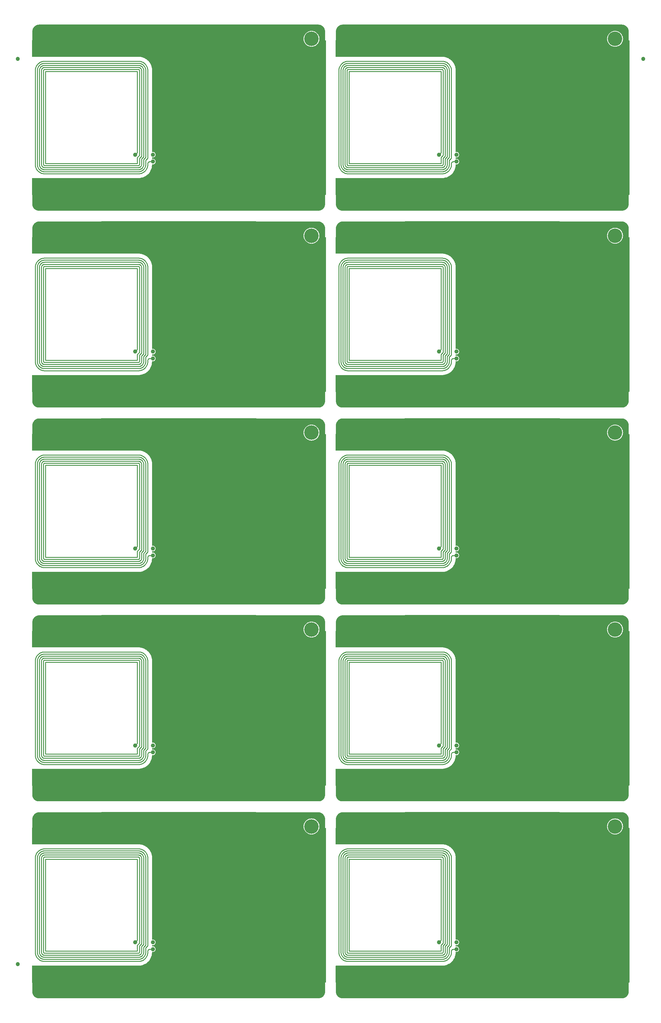
<source format=gbr>
%TF.GenerationSoftware,KiCad,Pcbnew,8.0.5+dfsg-1*%
%TF.CreationDate,2024-09-24T14:54:01+01:00*%
%TF.ProjectId,business card-generic-panel,62757369-6e65-4737-9320-636172642d67,rev?*%
%TF.SameCoordinates,Original*%
%TF.FileFunction,Copper,L1,Top*%
%TF.FilePolarity,Positive*%
%FSLAX46Y46*%
G04 Gerber Fmt 4.6, Leading zero omitted, Abs format (unit mm)*
G04 Created by KiCad (PCBNEW 8.0.5+dfsg-1) date 2024-09-24 14:54:01*
%MOMM*%
%LPD*%
G01*
G04 APERTURE LIST*
%TA.AperFunction,ComponentPad*%
%ADD10C,4.200000*%
%TD*%
%TA.AperFunction,SMDPad,CuDef*%
%ADD11C,1.200000*%
%TD*%
%TA.AperFunction,ViaPad*%
%ADD12C,1.209040*%
%TD*%
%TA.AperFunction,Conductor*%
%ADD13C,0.250000*%
%TD*%
G04 APERTURE END LIST*
D10*
%TO.P,REF\u002A\u002A,*%
%TO.N,*%
X142968000Y-138600000D03*
%TD*%
%TO.P,REF\u002A\u002A,*%
%TO.N,*%
X231200000Y-195800000D03*
%TD*%
%TO.P,REF\u002A\u002A,*%
%TO.N,*%
X231200000Y-253000000D03*
%TD*%
%TO.P,REF\u002A\u002A,*%
%TO.N,*%
X231200000Y-138600000D03*
%TD*%
%TO.P,REF\u002A\u002A,*%
%TO.N,*%
X231200000Y-24200000D03*
%TD*%
%TO.P,REF\u002A\u002A,*%
%TO.N,*%
X142968000Y-24200000D03*
%TD*%
%TO.P,REF\u002A\u002A,*%
%TO.N,*%
X142968000Y-195800000D03*
%TD*%
%TO.P,REF\u002A\u002A,*%
%TO.N,*%
X231200000Y-81400000D03*
%TD*%
D11*
%TO.P,KiKit_FID_T_1,*%
%TO.N,*%
X57617000Y-30000000D03*
%TD*%
%TO.P,KiKit_FID_T_3,*%
%TO.N,*%
X57617000Y-293000000D03*
%TD*%
%TO.P,KiKit_FID_T_2,*%
%TO.N,*%
X239383000Y-30000000D03*
%TD*%
D10*
%TO.P,REF\u002A\u002A,*%
%TO.N,*%
X142968000Y-253000000D03*
%TD*%
%TO.P,REF\u002A\u002A,*%
%TO.N,*%
X142968000Y-81400000D03*
%TD*%
D12*
%TO.N,Board_0-Net-(U1-LA)*%
X96860640Y-59869600D03*
X96860640Y-57870620D03*
X91762580Y-57870620D03*
%TO.N,Board_1-Net-(U1-LA)*%
X179994580Y-57870620D03*
X185092640Y-57870620D03*
X185092640Y-59869600D03*
%TO.N,Board_2-Net-(U1-LA)*%
X96860640Y-115070620D03*
X91762580Y-115070620D03*
X96860640Y-117069600D03*
%TO.N,Board_3-Net-(U1-LA)*%
X179994580Y-115070620D03*
X185092640Y-115070620D03*
X185092640Y-117069600D03*
%TO.N,Board_4-Net-(U1-LA)*%
X91762580Y-172270620D03*
X96860640Y-172270620D03*
X96860640Y-174269600D03*
%TO.N,Board_5-Net-(U1-LA)*%
X179994580Y-172270620D03*
X185092640Y-174269600D03*
X185092640Y-172270620D03*
%TO.N,Board_6-Net-(U1-LA)*%
X96860640Y-231469600D03*
X96860640Y-229470620D03*
X91762580Y-229470620D03*
%TO.N,Board_7-Net-(U1-LA)*%
X179994580Y-229470620D03*
X185092640Y-231469600D03*
X185092640Y-229470620D03*
%TO.N,Board_8-Net-(U1-LA)*%
X96860640Y-288669600D03*
X91762580Y-286670620D03*
X96860640Y-286670620D03*
%TO.N,Board_9-Net-(U1-LA)*%
X185092640Y-286670620D03*
X179994580Y-286670620D03*
X185092640Y-288669600D03*
%TD*%
D13*
%TO.N,Board_0-Net-(U1-LA)*%
X93518000Y-33108160D02*
X93540860Y-33197060D01*
X64278940Y-31589240D02*
X64405940Y-31520660D01*
X63461060Y-31474940D02*
X63349300Y-31594320D01*
X63984300Y-32810980D02*
X63943660Y-32920200D01*
X94196180Y-31162520D02*
X94059020Y-31073620D01*
X65371140Y-63383680D02*
X92662020Y-63383680D01*
X95362040Y-60469040D02*
X95367120Y-60397920D01*
X62714300Y-32897340D02*
X62691440Y-33059900D01*
X92763620Y-33103080D02*
X92712820Y-33090380D01*
X94788000Y-62352440D02*
X94884520Y-62220360D01*
X93264000Y-61354220D02*
X93190340Y-61412640D01*
X64230680Y-32409660D02*
X64157020Y-32503640D01*
X64804720Y-62708040D02*
X64667560Y-62664860D01*
X64413560Y-63210960D02*
X64568500Y-63264300D01*
X93754220Y-62481980D02*
X93627220Y-62550560D01*
X64230680Y-61661560D02*
X64309420Y-61747920D01*
X93190340Y-61412640D02*
X93111600Y-61465980D01*
X94757520Y-33242780D02*
X94762600Y-33385020D01*
X65320340Y-60980840D02*
X65371140Y-60985920D01*
X95123280Y-61793640D02*
X95186780Y-61643780D01*
X94757520Y-60828440D02*
X94742280Y-60973220D01*
X93236060Y-62073040D02*
X93342740Y-62024780D01*
X94452720Y-31363180D02*
X94328260Y-31259040D01*
X65142540Y-60879240D02*
X65178100Y-60914800D01*
X93441800Y-32935440D02*
X93482440Y-33019260D01*
X63654100Y-32173440D02*
X63740460Y-32059140D01*
X94742280Y-33098000D02*
X94757520Y-33242780D01*
X65371140Y-30685000D02*
X65208580Y-30690080D01*
X64725980Y-63307480D02*
X64883460Y-63343040D01*
X94158080Y-33268180D02*
X94145380Y-33151340D01*
X95052160Y-61940960D02*
X95123280Y-61793640D01*
X65208580Y-30690080D02*
X65046020Y-30705320D01*
X65671140Y-33685020D02*
X65671140Y-60386200D01*
X94742280Y-60973220D02*
X94719420Y-61112920D01*
X94762600Y-59470820D02*
X94762600Y-60487500D01*
X93561180Y-60686200D02*
X93556100Y-60780180D01*
X92662020Y-61585360D02*
X65371140Y-61585360D01*
X65254300Y-62182260D02*
X65371140Y-62187340D01*
X64944420Y-31327620D02*
X65084120Y-31304760D01*
X65020620Y-62146700D02*
X65137460Y-62169560D01*
X93307180Y-63307480D02*
X93464660Y-63264300D01*
X62691440Y-33059900D02*
X62676200Y-33222460D01*
X64690420Y-62024780D02*
X64797100Y-62073040D01*
X63910640Y-61036720D02*
X63943660Y-61151020D01*
X63887780Y-60919880D02*
X63910640Y-61036720D01*
X65277160Y-32490940D02*
X65371140Y-32485860D01*
X63580440Y-31363180D02*
X63461060Y-31474940D01*
X92938880Y-61542180D02*
X92849980Y-61565040D01*
X65046020Y-30705320D02*
X64883460Y-30728180D01*
X94379060Y-32173440D02*
X94457800Y-32292820D01*
X64477060Y-60780180D02*
X64471980Y-60686200D01*
X64492300Y-33197060D02*
X64515160Y-33108160D01*
X64535480Y-31457160D02*
X64667560Y-31406360D01*
X65084120Y-31304760D02*
X65228900Y-31289520D01*
X64644700Y-61214520D02*
X64591360Y-61135780D01*
X94719420Y-32958300D02*
X94742280Y-33098000D01*
X94328260Y-31259040D02*
X94196180Y-31162520D01*
X93873600Y-62403240D02*
X93754220Y-62481980D01*
X93464660Y-63264300D02*
X93619600Y-63210960D01*
X62671120Y-60686200D02*
X62676200Y-60848760D01*
X63443280Y-61521860D02*
X63392480Y-61389780D01*
X63974140Y-62997600D02*
X64116380Y-63076340D01*
X65228900Y-31289520D02*
X65371140Y-31284440D01*
X94163160Y-33385020D02*
X94158080Y-33268180D01*
X62909880Y-61793640D02*
X62981000Y-61940960D01*
X63984300Y-61260240D02*
X64032560Y-61366920D01*
X63313740Y-61112920D02*
X63290880Y-60973220D01*
X95240120Y-61488840D02*
X95283300Y-61331360D01*
X95961480Y-59869600D02*
X96860640Y-59869600D01*
X65320340Y-33090380D02*
X65269540Y-33103080D01*
X93802480Y-61661560D02*
X93876140Y-61567580D01*
X94089500Y-61151020D02*
X94122520Y-61036720D01*
X65221280Y-60945280D02*
X65269540Y-60968140D01*
X64309420Y-32323300D02*
X64230680Y-32409660D01*
X95123280Y-32277580D02*
X95052160Y-32130260D01*
X63349300Y-62476900D02*
X63461060Y-62596280D01*
X64263700Y-30923760D02*
X64116380Y-30994880D01*
X64550720Y-33019260D02*
X64591360Y-32935440D01*
X93754220Y-31589240D02*
X93873600Y-31667980D01*
X94457800Y-61778400D02*
X94379060Y-61897780D01*
X93126840Y-31957540D02*
X93012540Y-31924520D01*
X64045260Y-31754340D02*
X64159560Y-31667980D01*
X63443280Y-32549360D02*
X63506780Y-32419820D01*
X64471980Y-60686200D02*
X64471980Y-33385020D01*
X92849980Y-61565040D02*
X92756000Y-61580280D01*
X65277160Y-61580280D02*
X65183180Y-61565040D01*
X92961740Y-58868840D02*
X92961740Y-60487500D01*
X62846380Y-61643780D02*
X62909880Y-61793640D01*
X93111600Y-32605240D02*
X93190340Y-32658580D01*
X94048860Y-61260240D02*
X94089500Y-61151020D01*
X63575360Y-32292820D02*
X63654100Y-32173440D01*
X95362040Y-60686200D02*
X95362040Y-60487500D01*
X95240120Y-32582380D02*
X95186780Y-32427440D01*
X93556100Y-33291040D02*
X93561180Y-33385020D01*
X93027780Y-61506620D02*
X92938880Y-61542180D01*
X92804260Y-31289520D02*
X92949040Y-31304760D01*
X95565240Y-60019460D02*
X95621120Y-59976280D01*
X92360000Y-60386200D02*
X92360000Y-58670200D01*
X63148640Y-31850860D02*
X63059740Y-31988020D01*
X92855060Y-60914800D02*
X92890620Y-60879240D01*
X93561180Y-58269400D02*
X93561180Y-33385020D01*
X94094580Y-62220360D02*
X93987900Y-62316880D01*
X64157020Y-61567580D02*
X64230680Y-61661560D01*
X64591360Y-32935440D02*
X64644700Y-32856700D01*
X92943960Y-60787800D02*
X92956660Y-60737000D01*
X62671120Y-33385020D02*
X62671120Y-60686200D01*
X63580440Y-62708040D02*
X63704900Y-62812180D01*
X63273100Y-60686200D02*
X63273100Y-33385020D01*
X63270560Y-33385020D02*
X63275640Y-33242780D01*
X92855060Y-33156420D02*
X92811880Y-33125940D01*
X65269540Y-60968140D02*
X65320340Y-60980840D01*
X92921100Y-33235160D02*
X92890620Y-33191980D01*
X64550720Y-61051960D02*
X64515160Y-60963060D01*
X64586280Y-61966360D02*
X64690420Y-62024780D01*
X93307180Y-30763740D02*
X93149700Y-30728180D01*
X93942180Y-32600160D02*
X93876140Y-32503640D01*
X93723740Y-32323300D02*
X93637380Y-32244560D01*
X93228440Y-31363180D02*
X93365600Y-31406360D01*
X64309420Y-61747920D02*
X64395780Y-61826660D01*
X94683860Y-32818600D02*
X94719420Y-32958300D01*
X92804260Y-62781700D02*
X92662020Y-62786780D01*
X93482440Y-61051960D02*
X93441800Y-61135780D01*
X65005380Y-32564600D02*
X65094280Y-32529040D01*
X92949040Y-31304760D02*
X93088740Y-31327620D01*
X62981000Y-32130260D02*
X62909880Y-32277580D01*
X92662020Y-60985920D02*
X92712820Y-60980840D01*
X65076500Y-33334220D02*
X65071420Y-33385020D01*
X95400140Y-60255680D02*
X95430620Y-60189640D01*
X94589880Y-61521860D02*
X94526380Y-61651400D01*
X62749860Y-61331360D02*
X62793040Y-61488840D01*
X94589880Y-32549360D02*
X94640680Y-32681440D01*
X92987140Y-30705320D02*
X92824580Y-30690080D01*
X92938880Y-32529040D02*
X93027780Y-32564600D01*
X92961460Y-33385300D02*
X92961740Y-33385020D01*
X95356960Y-60848760D02*
X95362040Y-60686200D01*
X63836980Y-62908700D02*
X63974140Y-62997600D01*
X93518000Y-60963060D02*
X93482440Y-61051960D01*
X93543400Y-61900320D02*
X93637380Y-61826660D01*
X94000600Y-61366920D02*
X94048860Y-61260240D01*
X93264000Y-32717000D02*
X93330040Y-32783040D01*
X94788000Y-31718780D02*
X94683860Y-31594320D01*
X65254300Y-31888960D02*
X65137460Y-31901660D01*
X64883460Y-30728180D02*
X64725980Y-30763740D01*
X93446880Y-32104860D02*
X93342740Y-32046440D01*
X65076500Y-60737000D02*
X65089200Y-60787800D01*
X63740460Y-32059140D02*
X63836980Y-31952460D01*
X93388460Y-61214520D02*
X93330040Y-61288180D01*
X94196180Y-62118760D02*
X94094580Y-62220360D01*
X63704900Y-31259040D02*
X63580440Y-31363180D01*
X63245160Y-31718780D02*
X63148640Y-31850860D01*
X63836980Y-62118760D02*
X63740460Y-62012080D01*
X65071420Y-60686200D02*
X65076500Y-60737000D01*
X94762600Y-60487500D02*
X94762600Y-60686200D01*
X64515160Y-33108160D02*
X64550720Y-33019260D01*
X94000600Y-32704300D02*
X93942180Y-32600160D01*
X95890360Y-59874680D02*
X95961480Y-59869600D01*
X65371140Y-33085300D02*
X65320340Y-33090380D01*
X94145380Y-33151340D02*
X94122520Y-33034500D01*
X94762600Y-60686200D02*
X94757520Y-60828440D01*
X65228900Y-62781700D02*
X65084120Y-62766460D01*
X94292700Y-62012080D02*
X94196180Y-62118760D01*
X64263700Y-63147460D02*
X64413560Y-63210960D01*
X93365600Y-62664860D02*
X93228440Y-62708040D01*
X95318860Y-61173880D02*
X95341720Y-61011320D01*
X92849980Y-32506180D02*
X92938880Y-32529040D01*
X95748120Y-59907700D02*
X95819240Y-59887380D01*
X92890620Y-60879240D02*
X92921100Y-60836060D01*
X93556100Y-60780180D02*
X93540860Y-60874160D01*
X65112060Y-60836060D02*
X65142540Y-60879240D01*
X63938580Y-31850860D02*
X64045260Y-31754340D01*
X65269540Y-33103080D02*
X65221280Y-33125940D01*
X95430620Y-60189640D02*
X95468720Y-60128680D01*
X93876140Y-32503640D02*
X93802480Y-32409660D01*
X64116380Y-63076340D02*
X64263700Y-63147460D01*
X92949040Y-62766460D02*
X92804260Y-62781700D01*
X92811880Y-33125940D02*
X92763620Y-33103080D01*
X92662020Y-62784240D02*
X65371140Y-62784240D01*
X93012540Y-31924520D02*
X92895700Y-31901660D01*
X64157020Y-32503640D02*
X64090980Y-32600160D01*
X93446880Y-61966360D02*
X93543400Y-61900320D01*
X63875080Y-60803040D02*
X63887780Y-60919880D01*
X93012540Y-62146700D02*
X93126840Y-62113680D01*
X65046020Y-63365900D02*
X65208580Y-63381140D01*
X93873600Y-31667980D02*
X93987900Y-31754340D01*
X63943660Y-61151020D02*
X63984300Y-61260240D01*
X93769460Y-30923760D02*
X93619600Y-30860260D01*
X94089500Y-32920200D02*
X94048860Y-32810980D01*
X64804720Y-31363180D02*
X64944420Y-31327620D01*
X64703120Y-61288180D02*
X64644700Y-61214520D01*
X94379060Y-61897780D02*
X94292700Y-62012080D01*
X94196180Y-62908700D02*
X94328260Y-62812180D01*
X63290880Y-60973220D02*
X63275640Y-60828440D01*
X92662020Y-31883880D02*
X65371140Y-31883880D01*
X92362020Y-58668180D02*
X92961460Y-58068740D01*
X92890620Y-33191980D02*
X92855060Y-33156420D01*
X92961460Y-58068740D02*
X92961460Y-33385300D01*
X94719420Y-61112920D02*
X94683860Y-61252620D01*
X63506780Y-61651400D02*
X63443280Y-61521860D01*
X65112060Y-33235160D02*
X65089200Y-33283420D01*
X63059740Y-31988020D02*
X62981000Y-32130260D01*
X63836980Y-31162520D02*
X63704900Y-31259040D01*
X64842820Y-32658580D02*
X64921560Y-32605240D01*
X93916780Y-63076340D02*
X94059020Y-62997600D01*
X64535480Y-62614060D02*
X64405940Y-62550560D01*
X63910640Y-33034500D02*
X63887780Y-33151340D01*
X95186780Y-61643780D02*
X95240120Y-61488840D01*
X93190340Y-32658580D02*
X93264000Y-32717000D01*
X93987900Y-31754340D02*
X94094580Y-31850860D01*
X93365600Y-31406360D02*
X93497680Y-31457160D01*
X65084120Y-62766460D02*
X64944420Y-62743600D01*
X63349300Y-31594320D02*
X63245160Y-31718780D01*
X93441800Y-61135780D02*
X93388460Y-61214520D01*
X95356960Y-33222460D02*
X95341720Y-33059900D01*
X63575360Y-61778400D02*
X63506780Y-61651400D01*
X64032560Y-61366920D02*
X64090980Y-61471060D01*
X65221280Y-33125940D02*
X65178100Y-33156420D01*
X94683860Y-61252620D02*
X94640680Y-61389780D01*
X65371140Y-60985920D02*
X92662020Y-60985920D01*
X94059020Y-31073620D02*
X93916780Y-30994880D01*
X92662020Y-62187340D02*
X92778860Y-62182260D01*
X64489760Y-32170900D02*
X64395780Y-32244560D01*
X92763620Y-60968140D02*
X92811880Y-60945280D01*
X65089200Y-33283420D02*
X65076500Y-33334220D01*
X94160620Y-33387560D02*
X94163160Y-33385020D01*
X92956660Y-33334220D02*
X92943960Y-33283420D01*
X64045260Y-62316880D02*
X63938580Y-62220360D01*
X64159560Y-31667980D02*
X64278940Y-31589240D01*
X95186780Y-32427440D02*
X95123280Y-32277580D01*
X64586280Y-32104860D02*
X64489760Y-32170900D01*
X93802480Y-32409660D02*
X93723740Y-32323300D01*
X93497680Y-62614060D02*
X93365600Y-62664860D01*
X92662020Y-32485860D02*
X92756000Y-32490940D01*
X64906320Y-62113680D02*
X65020620Y-62146700D01*
X64278940Y-62481980D02*
X64159560Y-62403240D01*
X92662020Y-33085300D02*
X65371140Y-33085300D01*
X95362040Y-58868840D02*
X95362040Y-33385020D01*
X65071420Y-33385020D02*
X65071420Y-60686200D01*
X63275640Y-60828440D02*
X63270560Y-60686200D01*
X94160620Y-59270160D02*
X94160620Y-60487500D01*
X63654100Y-61897780D02*
X63575360Y-61778400D01*
X95341720Y-33059900D02*
X95318860Y-32897340D01*
X92778860Y-31888960D02*
X92662020Y-31883880D01*
X95283300Y-32739860D02*
X95240120Y-32582380D01*
X65178100Y-33156420D02*
X65142540Y-33191980D01*
X93464660Y-30806920D02*
X93307180Y-30763740D01*
X92360000Y-58670200D02*
X92362020Y-58668180D01*
X94160620Y-58470060D02*
X94160620Y-33387560D01*
X63872540Y-33385020D02*
X63872540Y-60686200D01*
X64797100Y-31998180D02*
X64690420Y-32046440D01*
X93111600Y-61465980D02*
X93027780Y-61506620D01*
X93619600Y-30860260D02*
X93464660Y-30806920D01*
X62749860Y-32739860D02*
X62714300Y-32897340D01*
X65142540Y-33191980D02*
X65112060Y-33235160D01*
X65371140Y-62184800D02*
X92662020Y-62184800D01*
X92956660Y-60737000D02*
X92961740Y-60686200D01*
X63836980Y-31952460D02*
X63938580Y-31850860D01*
X94457800Y-32292820D02*
X94526380Y-32419820D01*
X92662020Y-63386220D02*
X92824580Y-63381140D01*
X94526380Y-32419820D02*
X94589880Y-32549360D01*
X95819240Y-59887380D02*
X95890360Y-59874680D01*
X93228440Y-62708040D02*
X93088740Y-62743600D01*
X64515160Y-60963060D02*
X64492300Y-60874160D01*
X65020620Y-31924520D02*
X64906320Y-31957540D01*
X93540860Y-60874160D02*
X93518000Y-60963060D01*
X64413560Y-30860260D02*
X64263700Y-30923760D01*
X63392480Y-32681440D02*
X63443280Y-32549360D01*
X94122520Y-33034500D02*
X94089500Y-32920200D01*
X62846380Y-32427440D02*
X62793040Y-32582380D01*
X63740460Y-62012080D02*
X63654100Y-61897780D01*
X95379820Y-60326800D02*
X95400140Y-60255680D01*
X94094580Y-31850860D02*
X94196180Y-31952460D01*
X94973420Y-31988020D02*
X94884520Y-31850860D01*
X65094280Y-61542180D02*
X65005380Y-61506620D01*
X64591360Y-61135780D02*
X64550720Y-61051960D01*
X65178100Y-60914800D02*
X65221280Y-60945280D01*
X64690420Y-32046440D02*
X64586280Y-32104860D01*
X63704900Y-62812180D02*
X63836980Y-62908700D01*
X64405940Y-31520660D02*
X64535480Y-31457160D01*
X92811880Y-60945280D02*
X92855060Y-60914800D01*
X94757520Y-58663100D02*
X94762600Y-58668180D01*
X63275640Y-33242780D02*
X63290880Y-33098000D01*
X92895700Y-31901660D02*
X92778860Y-31888960D01*
X64090980Y-32600160D02*
X64032560Y-32704300D01*
X93619600Y-63210960D02*
X93769460Y-63147460D01*
X65208580Y-63381140D02*
X65371140Y-63386220D01*
X63313740Y-32958300D02*
X63349300Y-32818600D01*
X94145380Y-60919880D02*
X94158080Y-60803040D01*
X92361000Y-33685020D02*
X65670860Y-33685020D01*
X64944420Y-62743600D02*
X64804720Y-62708040D01*
X93388460Y-32856700D02*
X93441800Y-32935440D01*
X62676200Y-33222460D02*
X62671120Y-33385020D01*
X94683860Y-31594320D02*
X94572100Y-31474940D01*
X63943660Y-32920200D02*
X63910640Y-33034500D01*
X93330040Y-32783040D02*
X93388460Y-32856700D01*
X62981000Y-61940960D02*
X63059740Y-62083200D01*
X92961740Y-60686200D02*
X92961740Y-60487500D01*
X65137460Y-31901660D02*
X65020620Y-31924520D01*
X64667560Y-31406360D02*
X64804720Y-31363180D01*
X64395780Y-61826660D02*
X64489760Y-61900320D01*
X92662020Y-31284440D02*
X92804260Y-31289520D01*
X63974140Y-31073620D02*
X63836980Y-31162520D01*
X64769160Y-61354220D02*
X64703120Y-61288180D01*
X62909880Y-32277580D02*
X62846380Y-32427440D01*
X93540860Y-33197060D02*
X93556100Y-33291040D01*
X93561180Y-60487500D02*
X93561180Y-60686200D01*
X62676200Y-60848760D02*
X62691440Y-61011320D01*
X92756000Y-61580280D02*
X92662020Y-61585360D01*
X95341720Y-61011320D02*
X95356960Y-60848760D01*
X92961740Y-33385020D02*
X92956660Y-33334220D01*
X92895700Y-62169560D02*
X93012540Y-62146700D01*
X94292700Y-32059140D02*
X94379060Y-32173440D01*
X93637380Y-61826660D02*
X93723740Y-61747920D01*
X62714300Y-61173880D02*
X62749860Y-61331360D01*
X95362040Y-58871380D02*
X94762600Y-59470820D01*
X92778860Y-62182260D02*
X92895700Y-62169560D01*
X64159560Y-62403240D02*
X64045260Y-62316880D01*
X93330040Y-61288180D02*
X93264000Y-61354220D01*
X63245160Y-62352440D02*
X63349300Y-62476900D01*
X93627220Y-31520660D02*
X93754220Y-31589240D01*
X92756000Y-32490940D02*
X92849980Y-32506180D01*
X95682080Y-59938180D02*
X95748120Y-59907700D01*
X95511900Y-60072800D02*
X95565240Y-60019460D01*
X95318860Y-32897340D02*
X95283300Y-32739860D01*
X64797100Y-62073040D02*
X64906320Y-62113680D01*
X94973420Y-62083200D02*
X95052160Y-61940960D01*
X93637380Y-32244560D02*
X93543400Y-32170900D01*
X93769460Y-63147460D02*
X93916780Y-63076340D01*
X92362020Y-57268640D02*
X91762580Y-57870620D01*
X95362040Y-58871380D02*
X94762600Y-59470820D01*
X93916780Y-30994880D02*
X93769460Y-30923760D01*
X62793040Y-32582380D02*
X62749860Y-32739860D01*
X63870000Y-60686200D02*
X63875080Y-60803040D01*
X92961740Y-58868840D02*
X93561180Y-58269400D01*
X94526380Y-61651400D02*
X94457800Y-61778400D01*
X95283300Y-61331360D02*
X95318860Y-61173880D01*
X92987140Y-63365900D02*
X93149700Y-63343040D01*
X63461060Y-62596280D02*
X63580440Y-62708040D01*
X65371140Y-31284440D02*
X92662020Y-31284440D01*
X63887780Y-33151340D02*
X63875080Y-33268180D01*
X93342740Y-62024780D02*
X93446880Y-61966360D01*
X94160620Y-58470060D02*
X93561180Y-59069500D01*
X64769160Y-32717000D02*
X64842820Y-32658580D01*
X65371140Y-32485860D02*
X92662020Y-32485860D01*
X93149700Y-30728180D02*
X92987140Y-30705320D01*
X64492300Y-60874160D02*
X64477060Y-60780180D01*
X94683860Y-62476900D02*
X94788000Y-62352440D01*
X94640680Y-32681440D02*
X94683860Y-32818600D01*
X95052160Y-32130260D02*
X94973420Y-31988020D01*
X95468720Y-60128680D02*
X95511900Y-60072800D01*
X64644700Y-32856700D02*
X64703120Y-32783040D01*
X94122520Y-61036720D02*
X94145380Y-60919880D01*
X63059740Y-62083200D02*
X63148640Y-62220360D01*
X65183180Y-61565040D02*
X65094280Y-61542180D01*
X64921560Y-61465980D02*
X64842820Y-61412640D01*
X63392480Y-61389780D02*
X63349300Y-61252620D01*
X93482440Y-33019260D02*
X93518000Y-33108160D01*
X64489760Y-61900320D02*
X64586280Y-61966360D01*
X63938580Y-62220360D02*
X63836980Y-62118760D01*
X93497680Y-31457160D02*
X93627220Y-31520660D01*
X92824580Y-30690080D02*
X92662020Y-30685000D01*
X94048860Y-32810980D02*
X94000600Y-32704300D01*
X92362020Y-57268640D02*
X92362020Y-33685020D01*
X93149700Y-63343040D02*
X93307180Y-63307480D01*
X94572100Y-62596280D02*
X94683860Y-62476900D01*
X64405940Y-62550560D02*
X64278940Y-62481980D01*
X93561180Y-59069500D02*
X93561180Y-60487500D01*
X64477060Y-33291040D02*
X64492300Y-33197060D01*
X64471980Y-33385020D02*
X64477060Y-33291040D01*
X64842820Y-61412640D02*
X64769160Y-61354220D01*
X63290880Y-33098000D02*
X63313740Y-32958300D01*
X94328260Y-62812180D02*
X94452720Y-62708040D01*
X92712820Y-60980840D02*
X92763620Y-60968140D01*
X94640680Y-61389780D02*
X94589880Y-61521860D01*
X64568500Y-63264300D02*
X64725980Y-63307480D01*
X63506780Y-32419820D02*
X63575360Y-32292820D01*
X62793040Y-61488840D02*
X62846380Y-61643780D01*
X94158080Y-60803040D02*
X94163160Y-60686200D01*
X64703120Y-32783040D02*
X64769160Y-32717000D01*
X92943960Y-33283420D02*
X92921100Y-33235160D01*
X93876140Y-61567580D02*
X93942180Y-61471060D01*
X93987900Y-62316880D02*
X93873600Y-62403240D01*
X64032560Y-32704300D02*
X63984300Y-32810980D01*
X94884520Y-62220360D02*
X94973420Y-62083200D01*
X62691440Y-61011320D02*
X62714300Y-61173880D01*
X64116380Y-30994880D02*
X63974140Y-31073620D01*
X64725980Y-30763740D02*
X64568500Y-30806920D01*
X94572100Y-31474940D02*
X94452720Y-31363180D01*
X63148640Y-62220360D02*
X63245160Y-62352440D01*
X63349300Y-32818600D02*
X63392480Y-32681440D01*
X65089200Y-60787800D02*
X65112060Y-60836060D01*
X95367120Y-60397920D02*
X95379820Y-60326800D01*
X94757520Y-33242780D02*
X94757520Y-58663100D01*
X93543400Y-32170900D02*
X93446880Y-32104860D01*
X93088740Y-31327620D02*
X93228440Y-31363180D01*
X93236060Y-31998180D02*
X93126840Y-31957540D01*
X92921100Y-60836060D02*
X92943960Y-60787800D01*
X94160620Y-59270160D02*
X94757520Y-58668180D01*
X92824580Y-63381140D02*
X92987140Y-63365900D01*
X65371140Y-31883880D02*
X65254300Y-31888960D01*
X63349300Y-61252620D02*
X63313740Y-61112920D01*
X93027780Y-32564600D02*
X93111600Y-32605240D01*
X64921560Y-32605240D02*
X65005380Y-32564600D01*
X93126840Y-62113680D02*
X93236060Y-62073040D01*
X95621120Y-59976280D02*
X95682080Y-59938180D01*
X93088740Y-62743600D02*
X92949040Y-62766460D01*
X65183180Y-32506180D02*
X65277160Y-32490940D01*
X65137460Y-62169560D02*
X65254300Y-62182260D01*
X65005380Y-61506620D02*
X64921560Y-61465980D01*
X64883460Y-63343040D02*
X65046020Y-63365900D01*
X92662020Y-30685000D02*
X65371140Y-30685000D01*
X64667560Y-62664860D02*
X64535480Y-62614060D01*
X93627220Y-62550560D02*
X93497680Y-62614060D01*
X93942180Y-61471060D02*
X94000600Y-61366920D01*
X65094280Y-32529040D02*
X65183180Y-32506180D01*
X64395780Y-32244560D02*
X64309420Y-32323300D01*
X94452720Y-62708040D02*
X94572100Y-62596280D01*
X95362040Y-33385020D02*
X95356960Y-33222460D01*
X64568500Y-30806920D02*
X64413560Y-30860260D01*
X65371140Y-61585360D02*
X65277160Y-61580280D01*
X65371140Y-62786780D02*
X65228900Y-62781700D01*
X93723740Y-61747920D02*
X93802480Y-61661560D01*
X94059020Y-62997600D02*
X94196180Y-62908700D01*
X64090980Y-61471060D02*
X64157020Y-61567580D01*
X94196180Y-31952460D02*
X94292700Y-32059140D01*
X94160620Y-60686200D02*
X94160620Y-60487500D01*
X93342740Y-32046440D02*
X93236060Y-31998180D01*
X92712820Y-33090380D02*
X92662020Y-33085300D01*
X94884520Y-31850860D02*
X94788000Y-31718780D01*
X63875080Y-33268180D02*
X63870000Y-33385020D01*
X65673000Y-60386200D02*
X92360000Y-60386200D01*
X64906320Y-31957540D02*
X64797100Y-31998180D01*
%TO.N,Board_1-Net-(U1-LA)*%
X153326280Y-32529040D02*
X153415180Y-32506180D01*
X152462680Y-61661560D02*
X152541420Y-61747920D01*
X181010860Y-31888960D02*
X180894020Y-31883880D01*
X180894020Y-60985920D02*
X180944820Y-60980840D01*
X151807360Y-32292820D02*
X151886100Y-32173440D01*
X152782720Y-61051960D02*
X152747160Y-60963060D01*
X182821880Y-32549360D02*
X182872680Y-32681440D01*
X181244540Y-31924520D02*
X181127700Y-31901660D01*
X150946300Y-32897340D02*
X150923440Y-33059900D01*
X152782720Y-33019260D02*
X152823360Y-32935440D01*
X153903140Y-33685020D02*
X153903140Y-60386200D01*
X152747160Y-60963060D02*
X152724300Y-60874160D01*
X151025040Y-61488840D02*
X151078380Y-61643780D01*
X182219900Y-62316880D02*
X182105600Y-62403240D01*
X152119780Y-60919880D02*
X152142640Y-61036720D01*
X152264560Y-32704300D02*
X152216300Y-32810980D01*
X180894020Y-30685000D02*
X153603140Y-30685000D01*
X153278020Y-63365900D02*
X153440580Y-63381140D01*
X152389020Y-32503640D02*
X152322980Y-32600160D01*
X182872680Y-61389780D02*
X182821880Y-61521860D01*
X152767480Y-62614060D02*
X152637940Y-62550560D01*
X183418780Y-61643780D02*
X183472120Y-61488840D01*
X181869380Y-32244560D02*
X181775400Y-32170900D01*
X182994600Y-60686200D02*
X182989520Y-60828440D01*
X182428180Y-31952460D02*
X182524700Y-32059140D01*
X152277260Y-62316880D02*
X152170580Y-62220360D01*
X181043880Y-33125940D02*
X180995620Y-33103080D01*
X182804100Y-62596280D02*
X182915860Y-62476900D01*
X180944820Y-60980840D02*
X180995620Y-60968140D01*
X181181040Y-31304760D02*
X181320740Y-31327620D01*
X183573720Y-61011320D02*
X183588960Y-60848760D01*
X153603140Y-61585360D02*
X153509160Y-61580280D01*
X153029100Y-31998180D02*
X152922420Y-32046440D01*
X181597600Y-62664860D02*
X181460440Y-62708040D01*
X183980120Y-59907700D02*
X184051240Y-59887380D01*
X153410100Y-33156420D02*
X153374540Y-33191980D01*
X181043880Y-60945280D02*
X181087060Y-60914800D01*
X182291020Y-62997600D02*
X182428180Y-62908700D01*
X182915860Y-61252620D02*
X182872680Y-61389780D01*
X153344060Y-33235160D02*
X153321200Y-33283420D01*
X181081980Y-32506180D02*
X181170880Y-32529040D01*
X150946300Y-61173880D02*
X150981860Y-61331360D01*
X181181040Y-62766460D02*
X181036260Y-62781700D01*
X183116520Y-31850860D02*
X183020000Y-31718780D01*
X183594040Y-58871380D02*
X182994600Y-59470820D01*
X180988000Y-32490940D02*
X181081980Y-32506180D01*
X181788100Y-60780180D02*
X181772860Y-60874160D01*
X152935120Y-32783040D02*
X153001160Y-32717000D01*
X181122620Y-33191980D02*
X181087060Y-33156420D01*
X182174180Y-32600160D02*
X182108140Y-32503640D01*
X181750000Y-33108160D02*
X181772860Y-33197060D01*
X183418780Y-32427440D02*
X183355280Y-32277580D01*
X182232600Y-61366920D02*
X182280860Y-61260240D01*
X151581300Y-61252620D02*
X151545740Y-61112920D01*
X181422340Y-32658580D02*
X181496000Y-32717000D01*
X181381700Y-63343040D02*
X181539180Y-63307480D01*
X153460900Y-31289520D02*
X153603140Y-31284440D01*
X183594040Y-60686200D02*
X183594040Y-60487500D01*
X153552340Y-33090380D02*
X153501540Y-33103080D01*
X180988000Y-61580280D02*
X180894020Y-61585360D01*
X150908200Y-60848760D02*
X150923440Y-61011320D01*
X151545740Y-61112920D02*
X151522880Y-60973220D01*
X152216300Y-61260240D02*
X152264560Y-61366920D01*
X181496000Y-32717000D02*
X181562040Y-32783040D01*
X183472120Y-32582380D02*
X183418780Y-32427440D01*
X153369460Y-31901660D02*
X153252620Y-31924520D01*
X152170580Y-62220360D02*
X152068980Y-62118760D01*
X182611060Y-61897780D02*
X182524700Y-62012080D01*
X180894020Y-61585360D02*
X153603140Y-61585360D01*
X151078380Y-32427440D02*
X151025040Y-32582380D01*
X183743900Y-60072800D02*
X183797240Y-60019460D01*
X152462680Y-32409660D02*
X152389020Y-32503640D01*
X151886100Y-32173440D02*
X151972460Y-32059140D01*
X180592000Y-60386200D02*
X180592000Y-58670200D01*
X152175660Y-61151020D02*
X152216300Y-61260240D01*
X182804100Y-31474940D02*
X182684720Y-31363180D01*
X151675280Y-61521860D02*
X151624480Y-61389780D01*
X152104540Y-33385020D02*
X152104540Y-60686200D01*
X182291020Y-31073620D02*
X182148780Y-30994880D01*
X183594040Y-58871380D02*
X182994600Y-59470820D01*
X181775400Y-32170900D02*
X181678880Y-32104860D01*
X181175960Y-33283420D02*
X181153100Y-33235160D01*
X153415180Y-61565040D02*
X153326280Y-61542180D01*
X153374540Y-60879240D02*
X153410100Y-60914800D01*
X153453280Y-60945280D02*
X153501540Y-60968140D01*
X153440580Y-63381140D02*
X153603140Y-63386220D01*
X180593000Y-33685020D02*
X153902860Y-33685020D01*
X152724300Y-33197060D02*
X152747160Y-33108160D01*
X153552340Y-60980840D02*
X153603140Y-60985920D01*
X183205420Y-31988020D02*
X183116520Y-31850860D01*
X152541420Y-61747920D02*
X152627780Y-61826660D01*
X153303420Y-60686200D02*
X153308500Y-60737000D01*
X181468060Y-62073040D02*
X181574740Y-62024780D01*
X181358840Y-62113680D02*
X181468060Y-62073040D01*
X182219900Y-31754340D02*
X182326580Y-31850860D01*
X183472120Y-61488840D02*
X183515300Y-61331360D01*
X182392620Y-58470060D02*
X182392620Y-33387560D01*
X181562040Y-61288180D02*
X181496000Y-61354220D01*
X181010860Y-62182260D02*
X181127700Y-62169560D01*
X181986220Y-62481980D02*
X181859220Y-62550560D01*
X184193480Y-59869600D02*
X185092640Y-59869600D01*
X151477160Y-31718780D02*
X151380640Y-31850860D01*
X181127700Y-62169560D02*
X181244540Y-62146700D01*
X152068980Y-31162520D02*
X151936900Y-31259040D01*
X153603140Y-62184800D02*
X180894020Y-62184800D01*
X152935120Y-61288180D02*
X152876700Y-61214520D01*
X181320740Y-62743600D02*
X181181040Y-62766460D01*
X150981860Y-61331360D02*
X151025040Y-61488840D01*
X182872680Y-32681440D02*
X182915860Y-32818600D01*
X182428180Y-62118760D02*
X182326580Y-62220360D01*
X182951420Y-61112920D02*
X182915860Y-61252620D01*
X182108140Y-61567580D02*
X182174180Y-61471060D01*
X152277260Y-31754340D02*
X152391560Y-31667980D01*
X181859220Y-31520660D02*
X181986220Y-31589240D01*
X151936900Y-31259040D02*
X151812440Y-31363180D01*
X183550860Y-61173880D02*
X183573720Y-61011320D01*
X151507640Y-33242780D02*
X151522880Y-33098000D01*
X151812440Y-62708040D02*
X151936900Y-62812180D01*
X182758380Y-61651400D02*
X182689800Y-61778400D01*
X151505100Y-60686200D02*
X151505100Y-33385020D01*
X152703980Y-60686200D02*
X152703980Y-33385020D01*
X151380640Y-31850860D02*
X151291740Y-31988020D01*
X183550860Y-32897340D02*
X183515300Y-32739860D01*
X183588960Y-33222460D02*
X183573720Y-33059900D01*
X181193740Y-33385020D02*
X181188660Y-33334220D01*
X183284160Y-61940960D02*
X183355280Y-61793640D01*
X183797240Y-60019460D02*
X183853120Y-59976280D01*
X152322980Y-32600160D02*
X152264560Y-32704300D01*
X152637940Y-62550560D02*
X152510940Y-62481980D01*
X151522880Y-60973220D02*
X151507640Y-60828440D01*
X182428180Y-31162520D02*
X182291020Y-31073620D01*
X151807360Y-61778400D02*
X151738780Y-61651400D01*
X182392620Y-59270160D02*
X182989520Y-58668180D01*
X181955740Y-32323300D02*
X181869380Y-32244560D01*
X151972460Y-62012080D02*
X151886100Y-61897780D01*
X182377380Y-60919880D02*
X182390080Y-60803040D01*
X180944820Y-33090380D02*
X180894020Y-33085300D01*
X182951420Y-32958300D02*
X182974280Y-33098000D01*
X183284160Y-32130260D02*
X183205420Y-31988020D01*
X152876700Y-32856700D02*
X152935120Y-32783040D01*
X181793180Y-60686200D02*
X181788100Y-60780180D01*
X152957980Y-63307480D02*
X153115460Y-63343040D01*
X183020000Y-62352440D02*
X183116520Y-62220360D01*
X151545740Y-32958300D02*
X151581300Y-32818600D01*
X180894020Y-62187340D02*
X181010860Y-62182260D01*
X182001460Y-30923760D02*
X181851600Y-30860260D01*
X180594020Y-57268640D02*
X180594020Y-33685020D01*
X182915860Y-31594320D02*
X182804100Y-31474940D01*
X152391560Y-62403240D02*
X152277260Y-62316880D01*
X181193740Y-58868840D02*
X181193740Y-60487500D01*
X152637940Y-31520660D02*
X152767480Y-31457160D01*
X181539180Y-63307480D02*
X181696660Y-63264300D01*
X153410100Y-60914800D02*
X153453280Y-60945280D01*
X153460900Y-62781700D02*
X153316120Y-62766460D01*
X153252620Y-62146700D02*
X153369460Y-62169560D01*
X181193740Y-60686200D02*
X181193740Y-60487500D01*
X184122360Y-59874680D02*
X184193480Y-59869600D01*
X153036720Y-31363180D02*
X153176420Y-31327620D01*
X151581300Y-62476900D02*
X151693060Y-62596280D01*
X151213000Y-61940960D02*
X151291740Y-62083200D01*
X153326280Y-61542180D02*
X153237380Y-61506620D01*
X153509160Y-61580280D02*
X153415180Y-61565040D01*
X152391560Y-31667980D02*
X152510940Y-31589240D01*
X151291740Y-62083200D02*
X151380640Y-62220360D01*
X153316120Y-62766460D02*
X153176420Y-62743600D01*
X182001460Y-63147460D02*
X182148780Y-63076340D01*
X182994600Y-59470820D02*
X182994600Y-60487500D01*
X182684720Y-31363180D02*
X182560260Y-31259040D01*
X151477160Y-62352440D02*
X151581300Y-62476900D01*
X181714440Y-33019260D02*
X181750000Y-33108160D01*
X152102000Y-60686200D02*
X152107080Y-60803040D01*
X181793180Y-58269400D02*
X181793180Y-33385020D01*
X183020000Y-31718780D02*
X182915860Y-31594320D01*
X181193740Y-58868840D02*
X181793180Y-58269400D01*
X183594040Y-60469040D02*
X183599120Y-60397920D01*
X153603140Y-33085300D02*
X153552340Y-33090380D01*
X153303420Y-33385020D02*
X153303420Y-60686200D01*
X151936900Y-62812180D02*
X152068980Y-62908700D01*
X182994600Y-60487500D02*
X182994600Y-60686200D01*
X152818280Y-32104860D02*
X152721760Y-32170900D01*
X180592000Y-58670200D02*
X180594020Y-58668180D01*
X153074820Y-61412640D02*
X153001160Y-61354220D01*
X181087060Y-33156420D02*
X181043880Y-33125940D01*
X181673800Y-61135780D02*
X181620460Y-61214520D01*
X181539180Y-30763740D02*
X181381700Y-30728180D01*
X153344060Y-60836060D02*
X153374540Y-60879240D01*
X152068980Y-31952460D02*
X152170580Y-31850860D01*
X180594020Y-57268640D02*
X179994580Y-57870620D01*
X181188660Y-33334220D02*
X181175960Y-33283420D01*
X180995620Y-60968140D02*
X181043880Y-60945280D01*
X152068980Y-62118760D02*
X151972460Y-62012080D01*
X151693060Y-62596280D02*
X151812440Y-62708040D01*
X180894020Y-31883880D02*
X153603140Y-31883880D01*
X181496000Y-61354220D02*
X181422340Y-61412640D01*
X181244540Y-62146700D02*
X181358840Y-62113680D01*
X183611820Y-60326800D02*
X183632140Y-60255680D01*
X183853120Y-59976280D02*
X183914080Y-59938180D01*
X183573720Y-33059900D02*
X183550860Y-32897340D01*
X152389020Y-61567580D02*
X152462680Y-61661560D01*
X181793180Y-59069500D02*
X181793180Y-60487500D01*
X182989520Y-58663100D02*
X182994600Y-58668180D01*
X153308500Y-60737000D02*
X153321200Y-60787800D01*
X151693060Y-31474940D02*
X151581300Y-31594320D01*
X182232600Y-32704300D02*
X182174180Y-32600160D01*
X152142640Y-33034500D02*
X152119780Y-33151340D01*
X153501540Y-33103080D02*
X153453280Y-33125940D01*
X152823360Y-61135780D02*
X152782720Y-61051960D01*
X151213000Y-32130260D02*
X151141880Y-32277580D01*
X153603140Y-63383680D02*
X180894020Y-63383680D01*
X181750000Y-60963060D02*
X181714440Y-61051960D01*
X151141880Y-32277580D02*
X151078380Y-32427440D01*
X153138320Y-62113680D02*
X153252620Y-62146700D01*
X180995620Y-33103080D02*
X180944820Y-33090380D01*
X181056580Y-63381140D02*
X181219140Y-63365900D01*
X152767480Y-31457160D02*
X152899560Y-31406360D01*
X182989520Y-60828440D02*
X182974280Y-60973220D01*
X183355280Y-32277580D02*
X183284160Y-32130260D01*
X151141880Y-61793640D02*
X151213000Y-61940960D01*
X152922420Y-32046440D02*
X152818280Y-32104860D01*
X183914080Y-59938180D02*
X183980120Y-59907700D01*
X181859220Y-62550560D02*
X181729680Y-62614060D01*
X153440580Y-30690080D02*
X153278020Y-30705320D01*
X152800500Y-30806920D02*
X152645560Y-30860260D01*
X152142640Y-61036720D02*
X152175660Y-61151020D01*
X153603140Y-60985920D02*
X180894020Y-60985920D01*
X181056580Y-30690080D02*
X180894020Y-30685000D01*
X182989520Y-33242780D02*
X182989520Y-58663100D01*
X181597600Y-31406360D02*
X181729680Y-31457160D01*
X181696660Y-30806920D02*
X181539180Y-30763740D01*
X152510940Y-31589240D02*
X152637940Y-31520660D01*
X181153100Y-33235160D02*
X181122620Y-33191980D01*
X153176420Y-31327620D02*
X153316120Y-31304760D01*
X151812440Y-31363180D02*
X151693060Y-31474940D01*
X181460440Y-31363180D02*
X181597600Y-31406360D01*
X152709060Y-33291040D02*
X152724300Y-33197060D01*
X182524700Y-62012080D02*
X182428180Y-62118760D01*
X181678880Y-61966360D02*
X181775400Y-61900320D01*
X153237380Y-61506620D02*
X153153560Y-61465980D01*
X182148780Y-63076340D02*
X182291020Y-62997600D01*
X181793180Y-60487500D02*
X181793180Y-60686200D01*
X152645560Y-63210960D02*
X152800500Y-63264300D01*
X181772860Y-33197060D02*
X181788100Y-33291040D01*
X181320740Y-31327620D02*
X181460440Y-31363180D01*
X182392620Y-58470060D02*
X181793180Y-59069500D01*
X183700720Y-60128680D02*
X183743900Y-60072800D01*
X153603140Y-30685000D02*
X153440580Y-30690080D01*
X180894020Y-32485860D02*
X180988000Y-32490940D01*
X152495700Y-63147460D02*
X152645560Y-63210960D01*
X150923440Y-61011320D02*
X150946300Y-61173880D01*
X152068980Y-62908700D02*
X152206140Y-62997600D01*
X153501540Y-60968140D02*
X153552340Y-60980840D01*
X183515300Y-61331360D02*
X183550860Y-61173880D01*
X181620460Y-61214520D02*
X181562040Y-61288180D01*
X152510940Y-62481980D02*
X152391560Y-62403240D01*
X181788100Y-33291040D02*
X181793180Y-33385020D01*
X182377380Y-33151340D02*
X182354520Y-33034500D01*
X181955740Y-61747920D02*
X182034480Y-61661560D01*
X181678880Y-32104860D02*
X181574740Y-32046440D01*
X151522880Y-33098000D02*
X151545740Y-32958300D01*
X181153100Y-60836060D02*
X181175960Y-60787800D01*
X183662620Y-60189640D02*
X183700720Y-60128680D01*
X182392620Y-33387560D02*
X182395160Y-33385020D01*
X180894020Y-63386220D02*
X181056580Y-63381140D01*
X182915860Y-32818600D02*
X182951420Y-32958300D01*
X152899560Y-31406360D02*
X153036720Y-31363180D01*
X182280860Y-32810980D02*
X182232600Y-32704300D01*
X181574740Y-62024780D02*
X181678880Y-61966360D01*
X152119780Y-33151340D02*
X152107080Y-33268180D01*
X181696660Y-63264300D02*
X181851600Y-63210960D01*
X182689800Y-61778400D02*
X182611060Y-61897780D01*
X182105600Y-31667980D02*
X182219900Y-31754340D01*
X181775400Y-61900320D02*
X181869380Y-61826660D01*
X153237380Y-32564600D02*
X153326280Y-32529040D01*
X181259780Y-32564600D02*
X181343600Y-32605240D01*
X153153560Y-32605240D02*
X153237380Y-32564600D01*
X153905000Y-60386200D02*
X180592000Y-60386200D01*
X181468060Y-31998180D02*
X181358840Y-31957540D01*
X181620460Y-32856700D02*
X181673800Y-32935440D01*
X182974280Y-33098000D02*
X182989520Y-33242780D01*
X152922420Y-62024780D02*
X153029100Y-62073040D01*
X183205420Y-62083200D02*
X183284160Y-61940960D01*
X152721760Y-32170900D02*
X152627780Y-32244560D01*
X181422340Y-61412640D02*
X181343600Y-61465980D01*
X153453280Y-33125940D02*
X153410100Y-33156420D01*
X152899560Y-62664860D02*
X152767480Y-62614060D01*
X182354520Y-61036720D02*
X182377380Y-60919880D01*
X181193460Y-33385300D02*
X181193740Y-33385020D01*
X181358840Y-31957540D02*
X181244540Y-31924520D01*
X150908200Y-33222460D02*
X150903120Y-33385020D01*
X182326580Y-62220360D02*
X182219900Y-62316880D01*
X181574740Y-32046440D02*
X181468060Y-31998180D01*
X180894020Y-31284440D02*
X181036260Y-31289520D01*
X152818280Y-61966360D02*
X152922420Y-62024780D01*
X153603140Y-32485860D02*
X180894020Y-32485860D01*
X181772860Y-60874160D02*
X181750000Y-60963060D01*
X182560260Y-31259040D02*
X182428180Y-31162520D01*
X181081980Y-61565040D02*
X180988000Y-61580280D01*
X181381700Y-30728180D02*
X181219140Y-30705320D01*
X153036720Y-62708040D02*
X152899560Y-62664860D01*
X181673800Y-32935440D02*
X181714440Y-33019260D01*
X181036260Y-31289520D02*
X181181040Y-31304760D01*
X180894020Y-33085300D02*
X153603140Y-33085300D01*
X181729680Y-62614060D02*
X181597600Y-62664860D01*
X180894020Y-62784240D02*
X153603140Y-62784240D01*
X153115460Y-63343040D02*
X153278020Y-63365900D01*
X183515300Y-32739860D02*
X183472120Y-32582380D01*
X152645560Y-30860260D02*
X152495700Y-30923760D01*
X153316120Y-31304760D02*
X153460900Y-31289520D01*
X182989520Y-33242780D02*
X182994600Y-33385020D01*
X183599120Y-60397920D02*
X183611820Y-60326800D01*
X181986220Y-31589240D02*
X182105600Y-31667980D01*
X182321500Y-32920200D02*
X182280860Y-32810980D01*
X151291740Y-31988020D02*
X151213000Y-32130260D01*
X182821880Y-61521860D02*
X182758380Y-61651400D01*
X152747160Y-33108160D02*
X152782720Y-33019260D01*
X182428180Y-62908700D02*
X182560260Y-62812180D01*
X181127700Y-31901660D02*
X181010860Y-31888960D01*
X182758380Y-32419820D02*
X182821880Y-32549360D01*
X182105600Y-62403240D02*
X181986220Y-62481980D01*
X153321200Y-60787800D02*
X153344060Y-60836060D01*
X181343600Y-61465980D02*
X181259780Y-61506620D01*
X153278020Y-30705320D02*
X153115460Y-30728180D01*
X152703980Y-33385020D02*
X152709060Y-33291040D01*
X151675280Y-32549360D02*
X151738780Y-32419820D01*
X182280860Y-61260240D02*
X182321500Y-61151020D01*
X151738780Y-32419820D02*
X151807360Y-32292820D01*
X153603140Y-31284440D02*
X180894020Y-31284440D01*
X152322980Y-61471060D02*
X152389020Y-61567580D01*
X182689800Y-32292820D02*
X182758380Y-32419820D01*
X182392620Y-59270160D02*
X182392620Y-60487500D01*
X181219140Y-63365900D02*
X181381700Y-63343040D01*
X153153560Y-61465980D02*
X153074820Y-61412640D01*
X181562040Y-32783040D02*
X181620460Y-32856700D01*
X181170880Y-61542180D02*
X181081980Y-61565040D01*
X181219140Y-30705320D02*
X181056580Y-30690080D01*
X151624480Y-32681440D02*
X151675280Y-32549360D01*
X152800500Y-63264300D02*
X152957980Y-63307480D01*
X150923440Y-33059900D02*
X150908200Y-33222460D01*
X182390080Y-33268180D02*
X182377380Y-33151340D01*
X183116520Y-62220360D02*
X183205420Y-62083200D01*
X153138320Y-31957540D02*
X153029100Y-31998180D01*
X183355280Y-61793640D02*
X183418780Y-61643780D01*
X153509160Y-32490940D02*
X153603140Y-32485860D01*
X152348380Y-63076340D02*
X152495700Y-63147460D01*
X181714440Y-61051960D02*
X181673800Y-61135780D01*
X151886100Y-61897780D02*
X151807360Y-61778400D01*
X153308500Y-33334220D02*
X153303420Y-33385020D01*
X153369460Y-62169560D02*
X153486300Y-62182260D01*
X152721760Y-61900320D02*
X152818280Y-61966360D01*
X152627780Y-32244560D02*
X152541420Y-32323300D01*
X151581300Y-32818600D02*
X151624480Y-32681440D01*
X152206140Y-62997600D02*
X152348380Y-63076340D01*
X182974280Y-60973220D02*
X182951420Y-61112920D01*
X152107080Y-60803040D02*
X152119780Y-60919880D01*
X182524700Y-32059140D02*
X182611060Y-32173440D01*
X182148780Y-30994880D02*
X182001460Y-30923760D01*
X182354520Y-33034500D02*
X182321500Y-32920200D01*
X153603140Y-31883880D02*
X153486300Y-31888960D01*
X153603140Y-62786780D02*
X153460900Y-62781700D01*
X151025040Y-32582380D02*
X150981860Y-32739860D01*
X153074820Y-32658580D02*
X153153560Y-32605240D01*
X152957980Y-30763740D02*
X152800500Y-30806920D01*
X150903120Y-60686200D02*
X150908200Y-60848760D01*
X182611060Y-32173440D02*
X182689800Y-32292820D01*
X181729680Y-31457160D02*
X181859220Y-31520660D01*
X183632140Y-60255680D02*
X183662620Y-60189640D01*
X151738780Y-61651400D02*
X151675280Y-61521860D01*
X152170580Y-31850860D02*
X152277260Y-31754340D01*
X152216300Y-32810980D02*
X152175660Y-32920200D01*
X153486300Y-31888960D02*
X153369460Y-31901660D01*
X150981860Y-32739860D02*
X150946300Y-32897340D01*
X183588960Y-60848760D02*
X183594040Y-60686200D01*
X153115460Y-30728180D02*
X152957980Y-30763740D01*
X152724300Y-60874160D02*
X152709060Y-60780180D01*
X181188660Y-60737000D02*
X181193740Y-60686200D01*
X152175660Y-32920200D02*
X152142640Y-33034500D01*
X182395160Y-33385020D02*
X182390080Y-33268180D01*
X153252620Y-31924520D02*
X153138320Y-31957540D01*
X151502560Y-33385020D02*
X151507640Y-33242780D01*
X152541420Y-32323300D02*
X152462680Y-32409660D01*
X152107080Y-33268180D02*
X152102000Y-33385020D01*
X182684720Y-62708040D02*
X182804100Y-62596280D01*
X153486300Y-62182260D02*
X153603140Y-62187340D01*
X152627780Y-61826660D02*
X152721760Y-61900320D01*
X181193460Y-58068740D02*
X181193460Y-33385300D01*
X152264560Y-61366920D02*
X152322980Y-61471060D01*
X153415180Y-32506180D02*
X153509160Y-32490940D01*
X151624480Y-61389780D02*
X151581300Y-61252620D01*
X181175960Y-60787800D02*
X181188660Y-60737000D01*
X151581300Y-31594320D02*
X151477160Y-31718780D01*
X182326580Y-31850860D02*
X182428180Y-31952460D01*
X182108140Y-32503640D02*
X182034480Y-32409660D01*
X152495700Y-30923760D02*
X152348380Y-30994880D01*
X183594040Y-33385020D02*
X183588960Y-33222460D01*
X181170880Y-32529040D02*
X181259780Y-32564600D01*
X182174180Y-61471060D02*
X182232600Y-61366920D01*
X152206140Y-31073620D02*
X152068980Y-31162520D01*
X153029100Y-62073040D02*
X153138320Y-62113680D01*
X181343600Y-32605240D02*
X181422340Y-32658580D01*
X182034480Y-32409660D02*
X181955740Y-32323300D01*
X182034480Y-61661560D02*
X182108140Y-61567580D01*
X184051240Y-59887380D02*
X184122360Y-59874680D01*
X182560260Y-62812180D02*
X182684720Y-62708040D01*
X153374540Y-33191980D02*
X153344060Y-33235160D01*
X181851600Y-63210960D02*
X182001460Y-63147460D01*
X182392620Y-60686200D02*
X182392620Y-60487500D01*
X151972460Y-32059140D02*
X152068980Y-31952460D01*
X181122620Y-60879240D02*
X181153100Y-60836060D01*
X153176420Y-62743600D02*
X153036720Y-62708040D01*
X181259780Y-61506620D02*
X181170880Y-61542180D01*
X151380640Y-62220360D02*
X151477160Y-62352440D01*
X182321500Y-61151020D02*
X182354520Y-61036720D01*
X153001160Y-61354220D02*
X152935120Y-61288180D01*
X181869380Y-61826660D02*
X181955740Y-61747920D01*
X182390080Y-60803040D02*
X182395160Y-60686200D01*
X151507640Y-60828440D02*
X151502560Y-60686200D01*
X181087060Y-60914800D02*
X181122620Y-60879240D01*
X152348380Y-30994880D02*
X152206140Y-31073620D01*
X182915860Y-62476900D02*
X183020000Y-62352440D01*
X183594040Y-58868840D02*
X183594040Y-33385020D01*
X153001160Y-32717000D02*
X153074820Y-32658580D01*
X150903120Y-33385020D02*
X150903120Y-60686200D01*
X181851600Y-30860260D02*
X181696660Y-30806920D01*
X181036260Y-62781700D02*
X180894020Y-62786780D01*
X180594020Y-58668180D02*
X181193460Y-58068740D01*
X181460440Y-62708040D02*
X181320740Y-62743600D01*
X152823360Y-32935440D02*
X152876700Y-32856700D01*
X152876700Y-61214520D02*
X152823360Y-61135780D01*
X151078380Y-61643780D02*
X151141880Y-61793640D01*
X152709060Y-60780180D02*
X152703980Y-60686200D01*
X153321200Y-33283420D02*
X153308500Y-33334220D01*
%TO.N,Board_2-Net-(U1-LA)*%
X63654100Y-89373440D02*
X63740460Y-89259140D01*
X93540860Y-118074160D02*
X93518000Y-118163060D01*
X94379060Y-89373440D02*
X94457800Y-89492820D01*
X92778860Y-119382260D02*
X92895700Y-119369560D01*
X64405940Y-88720660D02*
X64535480Y-88657160D01*
X64278940Y-119681980D02*
X64159560Y-119603240D01*
X95468720Y-117328680D02*
X95511900Y-117272800D01*
X92662020Y-118785360D02*
X65371140Y-118785360D01*
X95748120Y-117107700D02*
X95819240Y-117087380D01*
X93342740Y-119224780D02*
X93446880Y-119166360D01*
X63313740Y-118312920D02*
X63290880Y-118173220D01*
X65020620Y-89124520D02*
X64906320Y-89157540D01*
X63836980Y-89152460D02*
X63938580Y-89050860D01*
X94757520Y-90442780D02*
X94762600Y-90585020D01*
X93464660Y-88006920D02*
X93307180Y-87963740D01*
X92921100Y-118036060D02*
X92943960Y-117987800D01*
X95052160Y-89330260D02*
X94973420Y-89188020D01*
X92811880Y-118145280D02*
X92855060Y-118114800D01*
X95186780Y-89627440D02*
X95123280Y-89477580D01*
X63275640Y-90442780D02*
X63290880Y-90298000D01*
X94196180Y-119318760D02*
X94094580Y-119420360D01*
X64471980Y-90585020D02*
X64477060Y-90491040D01*
X93942180Y-89800160D02*
X93876140Y-89703640D01*
X64157020Y-89703640D02*
X64090980Y-89800160D01*
X64157020Y-118767580D02*
X64230680Y-118861560D01*
X63461060Y-119796280D02*
X63580440Y-119908040D01*
X94048860Y-118460240D02*
X94089500Y-118351020D01*
X64944420Y-88527620D02*
X65084120Y-88504760D01*
X94884520Y-119420360D02*
X94973420Y-119283200D01*
X92662020Y-118185920D02*
X92712820Y-118180840D01*
X62793040Y-89782380D02*
X62749860Y-89939860D01*
X92361000Y-90885020D02*
X65670860Y-90885020D01*
X93873600Y-119603240D02*
X93754220Y-119681980D01*
X64644700Y-90056700D02*
X64703120Y-89983040D01*
X95341720Y-118211320D02*
X95356960Y-118048760D01*
X63872540Y-90585020D02*
X63872540Y-117886200D01*
X65084120Y-119966460D02*
X64944420Y-119943600D01*
X65089200Y-90483420D02*
X65076500Y-90534220D01*
X63580440Y-88563180D02*
X63461060Y-88674940D01*
X63974140Y-120197600D02*
X64116380Y-120276340D01*
X65094280Y-89729040D02*
X65183180Y-89706180D01*
X64309420Y-89523300D02*
X64230680Y-89609660D01*
X94683860Y-88794320D02*
X94572100Y-88674940D01*
X62793040Y-118688840D02*
X62846380Y-118843780D01*
X64090980Y-118671060D02*
X64157020Y-118767580D01*
X94328260Y-120012180D02*
X94452720Y-119908040D01*
X93916780Y-120276340D02*
X94059020Y-120197600D01*
X62981000Y-119140960D02*
X63059740Y-119283200D01*
X95379820Y-117526800D02*
X95400140Y-117455680D01*
X93987900Y-88954340D02*
X94094580Y-89050860D01*
X92961740Y-116068840D02*
X92961740Y-117687500D01*
X63290880Y-90298000D02*
X63313740Y-90158300D01*
X93627220Y-88720660D02*
X93754220Y-88789240D01*
X92895700Y-119369560D02*
X93012540Y-119346700D01*
X93330040Y-89983040D02*
X93388460Y-90056700D01*
X64535480Y-119814060D02*
X64405940Y-119750560D01*
X94000600Y-89904300D02*
X93942180Y-89800160D01*
X64690420Y-119224780D02*
X64797100Y-119273040D01*
X92938880Y-89729040D02*
X93027780Y-89764600D01*
X93482440Y-90219260D02*
X93518000Y-90308160D01*
X65371140Y-119384800D02*
X92662020Y-119384800D01*
X65269540Y-90303080D02*
X65221280Y-90325940D01*
X63349300Y-88794320D02*
X63245160Y-88918780D01*
X65221280Y-118145280D02*
X65269540Y-118168140D01*
X65005380Y-118706620D02*
X64921560Y-118665980D01*
X64230680Y-89609660D02*
X64157020Y-89703640D01*
X63506780Y-89619820D02*
X63575360Y-89492820D01*
X93464660Y-120464300D02*
X93619600Y-120410960D01*
X92662020Y-119387340D02*
X92778860Y-119382260D01*
X92362020Y-115868180D02*
X92961460Y-115268740D01*
X65183180Y-118765040D02*
X65094280Y-118742180D01*
X65046020Y-120565900D02*
X65208580Y-120581140D01*
X92961740Y-116068840D02*
X93561180Y-115469400D01*
X94719420Y-90158300D02*
X94742280Y-90298000D01*
X63349300Y-90018600D02*
X63392480Y-89881440D01*
X92662020Y-89685860D02*
X92756000Y-89690940D01*
X93365600Y-88606360D02*
X93497680Y-88657160D01*
X94094580Y-119420360D02*
X93987900Y-119516880D01*
X94328260Y-88459040D02*
X94196180Y-88362520D01*
X63836980Y-119318760D02*
X63740460Y-119212080D01*
X65208580Y-120581140D02*
X65371140Y-120586220D01*
X94452720Y-88563180D02*
X94328260Y-88459040D01*
X93876140Y-118767580D02*
X93942180Y-118671060D01*
X62691440Y-90259900D02*
X62676200Y-90422460D01*
X94094580Y-89050860D02*
X94196180Y-89152460D01*
X62909880Y-118993640D02*
X62981000Y-119140960D01*
X65320340Y-118180840D02*
X65371140Y-118185920D01*
X94196180Y-88362520D02*
X94059020Y-88273620D01*
X94572100Y-119796280D02*
X94683860Y-119676900D01*
X92712820Y-118180840D02*
X92763620Y-118168140D01*
X63910640Y-90234500D02*
X63887780Y-90351340D01*
X95511900Y-117272800D02*
X95565240Y-117219460D01*
X63740460Y-119212080D02*
X63654100Y-119097780D01*
X93365600Y-119864860D02*
X93228440Y-119908040D01*
X93627220Y-119750560D02*
X93497680Y-119814060D01*
X92662020Y-119984240D02*
X65371140Y-119984240D01*
X62714300Y-118373880D02*
X62749860Y-118531360D01*
X63349300Y-118452620D02*
X63313740Y-118312920D01*
X95186780Y-118843780D02*
X95240120Y-118688840D01*
X94457800Y-118978400D02*
X94379060Y-119097780D01*
X64395780Y-119026660D02*
X64489760Y-119100320D01*
X64550720Y-90219260D02*
X64591360Y-90135440D01*
X64263700Y-88123760D02*
X64116380Y-88194880D01*
X65371140Y-120583680D02*
X92662020Y-120583680D01*
X65076500Y-90534220D02*
X65071420Y-90585020D01*
X93942180Y-118671060D02*
X94000600Y-118566920D01*
X64842820Y-89858580D02*
X64921560Y-89805240D01*
X93228440Y-88563180D02*
X93365600Y-88606360D01*
X65254300Y-89088960D02*
X65137460Y-89101660D01*
X64725980Y-87963740D02*
X64568500Y-88006920D01*
X95362040Y-116071380D02*
X94762600Y-116670820D01*
X94973420Y-119283200D02*
X95052160Y-119140960D01*
X94742280Y-118173220D02*
X94719420Y-118312920D01*
X93446880Y-89304860D02*
X93342740Y-89246440D01*
X94163160Y-90585020D02*
X94158080Y-90468180D01*
X63943660Y-90120200D02*
X63910640Y-90234500D01*
X64944420Y-119943600D02*
X64804720Y-119908040D01*
X64804720Y-119908040D02*
X64667560Y-119864860D01*
X63887780Y-90351340D02*
X63875080Y-90468180D01*
X62676200Y-90422460D02*
X62671120Y-90585020D01*
X94640680Y-118589780D02*
X94589880Y-118721860D01*
X93754220Y-88789240D02*
X93873600Y-88867980D01*
X94196180Y-120108700D02*
X94328260Y-120012180D01*
X63059740Y-119283200D02*
X63148640Y-119420360D01*
X63245160Y-119552440D02*
X63349300Y-119676900D01*
X64477060Y-90491040D02*
X64492300Y-90397060D01*
X65178100Y-118114800D02*
X65221280Y-118145280D01*
X65320340Y-90290380D02*
X65269540Y-90303080D01*
X93441800Y-118335780D02*
X93388460Y-118414520D01*
X65269540Y-118168140D02*
X65320340Y-118180840D01*
X64769160Y-89917000D02*
X64842820Y-89858580D01*
X95356960Y-90422460D02*
X95341720Y-90259900D01*
X94160620Y-116470160D02*
X94160620Y-117687500D01*
X95052160Y-119140960D02*
X95123280Y-118993640D01*
X65178100Y-90356420D02*
X65142540Y-90391980D01*
X92662020Y-87885000D02*
X65371140Y-87885000D01*
X93754220Y-119681980D02*
X93627220Y-119750560D01*
X94683860Y-118452620D02*
X94640680Y-118589780D01*
X64703120Y-89983040D02*
X64769160Y-89917000D01*
X63704900Y-88459040D02*
X63580440Y-88563180D01*
X93769460Y-88123760D02*
X93619600Y-88060260D01*
X62846380Y-118843780D02*
X62909880Y-118993640D01*
X64906320Y-89157540D02*
X64797100Y-89198180D01*
X94122520Y-118236720D02*
X94145380Y-118119880D01*
X93149700Y-87928180D02*
X92987140Y-87905320D01*
X93307180Y-120507480D02*
X93464660Y-120464300D01*
X63943660Y-118351020D02*
X63984300Y-118460240D01*
X63313740Y-90158300D02*
X63349300Y-90018600D01*
X63704900Y-120012180D02*
X63836980Y-120108700D01*
X65137460Y-119369560D02*
X65254300Y-119382260D01*
X94000600Y-118566920D02*
X94048860Y-118460240D01*
X64090980Y-89800160D02*
X64032560Y-89904300D01*
X63875080Y-118003040D02*
X63887780Y-118119880D01*
X64725980Y-120507480D02*
X64883460Y-120543040D01*
X95283300Y-118531360D02*
X95318860Y-118373880D01*
X63392480Y-89881440D02*
X63443280Y-89749360D01*
X64568500Y-88006920D02*
X64413560Y-88060260D01*
X94973420Y-89188020D02*
X94884520Y-89050860D01*
X65020620Y-119346700D02*
X65137460Y-119369560D01*
X92763620Y-118168140D02*
X92811880Y-118145280D01*
X93307180Y-87963740D02*
X93149700Y-87928180D01*
X93482440Y-118251960D02*
X93441800Y-118335780D01*
X63506780Y-118851400D02*
X63443280Y-118721860D01*
X63887780Y-118119880D02*
X63910640Y-118236720D01*
X63910640Y-118236720D02*
X63943660Y-118351020D01*
X62671120Y-90585020D02*
X62671120Y-117886200D01*
X63273100Y-117886200D02*
X63273100Y-90585020D01*
X64278940Y-88789240D02*
X64405940Y-88720660D01*
X92890620Y-118079240D02*
X92921100Y-118036060D01*
X95682080Y-117138180D02*
X95748120Y-117107700D01*
X93619600Y-88060260D02*
X93464660Y-88006920D01*
X95400140Y-117455680D02*
X95430620Y-117389640D01*
X93543400Y-119100320D02*
X93637380Y-119026660D01*
X93027780Y-118706620D02*
X92938880Y-118742180D01*
X65071420Y-117886200D02*
X65076500Y-117937000D01*
X64159560Y-88867980D02*
X64278940Y-88789240D01*
X92362020Y-114468640D02*
X92362020Y-90885020D01*
X93236060Y-89198180D02*
X93126840Y-89157540D01*
X93126840Y-89157540D02*
X93012540Y-89124520D01*
X94158080Y-90468180D02*
X94145380Y-90351340D01*
X95318860Y-90097340D02*
X95283300Y-89939860D01*
X64906320Y-119313680D02*
X65020620Y-119346700D01*
X93441800Y-90135440D02*
X93482440Y-90219260D01*
X63870000Y-117886200D02*
X63875080Y-118003040D01*
X94742280Y-90298000D02*
X94757520Y-90442780D01*
X63836980Y-120108700D02*
X63974140Y-120197600D01*
X92360000Y-115870200D02*
X92362020Y-115868180D01*
X65094280Y-118742180D02*
X65005380Y-118706620D01*
X92961460Y-115268740D02*
X92961460Y-90585300D01*
X92811880Y-90325940D02*
X92763620Y-90303080D01*
X94683860Y-119676900D02*
X94788000Y-119552440D01*
X64489760Y-119100320D02*
X64586280Y-119166360D01*
X92804260Y-88489520D02*
X92949040Y-88504760D01*
X64471980Y-117886200D02*
X64471980Y-90585020D01*
X92855060Y-118114800D02*
X92890620Y-118079240D01*
X65371140Y-90285300D02*
X65320340Y-90290380D01*
X94122520Y-90234500D02*
X94089500Y-90120200D01*
X95362040Y-117669040D02*
X95367120Y-117597920D01*
X65112060Y-90435160D02*
X65089200Y-90483420D01*
X65228900Y-119981700D02*
X65084120Y-119966460D01*
X64703120Y-118488180D02*
X64644700Y-118414520D01*
X93190340Y-89858580D02*
X93264000Y-89917000D01*
X92662020Y-88484440D02*
X92804260Y-88489520D01*
X93637380Y-119026660D02*
X93723740Y-118947920D01*
X95240120Y-89782380D02*
X95186780Y-89627440D01*
X93876140Y-89703640D02*
X93802480Y-89609660D01*
X94089500Y-90120200D02*
X94048860Y-90010980D01*
X94757520Y-118028440D02*
X94742280Y-118173220D01*
X64515160Y-118163060D02*
X64492300Y-118074160D01*
X64159560Y-119603240D02*
X64045260Y-119516880D01*
X93802480Y-118861560D02*
X93876140Y-118767580D01*
X95123280Y-118993640D02*
X95186780Y-118843780D01*
X64591360Y-90135440D02*
X64644700Y-90056700D01*
X93769460Y-120347460D02*
X93916780Y-120276340D01*
X62714300Y-90097340D02*
X62691440Y-90259900D01*
X64644700Y-118414520D02*
X64591360Y-118335780D01*
X92921100Y-90435160D02*
X92890620Y-90391980D01*
X94757520Y-115863100D02*
X94762600Y-115868180D01*
X94089500Y-118351020D02*
X94122520Y-118236720D01*
X63938580Y-89050860D02*
X64045260Y-88954340D01*
X94788000Y-88918780D02*
X94683860Y-88794320D01*
X95240120Y-118688840D02*
X95283300Y-118531360D01*
X93802480Y-89609660D02*
X93723740Y-89523300D01*
X65371140Y-118185920D02*
X92662020Y-118185920D01*
X63392480Y-118589780D02*
X63349300Y-118452620D01*
X92961740Y-90585020D02*
X92956660Y-90534220D01*
X92662020Y-90285300D02*
X65371140Y-90285300D01*
X65208580Y-87890080D02*
X65046020Y-87905320D01*
X64921560Y-89805240D02*
X65005380Y-89764600D01*
X62691440Y-118211320D02*
X62714300Y-118373880D01*
X65371140Y-87885000D02*
X65208580Y-87890080D01*
X63580440Y-119908040D02*
X63704900Y-120012180D01*
X94884520Y-89050860D02*
X94788000Y-88918780D01*
X93518000Y-90308160D02*
X93540860Y-90397060D01*
X92804260Y-119981700D02*
X92662020Y-119986780D01*
X92712820Y-90290380D02*
X92662020Y-90285300D01*
X64921560Y-118665980D02*
X64842820Y-118612640D01*
X65183180Y-89706180D02*
X65277160Y-89690940D01*
X65221280Y-90325940D02*
X65178100Y-90356420D01*
X62749860Y-118531360D02*
X62793040Y-118688840D01*
X93540860Y-90397060D02*
X93556100Y-90491040D01*
X93149700Y-120543040D02*
X93307180Y-120507480D01*
X93088740Y-88527620D02*
X93228440Y-88563180D01*
X63575360Y-118978400D02*
X63506780Y-118851400D01*
X65673000Y-117586200D02*
X92360000Y-117586200D01*
X94452720Y-119908040D02*
X94572100Y-119796280D01*
X62846380Y-89627440D02*
X62793040Y-89782380D01*
X93330040Y-118488180D02*
X93264000Y-118554220D01*
X94292700Y-89259140D02*
X94379060Y-89373440D01*
X65142540Y-90391980D02*
X65112060Y-90435160D01*
X94160620Y-117886200D02*
X94160620Y-117687500D01*
X94145380Y-118119880D02*
X94158080Y-118003040D01*
X63270560Y-90585020D02*
X63275640Y-90442780D01*
X64586280Y-119166360D02*
X64690420Y-119224780D01*
X93556100Y-90491040D02*
X93561180Y-90585020D01*
X65084120Y-88504760D02*
X65228900Y-88489520D01*
X92849980Y-118765040D02*
X92756000Y-118780280D01*
X65089200Y-117987800D02*
X65112060Y-118036060D01*
X63984300Y-118460240D02*
X64032560Y-118566920D01*
X93388460Y-90056700D02*
X93441800Y-90135440D01*
X92662020Y-120586220D02*
X92824580Y-120581140D01*
X93228440Y-119908040D02*
X93088740Y-119943600D01*
X92956660Y-90534220D02*
X92943960Y-90483420D01*
X64550720Y-118251960D02*
X64515160Y-118163060D01*
X94160620Y-116470160D02*
X94757520Y-115868180D01*
X93446880Y-119166360D02*
X93543400Y-119100320D01*
X94719420Y-118312920D02*
X94683860Y-118452620D01*
X93543400Y-89370900D02*
X93446880Y-89304860D01*
X94526380Y-89619820D02*
X94589880Y-89749360D01*
X64492300Y-118074160D02*
X64477060Y-117980180D01*
X93561180Y-115469400D02*
X93561180Y-90585020D01*
X64477060Y-117980180D02*
X64471980Y-117886200D01*
X65228900Y-88489520D02*
X65371140Y-88484440D01*
X92956660Y-117937000D02*
X92961740Y-117886200D01*
X64515160Y-90308160D02*
X64550720Y-90219260D01*
X62909880Y-89477580D02*
X62846380Y-89627440D01*
X63245160Y-88918780D02*
X63148640Y-89050860D01*
X64405940Y-119750560D02*
X64278940Y-119681980D01*
X63275640Y-118028440D02*
X63270560Y-117886200D01*
X94379060Y-119097780D02*
X94292700Y-119212080D01*
X93637380Y-89444560D02*
X93543400Y-89370900D01*
X93264000Y-89917000D02*
X93330040Y-89983040D01*
X64045260Y-119516880D02*
X63938580Y-119420360D01*
X93190340Y-118612640D02*
X93111600Y-118665980D01*
X65046020Y-87905320D02*
X64883460Y-87928180D01*
X63984300Y-90010980D02*
X63943660Y-90120200D01*
X94640680Y-89881440D02*
X94683860Y-90018600D01*
X93619600Y-120410960D02*
X93769460Y-120347460D01*
X94457800Y-89492820D02*
X94526380Y-89619820D01*
X65371140Y-119986780D02*
X65228900Y-119981700D01*
X93027780Y-89764600D02*
X93111600Y-89805240D01*
X65277160Y-89690940D02*
X65371140Y-89685860D01*
X64116380Y-120276340D02*
X64263700Y-120347460D01*
X95890360Y-117074680D02*
X95961480Y-117069600D01*
X64667560Y-119864860D02*
X64535480Y-119814060D01*
X63974140Y-88273620D02*
X63836980Y-88362520D01*
X93556100Y-117980180D02*
X93540860Y-118074160D01*
X93518000Y-118163060D02*
X93482440Y-118251960D01*
X63148640Y-89050860D02*
X63059740Y-89188020D01*
X93561180Y-117886200D02*
X93556100Y-117980180D01*
X64797100Y-89198180D02*
X64690420Y-89246440D01*
X92756000Y-89690940D02*
X92849980Y-89706180D01*
X92362020Y-114468640D02*
X91762580Y-115070620D01*
X93561180Y-116269500D02*
X93561180Y-117687500D01*
X65142540Y-118079240D02*
X65178100Y-118114800D01*
X93873600Y-88867980D02*
X93987900Y-88954340D01*
X94196180Y-89152460D02*
X94292700Y-89259140D01*
X92943960Y-90483420D02*
X92921100Y-90435160D01*
X93497680Y-88657160D02*
X93627220Y-88720660D01*
X65005380Y-89764600D02*
X65094280Y-89729040D01*
X94762600Y-117687500D02*
X94762600Y-117886200D01*
X92949040Y-88504760D02*
X93088740Y-88527620D01*
X63059740Y-89188020D02*
X62981000Y-89330260D01*
X93388460Y-118414520D02*
X93330040Y-118488180D01*
X93342740Y-89246440D02*
X93236060Y-89198180D01*
X93088740Y-119943600D02*
X92949040Y-119966460D01*
X93236060Y-119273040D02*
X93342740Y-119224780D01*
X64395780Y-89444560D02*
X64309420Y-89523300D01*
X64804720Y-88563180D02*
X64944420Y-88527620D01*
X95961480Y-117069600D02*
X96860640Y-117069600D01*
X92824580Y-87890080D02*
X92662020Y-87885000D01*
X95318860Y-118373880D02*
X95341720Y-118211320D01*
X94788000Y-119552440D02*
X94884520Y-119420360D01*
X94160620Y-115670060D02*
X93561180Y-116269500D01*
X64568500Y-120464300D02*
X64725980Y-120507480D01*
X63290880Y-118173220D02*
X63275640Y-118028440D01*
X62981000Y-89330260D02*
X62909880Y-89477580D01*
X65254300Y-119382260D02*
X65371140Y-119387340D01*
X93126840Y-119313680D02*
X93236060Y-119273040D01*
X93012540Y-89124520D02*
X92895700Y-89101660D01*
X92763620Y-90303080D02*
X92712820Y-90290380D01*
X92987140Y-120565900D02*
X93149700Y-120543040D01*
X94059020Y-120197600D02*
X94196180Y-120108700D01*
X92662020Y-89083880D02*
X65371140Y-89083880D01*
X64586280Y-89304860D02*
X64489760Y-89370900D01*
X92756000Y-118780280D02*
X92662020Y-118785360D01*
X93561180Y-117687500D02*
X93561180Y-117886200D01*
X64032560Y-118566920D02*
X64090980Y-118671060D01*
X95283300Y-89939860D02*
X95240120Y-89782380D01*
X64842820Y-118612640D02*
X64769160Y-118554220D01*
X64032560Y-89904300D02*
X63984300Y-90010980D01*
X63875080Y-90468180D02*
X63870000Y-90585020D01*
X65671140Y-90885020D02*
X65671140Y-117586200D01*
X93111600Y-89805240D02*
X93190340Y-89858580D01*
X94048860Y-90010980D02*
X94000600Y-89904300D01*
X62676200Y-118048760D02*
X62691440Y-118211320D01*
X92890620Y-90391980D02*
X92855060Y-90356420D01*
X94292700Y-119212080D02*
X94196180Y-119318760D01*
X64263700Y-120347460D02*
X64413560Y-120410960D01*
X95123280Y-89477580D02*
X95052160Y-89330260D01*
X93987900Y-119516880D02*
X93873600Y-119603240D01*
X95341720Y-90259900D02*
X95318860Y-90097340D01*
X64690420Y-89246440D02*
X64586280Y-89304860D01*
X95362040Y-117886200D02*
X95362040Y-117687500D01*
X65371140Y-89685860D02*
X92662020Y-89685860D01*
X92778860Y-89088960D02*
X92662020Y-89083880D01*
X62671120Y-117886200D02*
X62676200Y-118048760D01*
X93012540Y-119346700D02*
X93126840Y-119313680D01*
X63443280Y-118721860D02*
X63392480Y-118589780D01*
X94762600Y-116670820D02*
X94762600Y-117687500D01*
X63740460Y-89259140D02*
X63836980Y-89152460D01*
X65076500Y-117937000D02*
X65089200Y-117987800D01*
X95356960Y-118048760D02*
X95362040Y-117886200D01*
X94160620Y-90587560D02*
X94163160Y-90585020D01*
X63349300Y-119676900D02*
X63461060Y-119796280D01*
X95362040Y-116068840D02*
X95362040Y-90585020D01*
X95430620Y-117389640D02*
X95468720Y-117328680D01*
X94572100Y-88674940D02*
X94452720Y-88563180D01*
X65277160Y-118780280D02*
X65183180Y-118765040D01*
X95819240Y-117087380D02*
X95890360Y-117074680D01*
X95362040Y-90585020D02*
X95356960Y-90422460D01*
X62749860Y-89939860D02*
X62714300Y-90097340D01*
X93497680Y-119814060D02*
X93365600Y-119864860D01*
X65071420Y-90585020D02*
X65071420Y-117886200D01*
X94145380Y-90351340D02*
X94122520Y-90234500D01*
X63836980Y-88362520D02*
X63704900Y-88459040D01*
X94589880Y-118721860D02*
X94526380Y-118851400D01*
X95565240Y-117219460D02*
X95621120Y-117176280D01*
X93111600Y-118665980D02*
X93027780Y-118706620D01*
X63148640Y-119420360D02*
X63245160Y-119552440D01*
X93723740Y-89523300D02*
X93637380Y-89444560D01*
X63654100Y-119097780D02*
X63575360Y-118978400D01*
X64883460Y-120543040D02*
X65046020Y-120565900D01*
X92961460Y-90585300D02*
X92961740Y-90585020D01*
X65112060Y-118036060D02*
X65142540Y-118079240D01*
X94160620Y-115670060D02*
X94160620Y-90587560D01*
X64413560Y-120410960D02*
X64568500Y-120464300D01*
X95367120Y-117597920D02*
X95379820Y-117526800D01*
X64230680Y-118861560D02*
X64309420Y-118947920D01*
X64309420Y-118947920D02*
X64395780Y-119026660D01*
X64116380Y-88194880D02*
X63974140Y-88273620D01*
X92987140Y-87905320D02*
X92824580Y-87890080D01*
X64667560Y-88606360D02*
X64804720Y-88563180D01*
X64489760Y-89370900D02*
X64395780Y-89444560D01*
X63575360Y-89492820D02*
X63654100Y-89373440D01*
X94158080Y-118003040D02*
X94163160Y-117886200D01*
X93723740Y-118947920D02*
X93802480Y-118861560D01*
X64492300Y-90397060D02*
X64515160Y-90308160D01*
X94757520Y-90442780D02*
X94757520Y-115863100D01*
X65371140Y-88484440D02*
X92662020Y-88484440D01*
X65137460Y-89101660D02*
X65020620Y-89124520D01*
X94762600Y-117886200D02*
X94757520Y-118028440D01*
X95621120Y-117176280D02*
X95682080Y-117138180D01*
X92938880Y-118742180D02*
X92849980Y-118765040D01*
X65371140Y-118785360D02*
X65277160Y-118780280D01*
X92824580Y-120581140D02*
X92987140Y-120565900D01*
X95362040Y-116071380D02*
X94762600Y-116670820D01*
X94683860Y-90018600D02*
X94719420Y-90158300D01*
X92949040Y-119966460D02*
X92804260Y-119981700D01*
X64045260Y-88954340D02*
X64159560Y-88867980D01*
X94526380Y-118851400D02*
X94457800Y-118978400D01*
X92961740Y-117886200D02*
X92961740Y-117687500D01*
X64883460Y-87928180D02*
X64725980Y-87963740D01*
X64591360Y-118335780D02*
X64550720Y-118251960D01*
X92895700Y-89101660D02*
X92778860Y-89088960D01*
X93916780Y-88194880D02*
X93769460Y-88123760D01*
X63461060Y-88674940D02*
X63349300Y-88794320D01*
X64413560Y-88060260D02*
X64263700Y-88123760D01*
X92855060Y-90356420D02*
X92811880Y-90325940D01*
X64535480Y-88657160D02*
X64667560Y-88606360D01*
X65371140Y-89083880D02*
X65254300Y-89088960D01*
X63938580Y-119420360D02*
X63836980Y-119318760D01*
X94059020Y-88273620D02*
X93916780Y-88194880D01*
X92360000Y-117586200D02*
X92360000Y-115870200D01*
X63443280Y-89749360D02*
X63506780Y-89619820D01*
X94589880Y-89749360D02*
X94640680Y-89881440D01*
X92849980Y-89706180D02*
X92938880Y-89729040D01*
X64769160Y-118554220D02*
X64703120Y-118488180D01*
X64797100Y-119273040D02*
X64906320Y-119313680D01*
X92943960Y-117987800D02*
X92956660Y-117937000D01*
X93264000Y-118554220D02*
X93190340Y-118612640D01*
%TO.N,Board_3-Net-(U1-LA)*%
X181422340Y-89858580D02*
X181496000Y-89917000D01*
X180592000Y-117586200D02*
X180592000Y-115870200D01*
X152645560Y-88060260D02*
X152495700Y-88123760D01*
X183418780Y-89627440D02*
X183355280Y-89477580D01*
X181986220Y-119681980D02*
X181859220Y-119750560D01*
X151972460Y-89259140D02*
X152068980Y-89152460D01*
X182428180Y-89152460D02*
X182524700Y-89259140D01*
X182804100Y-119796280D02*
X182915860Y-119676900D01*
X153603140Y-89685860D02*
X180894020Y-89685860D01*
X151502560Y-90585020D02*
X151507640Y-90442780D01*
X181358840Y-89157540D02*
X181244540Y-89124520D01*
X153501540Y-90303080D02*
X153453280Y-90325940D01*
X182395160Y-90585020D02*
X182390080Y-90468180D01*
X182392620Y-116470160D02*
X182989520Y-115868180D01*
X151936900Y-88459040D02*
X151812440Y-88563180D01*
X181562040Y-89983040D02*
X181620460Y-90056700D01*
X182821880Y-89749360D02*
X182872680Y-89881440D01*
X181620460Y-118414520D02*
X181562040Y-118488180D01*
X151738780Y-118851400D02*
X151675280Y-118721860D01*
X153176420Y-119943600D02*
X153036720Y-119908040D01*
X153029100Y-89198180D02*
X152922420Y-89246440D01*
X152541420Y-89523300D02*
X152462680Y-89609660D01*
X182377380Y-90351340D02*
X182354520Y-90234500D01*
X182428180Y-119318760D02*
X182326580Y-119420360D01*
X152645560Y-120410960D02*
X152800500Y-120464300D01*
X182105600Y-119603240D02*
X181986220Y-119681980D01*
X150903120Y-90585020D02*
X150903120Y-117886200D01*
X153603140Y-119384800D02*
X180894020Y-119384800D01*
X181673800Y-118335780D02*
X181620460Y-118414520D01*
X153326280Y-89729040D02*
X153415180Y-89706180D01*
X180995620Y-90303080D02*
X180944820Y-90290380D01*
X181696660Y-88006920D02*
X181539180Y-87963740D01*
X182989520Y-90442780D02*
X182989520Y-115863100D01*
X151936900Y-120012180D02*
X152068980Y-120108700D01*
X151078380Y-118843780D02*
X151141880Y-118993640D01*
X180894020Y-89685860D02*
X180988000Y-89690940D01*
X153237380Y-118706620D02*
X153153560Y-118665980D01*
X181244540Y-119346700D02*
X181358840Y-119313680D01*
X153440580Y-87890080D02*
X153278020Y-87905320D01*
X151380640Y-119420360D02*
X151477160Y-119552440D01*
X152322980Y-89800160D02*
X152264560Y-89904300D01*
X153321200Y-90483420D02*
X153308500Y-90534220D01*
X181244540Y-89124520D02*
X181127700Y-89101660D01*
X153237380Y-89764600D02*
X153326280Y-89729040D01*
X182974280Y-118173220D02*
X182951420Y-118312920D01*
X183573720Y-118211320D02*
X183588960Y-118048760D01*
X182689800Y-89492820D02*
X182758380Y-89619820D01*
X180894020Y-118785360D02*
X153603140Y-118785360D01*
X181010860Y-89088960D02*
X180894020Y-89083880D01*
X181320740Y-88527620D02*
X181460440Y-88563180D01*
X153453280Y-90325940D02*
X153410100Y-90356420D01*
X152389020Y-89703640D02*
X152322980Y-89800160D01*
X152216300Y-118460240D02*
X152264560Y-118566920D01*
X152119780Y-90351340D02*
X152107080Y-90468180D01*
X151807360Y-89492820D02*
X151886100Y-89373440D01*
X152899560Y-119864860D02*
X152767480Y-119814060D01*
X181793180Y-117687500D02*
X181793180Y-117886200D01*
X152510940Y-88789240D02*
X152637940Y-88720660D01*
X153074820Y-89858580D02*
X153153560Y-89805240D01*
X152637940Y-88720660D02*
X152767480Y-88657160D01*
X181750000Y-90308160D02*
X181772860Y-90397060D01*
X182915860Y-90018600D02*
X182951420Y-90158300D01*
X152957980Y-120507480D02*
X153115460Y-120543040D01*
X151078380Y-89627440D02*
X151025040Y-89782380D01*
X181460440Y-88563180D02*
X181597600Y-88606360D01*
X152823360Y-118335780D02*
X152782720Y-118251960D01*
X182994600Y-116670820D02*
X182994600Y-117687500D01*
X182611060Y-119097780D02*
X182524700Y-119212080D01*
X181859220Y-119750560D02*
X181729680Y-119814060D01*
X181259780Y-89764600D02*
X181343600Y-89805240D01*
X153176420Y-88527620D02*
X153316120Y-88504760D01*
X182560260Y-88459040D02*
X182428180Y-88362520D01*
X181122620Y-90391980D02*
X181087060Y-90356420D01*
X152142640Y-118236720D02*
X152175660Y-118351020D01*
X181793180Y-115469400D02*
X181793180Y-90585020D01*
X183284160Y-119140960D02*
X183355280Y-118993640D01*
X183550860Y-90097340D02*
X183515300Y-89939860D01*
X181620460Y-90056700D02*
X181673800Y-90135440D01*
X181043880Y-90325940D02*
X180995620Y-90303080D01*
X152107080Y-90468180D02*
X152102000Y-90585020D01*
X181788100Y-117980180D02*
X181772860Y-118074160D01*
X181193460Y-115268740D02*
X181193460Y-90585300D01*
X153486300Y-119382260D02*
X153603140Y-119387340D01*
X153603140Y-118185920D02*
X180894020Y-118185920D01*
X180988000Y-118780280D02*
X180894020Y-118785360D01*
X182684720Y-119908040D02*
X182804100Y-119796280D01*
X151738780Y-89619820D02*
X151807360Y-89492820D01*
X182915860Y-88794320D02*
X182804100Y-88674940D01*
X152216300Y-90010980D02*
X152175660Y-90120200D01*
X180988000Y-89690940D02*
X181081980Y-89706180D01*
X181175960Y-90483420D02*
X181153100Y-90435160D01*
X151812440Y-119908040D02*
X151936900Y-120012180D01*
X183594040Y-116071380D02*
X182994600Y-116670820D01*
X181468060Y-89198180D02*
X181358840Y-89157540D01*
X181219140Y-87905320D02*
X181056580Y-87890080D01*
X152068980Y-120108700D02*
X152206140Y-120197600D01*
X182291020Y-88273620D02*
X182148780Y-88194880D01*
X152277260Y-119516880D02*
X152170580Y-119420360D01*
X181793180Y-117886200D02*
X181788100Y-117980180D01*
X181496000Y-118554220D02*
X181422340Y-118612640D01*
X152818280Y-119166360D02*
X152922420Y-119224780D01*
X182001460Y-120347460D02*
X182148780Y-120276340D01*
X153326280Y-118742180D02*
X153237380Y-118706620D01*
X151693060Y-88674940D02*
X151581300Y-88794320D01*
X183743900Y-117272800D02*
X183797240Y-117219460D01*
X153552340Y-90290380D02*
X153501540Y-90303080D01*
X182872680Y-89881440D02*
X182915860Y-90018600D01*
X153115460Y-87928180D02*
X152957980Y-87963740D01*
X152876700Y-90056700D02*
X152935120Y-89983040D01*
X153278020Y-87905320D02*
X153115460Y-87928180D01*
X181772860Y-90397060D02*
X181788100Y-90491040D01*
X152104540Y-90585020D02*
X152104540Y-117886200D01*
X181036260Y-119981700D02*
X180894020Y-119986780D01*
X182219900Y-119516880D02*
X182105600Y-119603240D01*
X151581300Y-119676900D02*
X151693060Y-119796280D01*
X182524700Y-119212080D02*
X182428180Y-119318760D01*
X181122620Y-118079240D02*
X181153100Y-118036060D01*
X182232600Y-118566920D02*
X182280860Y-118460240D01*
X182001460Y-88123760D02*
X181851600Y-88060260D01*
X181193740Y-117886200D02*
X181193740Y-117687500D01*
X152724300Y-90397060D02*
X152747160Y-90308160D01*
X181381700Y-120543040D02*
X181539180Y-120507480D01*
X181729680Y-88657160D02*
X181859220Y-88720660D01*
X182291020Y-120197600D02*
X182428180Y-120108700D01*
X152782720Y-118251960D02*
X152747160Y-118163060D01*
X183550860Y-118373880D02*
X183573720Y-118211320D01*
X181175960Y-117987800D02*
X181188660Y-117937000D01*
X153138320Y-89157540D02*
X153029100Y-89198180D01*
X152510940Y-119681980D02*
X152391560Y-119603240D01*
X150946300Y-118373880D02*
X150981860Y-118531360D01*
X181219140Y-120565900D02*
X181381700Y-120543040D01*
X181193740Y-90585020D02*
X181188660Y-90534220D01*
X181775400Y-119100320D02*
X181869380Y-119026660D01*
X151886100Y-119097780D02*
X151807360Y-118978400D01*
X153905000Y-117586200D02*
X180592000Y-117586200D01*
X181036260Y-88489520D02*
X181181040Y-88504760D01*
X153415180Y-118765040D02*
X153326280Y-118742180D01*
X181955740Y-118947920D02*
X182034480Y-118861560D01*
X151812440Y-88563180D02*
X151693060Y-88674940D01*
X152462680Y-89609660D02*
X152389020Y-89703640D01*
X181597600Y-88606360D02*
X181729680Y-88657160D01*
X181181040Y-119966460D02*
X181036260Y-119981700D01*
X180592000Y-115870200D02*
X180594020Y-115868180D01*
X151886100Y-89373440D02*
X151972460Y-89259140D01*
X153308500Y-90534220D02*
X153303420Y-90585020D01*
X181678880Y-89304860D02*
X181574740Y-89246440D01*
X182994600Y-117687500D02*
X182994600Y-117886200D01*
X152747160Y-118163060D02*
X152724300Y-118074160D01*
X152876700Y-118414520D02*
X152823360Y-118335780D01*
X153369460Y-119369560D02*
X153486300Y-119382260D01*
X151581300Y-90018600D02*
X151624480Y-89881440D01*
X153153560Y-118665980D02*
X153074820Y-118612640D01*
X181468060Y-119273040D02*
X181574740Y-119224780D01*
X151025040Y-89782380D02*
X150981860Y-89939860D01*
X152922420Y-119224780D02*
X153029100Y-119273040D01*
X151522880Y-118173220D02*
X151507640Y-118028440D01*
X151624480Y-89881440D02*
X151675280Y-89749360D01*
X183020000Y-88918780D02*
X182915860Y-88794320D01*
X153344060Y-118036060D02*
X153374540Y-118079240D01*
X153303420Y-90585020D02*
X153303420Y-117886200D01*
X182758380Y-89619820D02*
X182821880Y-89749360D01*
X183418780Y-118843780D02*
X183472120Y-118688840D01*
X181986220Y-88789240D02*
X182105600Y-88867980D01*
X153115460Y-120543040D02*
X153278020Y-120565900D01*
X182989520Y-115863100D02*
X182994600Y-115868180D01*
X183588960Y-118048760D02*
X183594040Y-117886200D01*
X183472120Y-118688840D02*
X183515300Y-118531360D01*
X182951420Y-90158300D02*
X182974280Y-90298000D01*
X152119780Y-118119880D02*
X152142640Y-118236720D01*
X182354520Y-90234500D02*
X182321500Y-90120200D01*
X183611820Y-117526800D02*
X183632140Y-117455680D01*
X150908200Y-90422460D02*
X150903120Y-90585020D01*
X183599120Y-117597920D02*
X183611820Y-117526800D01*
X182148780Y-88194880D02*
X182001460Y-88123760D01*
X152068980Y-88362520D02*
X151936900Y-88459040D01*
X181153100Y-118036060D02*
X181175960Y-117987800D01*
X152348380Y-88194880D02*
X152206140Y-88273620D01*
X182232600Y-89904300D02*
X182174180Y-89800160D01*
X182989520Y-90442780D02*
X182994600Y-90585020D01*
X181955740Y-89523300D02*
X181869380Y-89444560D01*
X183853120Y-117176280D02*
X183914080Y-117138180D01*
X182428180Y-88362520D02*
X182291020Y-88273620D01*
X182392620Y-90587560D02*
X182395160Y-90585020D01*
X153001160Y-118554220D02*
X152935120Y-118488180D01*
X153410100Y-90356420D02*
X153374540Y-90391980D01*
X183632140Y-117455680D02*
X183662620Y-117389640D01*
X183020000Y-119552440D02*
X183116520Y-119420360D01*
X182392620Y-115670060D02*
X181793180Y-116269500D01*
X183284160Y-89330260D02*
X183205420Y-89188020D01*
X152107080Y-118003040D02*
X152119780Y-118119880D01*
X181539180Y-87963740D02*
X181381700Y-87928180D01*
X183797240Y-117219460D02*
X183853120Y-117176280D01*
X153501540Y-118168140D02*
X153552340Y-118180840D01*
X181851600Y-120410960D02*
X182001460Y-120347460D01*
X152627780Y-89444560D02*
X152541420Y-89523300D01*
X181859220Y-88720660D02*
X181986220Y-88789240D01*
X181127700Y-119369560D02*
X181244540Y-119346700D01*
X180894020Y-119387340D02*
X181010860Y-119382260D01*
X150923440Y-118211320D02*
X150946300Y-118373880D01*
X152957980Y-87963740D02*
X152800500Y-88006920D01*
X183472120Y-89782380D02*
X183418780Y-89627440D01*
X153303420Y-117886200D02*
X153308500Y-117937000D01*
X184051240Y-117087380D02*
X184122360Y-117074680D01*
X153486300Y-89088960D02*
X153369460Y-89101660D01*
X181343600Y-89805240D02*
X181422340Y-89858580D01*
X180894020Y-89083880D02*
X153603140Y-89083880D01*
X181343600Y-118665980D02*
X181259780Y-118706620D01*
X181775400Y-89370900D02*
X181678880Y-89304860D01*
X151545740Y-118312920D02*
X151522880Y-118173220D01*
X181869380Y-119026660D02*
X181955740Y-118947920D01*
X152322980Y-118671060D02*
X152389020Y-118767580D01*
X151213000Y-89330260D02*
X151141880Y-89477580D01*
X182989520Y-118028440D02*
X182974280Y-118173220D01*
X152462680Y-118861560D02*
X152541420Y-118947920D01*
X152637940Y-119750560D02*
X152510940Y-119681980D01*
X153374540Y-118079240D02*
X153410100Y-118114800D01*
X152495700Y-120347460D02*
X152645560Y-120410960D01*
X152935120Y-89983040D02*
X153001160Y-89917000D01*
X181193460Y-90585300D02*
X181193740Y-90585020D01*
X152264560Y-118566920D02*
X152322980Y-118671060D01*
X183116520Y-89050860D02*
X183020000Y-88918780D01*
X153138320Y-119313680D02*
X153252620Y-119346700D01*
X182034480Y-118861560D02*
X182108140Y-118767580D01*
X151807360Y-118978400D02*
X151738780Y-118851400D01*
X152767480Y-88657160D02*
X152899560Y-88606360D01*
X181193740Y-116068840D02*
X181793180Y-115469400D01*
X150981860Y-118531360D02*
X151025040Y-118688840D01*
X183355280Y-89477580D02*
X183284160Y-89330260D01*
X151291740Y-89188020D02*
X151213000Y-89330260D01*
X182219900Y-88954340D02*
X182326580Y-89050860D01*
X182392620Y-117886200D02*
X182392620Y-117687500D01*
X181793180Y-116269500D02*
X181793180Y-117687500D01*
X150923440Y-90259900D02*
X150908200Y-90422460D01*
X153308500Y-117937000D02*
X153321200Y-117987800D01*
X182684720Y-88563180D02*
X182560260Y-88459040D01*
X182321500Y-90120200D02*
X182280860Y-90010980D01*
X182326580Y-119420360D02*
X182219900Y-119516880D01*
X152495700Y-88123760D02*
X152348380Y-88194880D01*
X152142640Y-90234500D02*
X152119780Y-90351340D01*
X183515300Y-118531360D02*
X183550860Y-118373880D01*
X152391560Y-119603240D02*
X152277260Y-119516880D01*
X182872680Y-118589780D02*
X182821880Y-118721860D01*
X182174180Y-89800160D02*
X182108140Y-89703640D01*
X152782720Y-90219260D02*
X152823360Y-90135440D01*
X152170580Y-119420360D02*
X152068980Y-119318760D01*
X183594040Y-117886200D02*
X183594040Y-117687500D01*
X153603140Y-119986780D02*
X153460900Y-119981700D01*
X181193740Y-116068840D02*
X181193740Y-117687500D01*
X152724300Y-118074160D02*
X152709060Y-117980180D01*
X153415180Y-89706180D02*
X153509160Y-89690940D01*
X182524700Y-89259140D02*
X182611060Y-89373440D01*
X182994600Y-117886200D02*
X182989520Y-118028440D01*
X153074820Y-118612640D02*
X153001160Y-118554220D01*
X181358840Y-119313680D02*
X181468060Y-119273040D01*
X181188660Y-117937000D02*
X181193740Y-117886200D01*
X181851600Y-88060260D02*
X181696660Y-88006920D01*
X152102000Y-117886200D02*
X152107080Y-118003040D01*
X182108140Y-89703640D02*
X182034480Y-89609660D01*
X151477160Y-88918780D02*
X151380640Y-89050860D01*
X152206140Y-120197600D02*
X152348380Y-120276340D01*
X182280860Y-118460240D02*
X182321500Y-118351020D01*
X183662620Y-117389640D02*
X183700720Y-117328680D01*
X153603140Y-89083880D02*
X153486300Y-89088960D01*
X181574740Y-89246440D02*
X181468060Y-89198180D01*
X153374540Y-90391980D02*
X153344060Y-90435160D01*
X152709060Y-90491040D02*
X152724300Y-90397060D01*
X151972460Y-119212080D02*
X151886100Y-119097780D01*
X151522880Y-90298000D02*
X151545740Y-90158300D01*
X181056580Y-87890080D02*
X180894020Y-87885000D01*
X183515300Y-89939860D02*
X183472120Y-89782380D01*
X181259780Y-118706620D02*
X181170880Y-118742180D01*
X181714440Y-118251960D02*
X181673800Y-118335780D01*
X153440580Y-120581140D02*
X153603140Y-120586220D01*
X152627780Y-119026660D02*
X152721760Y-119100320D01*
X152175660Y-118351020D02*
X152216300Y-118460240D01*
X182821880Y-118721860D02*
X182758380Y-118851400D01*
X151477160Y-119552440D02*
X151581300Y-119676900D01*
X181460440Y-119908040D02*
X181320740Y-119943600D01*
X152068980Y-89152460D02*
X152170580Y-89050860D01*
X180593000Y-90885020D02*
X153902860Y-90885020D01*
X181043880Y-118145280D02*
X181087060Y-118114800D01*
X153460900Y-119981700D02*
X153316120Y-119966460D01*
X153029100Y-119273040D02*
X153138320Y-119313680D01*
X182174180Y-118671060D02*
X182232600Y-118566920D01*
X152348380Y-120276340D02*
X152495700Y-120347460D01*
X152767480Y-119814060D02*
X152637940Y-119750560D01*
X184122360Y-117074680D02*
X184193480Y-117069600D01*
X152922420Y-89246440D02*
X152818280Y-89304860D01*
X153410100Y-118114800D02*
X153453280Y-118145280D01*
X180594020Y-114468640D02*
X180594020Y-90885020D01*
X181188660Y-90534220D02*
X181175960Y-90483420D01*
X183355280Y-118993640D02*
X183418780Y-118843780D01*
X152703980Y-117886200D02*
X152703980Y-90585020D01*
X150946300Y-90097340D02*
X150923440Y-90259900D01*
X151624480Y-118589780D02*
X151581300Y-118452620D01*
X153460900Y-88489520D02*
X153603140Y-88484440D01*
X182354520Y-118236720D02*
X182377380Y-118119880D01*
X153603140Y-118785360D02*
X153509160Y-118780280D01*
X151581300Y-118452620D02*
X151545740Y-118312920D01*
X183980120Y-117107700D02*
X184051240Y-117087380D01*
X181087060Y-118114800D02*
X181122620Y-118079240D01*
X180594020Y-115868180D02*
X181193460Y-115268740D01*
X181081980Y-118765040D02*
X180988000Y-118780280D01*
X180944820Y-118180840D02*
X180995620Y-118168140D01*
X153252620Y-119346700D02*
X153369460Y-119369560D01*
X153153560Y-89805240D02*
X153237380Y-89764600D01*
X152800500Y-88006920D02*
X152645560Y-88060260D01*
X151675280Y-89749360D02*
X151738780Y-89619820D01*
X183594040Y-117669040D02*
X183599120Y-117597920D01*
X153369460Y-89101660D02*
X153252620Y-89124520D01*
X181181040Y-88504760D02*
X181320740Y-88527620D01*
X182321500Y-118351020D02*
X182354520Y-118236720D01*
X182390080Y-90468180D02*
X182377380Y-90351340D01*
X152277260Y-88954340D02*
X152391560Y-88867980D01*
X181422340Y-118612640D02*
X181343600Y-118665980D01*
X151507640Y-90442780D02*
X151522880Y-90298000D01*
X152721760Y-89370900D02*
X152627780Y-89444560D01*
X152389020Y-118767580D02*
X152462680Y-118861560D01*
X183594040Y-116071380D02*
X182994600Y-116670820D01*
X153453280Y-118145280D02*
X153501540Y-118168140D01*
X153603140Y-120583680D02*
X180894020Y-120583680D01*
X183205420Y-89188020D02*
X183116520Y-89050860D01*
X181496000Y-89917000D02*
X181562040Y-89983040D01*
X180894020Y-87885000D02*
X153603140Y-87885000D01*
X152800500Y-120464300D02*
X152957980Y-120507480D01*
X182974280Y-90298000D02*
X182989520Y-90442780D01*
X180894020Y-118185920D02*
X180944820Y-118180840D01*
X182611060Y-89373440D02*
X182689800Y-89492820D01*
X151545740Y-90158300D02*
X151581300Y-90018600D01*
X182326580Y-89050860D02*
X182428180Y-89152460D01*
X153036720Y-88563180D02*
X153176420Y-88527620D01*
X151693060Y-119796280D02*
X151812440Y-119908040D01*
X150903120Y-117886200D02*
X150908200Y-118048760D01*
X152935120Y-118488180D02*
X152876700Y-118414520D01*
X151141880Y-118993640D02*
X151213000Y-119140960D01*
X151675280Y-118721860D02*
X151624480Y-118589780D01*
X153509160Y-89690940D02*
X153603140Y-89685860D01*
X181081980Y-89706180D02*
X181170880Y-89729040D01*
X181574740Y-119224780D02*
X181678880Y-119166360D01*
X183573720Y-90259900D02*
X183550860Y-90097340D01*
X153321200Y-117987800D02*
X153344060Y-118036060D01*
X181170880Y-118742180D02*
X181081980Y-118765040D01*
X152818280Y-89304860D02*
X152721760Y-89370900D01*
X182758380Y-118851400D02*
X182689800Y-118978400D01*
X181750000Y-118163060D02*
X181714440Y-118251960D01*
X152703980Y-90585020D02*
X152709060Y-90491040D01*
X152541420Y-118947920D02*
X152627780Y-119026660D01*
X153509160Y-118780280D02*
X153415180Y-118765040D01*
X181597600Y-119864860D02*
X181460440Y-119908040D01*
X181696660Y-120464300D02*
X181851600Y-120410960D01*
X180995620Y-118168140D02*
X181043880Y-118145280D01*
X183594040Y-116068840D02*
X183594040Y-90585020D01*
X181320740Y-119943600D02*
X181181040Y-119966460D01*
X182804100Y-88674940D02*
X182684720Y-88563180D01*
X182560260Y-120012180D02*
X182684720Y-119908040D01*
X182377380Y-118119880D02*
X182390080Y-118003040D01*
X153278020Y-120565900D02*
X153440580Y-120581140D01*
X152170580Y-89050860D02*
X152277260Y-88954340D01*
X181714440Y-90219260D02*
X181750000Y-90308160D01*
X153603140Y-88484440D02*
X180894020Y-88484440D01*
X183700720Y-117328680D02*
X183743900Y-117272800D01*
X153316120Y-88504760D02*
X153460900Y-88489520D01*
X182392620Y-116470160D02*
X182392620Y-117687500D01*
X182105600Y-88867980D02*
X182219900Y-88954340D01*
X152899560Y-88606360D02*
X153036720Y-88563180D01*
X180894020Y-119984240D02*
X153603140Y-119984240D01*
X153316120Y-119966460D02*
X153176420Y-119943600D01*
X153001160Y-89917000D02*
X153074820Y-89858580D01*
X153252620Y-89124520D02*
X153138320Y-89157540D01*
X151291740Y-119283200D02*
X151380640Y-119420360D01*
X153603140Y-87885000D02*
X153440580Y-87890080D01*
X181010860Y-119382260D02*
X181127700Y-119369560D01*
X181673800Y-90135440D02*
X181714440Y-90219260D01*
X150981860Y-89939860D02*
X150946300Y-90097340D01*
X183594040Y-90585020D02*
X183588960Y-90422460D01*
X183914080Y-117138180D02*
X183980120Y-117107700D01*
X150908200Y-118048760D02*
X150923440Y-118211320D01*
X181153100Y-90435160D02*
X181122620Y-90391980D01*
X182428180Y-120108700D02*
X182560260Y-120012180D01*
X153603140Y-90285300D02*
X153552340Y-90290380D01*
X180594020Y-114468640D02*
X179994580Y-115070620D01*
X181788100Y-90491040D02*
X181793180Y-90585020D01*
X182915860Y-118452620D02*
X182872680Y-118589780D01*
X183205420Y-119283200D02*
X183284160Y-119140960D01*
X153036720Y-119908040D02*
X152899560Y-119864860D01*
X181087060Y-90356420D02*
X181043880Y-90325940D01*
X183588960Y-90422460D02*
X183573720Y-90259900D01*
X153552340Y-118180840D02*
X153603140Y-118185920D01*
X152709060Y-117980180D02*
X152703980Y-117886200D01*
X153344060Y-90435160D02*
X153321200Y-90483420D01*
X182915860Y-119676900D02*
X183020000Y-119552440D01*
X181381700Y-87928180D02*
X181219140Y-87905320D01*
X152391560Y-88867980D02*
X152510940Y-88789240D01*
X182392620Y-115670060D02*
X182392620Y-90587560D01*
X153903140Y-90885020D02*
X153903140Y-117586200D01*
X180894020Y-90285300D02*
X153603140Y-90285300D01*
X181729680Y-119814060D02*
X181597600Y-119864860D01*
X181127700Y-89101660D02*
X181010860Y-89088960D01*
X182951420Y-118312920D02*
X182915860Y-118452620D01*
X151581300Y-88794320D02*
X151477160Y-88918780D01*
X180894020Y-88484440D02*
X181036260Y-88489520D01*
X182390080Y-118003040D02*
X182395160Y-117886200D01*
X182280860Y-90010980D02*
X182232600Y-89904300D01*
X152823360Y-90135440D02*
X152876700Y-90056700D01*
X151025040Y-118688840D02*
X151078380Y-118843780D01*
X181678880Y-119166360D02*
X181775400Y-119100320D01*
X184193480Y-117069600D02*
X185092640Y-117069600D01*
X181056580Y-120581140D02*
X181219140Y-120565900D01*
X181539180Y-120507480D02*
X181696660Y-120464300D01*
X152068980Y-119318760D02*
X151972460Y-119212080D01*
X181772860Y-118074160D02*
X181750000Y-118163060D01*
X151505100Y-117886200D02*
X151505100Y-90585020D01*
X183116520Y-119420360D02*
X183205420Y-119283200D01*
X151141880Y-89477580D02*
X151078380Y-89627440D01*
X182034480Y-89609660D02*
X181955740Y-89523300D01*
X182148780Y-120276340D02*
X182291020Y-120197600D01*
X152721760Y-119100320D02*
X152818280Y-119166360D01*
X181562040Y-118488180D02*
X181496000Y-118554220D01*
X152264560Y-89904300D02*
X152216300Y-90010980D01*
X181869380Y-89444560D02*
X181775400Y-89370900D01*
X182689800Y-118978400D02*
X182611060Y-119097780D01*
X152175660Y-90120200D02*
X152142640Y-90234500D01*
X182108140Y-118767580D02*
X182174180Y-118671060D01*
X152206140Y-88273620D02*
X152068980Y-88362520D01*
X180894020Y-120586220D02*
X181056580Y-120581140D01*
X151380640Y-89050860D02*
X151291740Y-89188020D01*
X151507640Y-118028440D02*
X151502560Y-117886200D01*
X181170880Y-89729040D02*
X181259780Y-89764600D01*
X151213000Y-119140960D02*
X151291740Y-119283200D01*
X180944820Y-90290380D02*
X180894020Y-90285300D01*
X152747160Y-90308160D02*
X152782720Y-90219260D01*
%TO.N,Board_4-Net-(U1-LA)*%
X64535480Y-177014060D02*
X64405940Y-176950560D01*
X65320340Y-147490380D02*
X65269540Y-147503080D01*
X63887780Y-175319880D02*
X63910640Y-175436720D01*
X92961460Y-172468740D02*
X92961460Y-147785300D01*
X93637380Y-146644560D02*
X93543400Y-146570900D01*
X94160620Y-173670160D02*
X94160620Y-174887500D01*
X64586280Y-146504860D02*
X64489760Y-146570900D01*
X93556100Y-147691040D02*
X93561180Y-147785020D01*
X92921100Y-175236060D02*
X92943960Y-175187800D01*
X64769160Y-147117000D02*
X64842820Y-147058580D01*
X65020620Y-146324520D02*
X64906320Y-146357540D01*
X92956660Y-147734220D02*
X92943960Y-147683420D01*
X93627220Y-145920660D02*
X93754220Y-145989240D01*
X62691440Y-147459900D02*
X62676200Y-147622460D01*
X92362020Y-173068180D02*
X92961460Y-172468740D01*
X94683860Y-147218600D02*
X94719420Y-147358300D01*
X62749860Y-147139860D02*
X62714300Y-147297340D01*
X93769460Y-177547460D02*
X93916780Y-177476340D01*
X95318860Y-175573880D02*
X95341720Y-175411320D01*
X94452720Y-145763180D02*
X94328260Y-145659040D01*
X65208580Y-145090080D02*
X65046020Y-145105320D01*
X64842820Y-175812640D02*
X64769160Y-175754220D01*
X64090980Y-175871060D02*
X64157020Y-175967580D01*
X62671120Y-175086200D02*
X62676200Y-175248760D01*
X65183180Y-146906180D02*
X65277160Y-146890940D01*
X94762600Y-175086200D02*
X94757520Y-175228440D01*
X95362040Y-147785020D02*
X95356960Y-147622460D01*
X64278940Y-176881980D02*
X64159560Y-176803240D01*
X93236060Y-176473040D02*
X93342740Y-176424780D01*
X63443280Y-146949360D02*
X63506780Y-146819820D01*
X93111600Y-175865980D02*
X93027780Y-175906620D01*
X94452720Y-177108040D02*
X94572100Y-176996280D01*
X64568500Y-145206920D02*
X64413560Y-145260260D01*
X65269540Y-175368140D02*
X65320340Y-175380840D01*
X95362040Y-173271380D02*
X94762600Y-173870820D01*
X95890360Y-174274680D02*
X95961480Y-174269600D01*
X94196180Y-146352460D02*
X94292700Y-146459140D01*
X64644700Y-175614520D02*
X64591360Y-175535780D01*
X63273100Y-175086200D02*
X63273100Y-147785020D01*
X65094280Y-146929040D02*
X65183180Y-146906180D01*
X64591360Y-147335440D02*
X64644700Y-147256700D01*
X94089500Y-147320200D02*
X94048860Y-147210980D01*
X62793040Y-175888840D02*
X62846380Y-176043780D01*
X65221280Y-147525940D02*
X65178100Y-147556420D01*
X64045260Y-146154340D02*
X64159560Y-146067980D01*
X65254300Y-176582260D02*
X65371140Y-176587340D01*
X92360000Y-174786200D02*
X92360000Y-173070200D01*
X95240120Y-175888840D02*
X95283300Y-175731360D01*
X94757520Y-173063100D02*
X94762600Y-173068180D01*
X93365600Y-145806360D02*
X93497680Y-145857160D01*
X94526380Y-176051400D02*
X94457800Y-176178400D01*
X65020620Y-176546700D02*
X65137460Y-176569560D01*
X93228440Y-145763180D02*
X93365600Y-145806360D01*
X95356960Y-147622460D02*
X95341720Y-147459900D01*
X63740460Y-176412080D02*
X63654100Y-176297780D01*
X64703120Y-175688180D02*
X64644700Y-175614520D01*
X93987900Y-176716880D02*
X93873600Y-176803240D01*
X64883460Y-177743040D02*
X65046020Y-177765900D01*
X63943660Y-175551020D02*
X63984300Y-175660240D01*
X95186780Y-146827440D02*
X95123280Y-146677580D01*
X64906320Y-176513680D02*
X65020620Y-176546700D01*
X93637380Y-176226660D02*
X93723740Y-176147920D01*
X63938580Y-146250860D02*
X64045260Y-146154340D01*
X94589880Y-146949360D02*
X94640680Y-147081440D01*
X95341720Y-175411320D02*
X95356960Y-175248760D01*
X62909880Y-146677580D02*
X62846380Y-146827440D01*
X95400140Y-174655680D02*
X95430620Y-174589640D01*
X92804260Y-177181700D02*
X92662020Y-177186780D01*
X92662020Y-177786220D02*
X92824580Y-177781140D01*
X63059740Y-176483200D02*
X63148640Y-176620360D01*
X93561180Y-174887500D02*
X93561180Y-175086200D01*
X65112060Y-147635160D02*
X65089200Y-147683420D01*
X63654100Y-146573440D02*
X63740460Y-146459140D01*
X92987140Y-177765900D02*
X93149700Y-177743040D01*
X95362040Y-173268840D02*
X95362040Y-147785020D01*
X64413560Y-177610960D02*
X64568500Y-177664300D01*
X93556100Y-175180180D02*
X93540860Y-175274160D01*
X64263700Y-177547460D02*
X64413560Y-177610960D01*
X94196180Y-145562520D02*
X94059020Y-145473620D01*
X95468720Y-174528680D02*
X95511900Y-174472800D01*
X64413560Y-145260260D02*
X64263700Y-145323760D01*
X65137460Y-146301660D02*
X65020620Y-146324520D01*
X94122520Y-147434500D02*
X94089500Y-147320200D01*
X92763620Y-147503080D02*
X92712820Y-147490380D01*
X64471980Y-175086200D02*
X64471980Y-147785020D01*
X64263700Y-145323760D02*
X64116380Y-145394880D01*
X92961740Y-175086200D02*
X92961740Y-174887500D01*
X63290880Y-147498000D02*
X63313740Y-147358300D01*
X94059020Y-145473620D02*
X93916780Y-145394880D01*
X63575360Y-146692820D02*
X63654100Y-146573440D01*
X64944420Y-177143600D02*
X64804720Y-177108040D01*
X95511900Y-174472800D02*
X95565240Y-174419460D01*
X93518000Y-147508160D02*
X93540860Y-147597060D01*
X65137460Y-176569560D02*
X65254300Y-176582260D01*
X93126840Y-146357540D02*
X93012540Y-146324520D01*
X63313740Y-175512920D02*
X63290880Y-175373220D01*
X93190340Y-175812640D02*
X93111600Y-175865980D01*
X64804720Y-145763180D02*
X64944420Y-145727620D01*
X63984300Y-175660240D02*
X64032560Y-175766920D01*
X94089500Y-175551020D02*
X94122520Y-175436720D01*
X64591360Y-175535780D02*
X64550720Y-175451960D01*
X63349300Y-175652620D02*
X63313740Y-175512920D01*
X63443280Y-175921860D02*
X63392480Y-175789780D01*
X65084120Y-145704760D02*
X65228900Y-145689520D01*
X64090980Y-147000160D02*
X64032560Y-147104300D01*
X92921100Y-147635160D02*
X92890620Y-147591980D01*
X93330040Y-175688180D02*
X93264000Y-175754220D01*
X93149700Y-145128180D02*
X92987140Y-145105320D01*
X63654100Y-176297780D02*
X63575360Y-176178400D01*
X93754220Y-176881980D02*
X93627220Y-176950560D01*
X93307180Y-145163740D02*
X93149700Y-145128180D01*
X94742280Y-175373220D02*
X94719420Y-175512920D01*
X92662020Y-175385920D02*
X92712820Y-175380840D01*
X94328260Y-145659040D02*
X94196180Y-145562520D01*
X93236060Y-146398180D02*
X93126840Y-146357540D01*
X63349300Y-176876900D02*
X63461060Y-176996280D01*
X92662020Y-145085000D02*
X65371140Y-145085000D01*
X93942180Y-175871060D02*
X94000600Y-175766920D01*
X92895700Y-176569560D02*
X93012540Y-176546700D01*
X64157020Y-146903640D02*
X64090980Y-147000160D01*
X95052160Y-146530260D02*
X94973420Y-146388020D01*
X64725980Y-145163740D02*
X64568500Y-145206920D01*
X63506780Y-146819820D02*
X63575360Y-146692820D01*
X64804720Y-177108040D02*
X64667560Y-177064860D01*
X93088740Y-145727620D02*
X93228440Y-145763180D01*
X64230680Y-176061560D02*
X64309420Y-176147920D01*
X94379060Y-176297780D02*
X94292700Y-176412080D01*
X64797100Y-176473040D02*
X64906320Y-176513680D01*
X64405940Y-176950560D02*
X64278940Y-176881980D01*
X63313740Y-147358300D02*
X63349300Y-147218600D01*
X94048860Y-175660240D02*
X94089500Y-175551020D01*
X93190340Y-147058580D02*
X93264000Y-147117000D01*
X93497680Y-177014060D02*
X93365600Y-177064860D01*
X95283300Y-147139860D02*
X95240120Y-146982380D01*
X92804260Y-145689520D02*
X92949040Y-145704760D01*
X64769160Y-175754220D02*
X64703120Y-175688180D01*
X92943960Y-147683420D02*
X92921100Y-147635160D01*
X65320340Y-175380840D02*
X65371140Y-175385920D01*
X94160620Y-173670160D02*
X94757520Y-173068180D01*
X63875080Y-147668180D02*
X63870000Y-147785020D01*
X95682080Y-174338180D02*
X95748120Y-174307700D01*
X64116380Y-177476340D02*
X64263700Y-177547460D01*
X64921560Y-147005240D02*
X65005380Y-146964600D01*
X63506780Y-176051400D02*
X63443280Y-175921860D01*
X64703120Y-147183040D02*
X64769160Y-147117000D01*
X95362040Y-174869040D02*
X95367120Y-174797920D01*
X64550720Y-175451960D02*
X64515160Y-175363060D01*
X65221280Y-175345280D02*
X65269540Y-175368140D01*
X63740460Y-146459140D02*
X63836980Y-146352460D01*
X93012540Y-176546700D02*
X93126840Y-176513680D01*
X93388460Y-147256700D02*
X93441800Y-147335440D01*
X95362040Y-173271380D02*
X94762600Y-173870820D01*
X92890620Y-147591980D02*
X92855060Y-147556420D01*
X92756000Y-146890940D02*
X92849980Y-146906180D01*
X94742280Y-147498000D02*
X94757520Y-147642780D01*
X63580440Y-177108040D02*
X63704900Y-177212180D01*
X93802480Y-146809660D02*
X93723740Y-146723300D01*
X92756000Y-175980280D02*
X92662020Y-175985360D01*
X64477060Y-175180180D02*
X64471980Y-175086200D01*
X94572100Y-176996280D02*
X94683860Y-176876900D01*
X92961740Y-173268840D02*
X92961740Y-174887500D01*
X63059740Y-146388020D02*
X62981000Y-146530260D01*
X92938880Y-175942180D02*
X92849980Y-175965040D01*
X93802480Y-176061560D02*
X93876140Y-175967580D01*
X65183180Y-175965040D02*
X65094280Y-175942180D01*
X62671120Y-147785020D02*
X62671120Y-175086200D01*
X93482440Y-175451960D02*
X93441800Y-175535780D01*
X94788000Y-176752440D02*
X94884520Y-176620360D01*
X94048860Y-147210980D02*
X94000600Y-147104300D01*
X63580440Y-145763180D02*
X63461060Y-145874940D01*
X92938880Y-146929040D02*
X93027780Y-146964600D01*
X92662020Y-177184240D02*
X65371140Y-177184240D01*
X95283300Y-175731360D02*
X95318860Y-175573880D01*
X94160620Y-172870060D02*
X94160620Y-147787560D01*
X94683860Y-176876900D02*
X94788000Y-176752440D01*
X93342740Y-176424780D02*
X93446880Y-176366360D01*
X93561180Y-173469500D02*
X93561180Y-174887500D01*
X92811880Y-147525940D02*
X92763620Y-147503080D01*
X94094580Y-146250860D02*
X94196180Y-146352460D01*
X92662020Y-146283880D02*
X65371140Y-146283880D01*
X63938580Y-176620360D02*
X63836980Y-176518760D01*
X92949040Y-145704760D02*
X93088740Y-145727620D01*
X94757520Y-147642780D02*
X94762600Y-147785020D01*
X93441800Y-175535780D02*
X93388460Y-175614520D01*
X64797100Y-146398180D02*
X64690420Y-146446440D01*
X63392480Y-147081440D02*
X63443280Y-146949360D01*
X64667560Y-145806360D02*
X64804720Y-145763180D01*
X94000600Y-147104300D02*
X93942180Y-147000160D01*
X92778860Y-146288960D02*
X92662020Y-146283880D01*
X65277160Y-175980280D02*
X65183180Y-175965040D01*
X64157020Y-175967580D02*
X64230680Y-176061560D01*
X95430620Y-174589640D02*
X95468720Y-174528680D01*
X92949040Y-177166460D02*
X92804260Y-177181700D01*
X93876140Y-146903640D02*
X93802480Y-146809660D01*
X65178100Y-175314800D02*
X65221280Y-175345280D01*
X92961740Y-173268840D02*
X93561180Y-172669400D01*
X94589880Y-175921860D02*
X94526380Y-176051400D01*
X94145380Y-175319880D02*
X94158080Y-175203040D01*
X64471980Y-147785020D02*
X64477060Y-147691040D01*
X62714300Y-147297340D02*
X62691440Y-147459900D01*
X65208580Y-177781140D02*
X65371140Y-177786220D01*
X92712820Y-147490380D02*
X92662020Y-147485300D01*
X64159560Y-146067980D02*
X64278940Y-145989240D01*
X95819240Y-174287380D02*
X95890360Y-174274680D01*
X64032560Y-175766920D02*
X64090980Y-175871060D01*
X62846380Y-146827440D02*
X62793040Y-146982380D01*
X93464660Y-145206920D02*
X93307180Y-145163740D01*
X95186780Y-176043780D02*
X95240120Y-175888840D01*
X93619600Y-177610960D02*
X93769460Y-177547460D01*
X65112060Y-175236060D02*
X65142540Y-175279240D01*
X95362040Y-175086200D02*
X95362040Y-174887500D01*
X65094280Y-175942180D02*
X65005380Y-175906620D01*
X64116380Y-145394880D02*
X63974140Y-145473620D01*
X65084120Y-177166460D02*
X64944420Y-177143600D01*
X94457800Y-146692820D02*
X94526380Y-146819820D01*
X93543400Y-176300320D02*
X93637380Y-176226660D01*
X64568500Y-177664300D02*
X64725980Y-177707480D01*
X64842820Y-147058580D02*
X64921560Y-147005240D01*
X92662020Y-146885860D02*
X92756000Y-146890940D01*
X65371140Y-175385920D02*
X92662020Y-175385920D01*
X63245160Y-176752440D02*
X63349300Y-176876900D01*
X65269540Y-147503080D02*
X65221280Y-147525940D01*
X92961460Y-147785300D02*
X92961740Y-147785020D01*
X64278940Y-145989240D02*
X64405940Y-145920660D01*
X93111600Y-147005240D02*
X93190340Y-147058580D01*
X93769460Y-145323760D02*
X93619600Y-145260260D01*
X94145380Y-147551340D02*
X94122520Y-147434500D01*
X63349300Y-147218600D02*
X63392480Y-147081440D01*
X65371140Y-177783680D02*
X92662020Y-177783680D01*
X62714300Y-175573880D02*
X62749860Y-175731360D01*
X93561180Y-172669400D02*
X93561180Y-147785020D01*
X65142540Y-147591980D02*
X65112060Y-147635160D01*
X65277160Y-146890940D02*
X65371140Y-146885860D01*
X93464660Y-177664300D02*
X93619600Y-177610960D01*
X95341720Y-147459900D02*
X95318860Y-147297340D01*
X95318860Y-147297340D02*
X95283300Y-147139860D01*
X94719420Y-175512920D02*
X94683860Y-175652620D01*
X65142540Y-175279240D02*
X65178100Y-175314800D01*
X94379060Y-146573440D02*
X94457800Y-146692820D01*
X94122520Y-175436720D02*
X94145380Y-175319880D01*
X64921560Y-175865980D02*
X64842820Y-175812640D01*
X95367120Y-174797920D02*
X95379820Y-174726800D01*
X62676200Y-147622460D02*
X62671120Y-147785020D01*
X65371140Y-145085000D02*
X65208580Y-145090080D01*
X65071420Y-147785020D02*
X65071420Y-175086200D01*
X93497680Y-145857160D02*
X93627220Y-145920660D01*
X94292700Y-146459140D02*
X94379060Y-146573440D01*
X63870000Y-175086200D02*
X63875080Y-175203040D01*
X93873600Y-146067980D02*
X93987900Y-146154340D01*
X63836980Y-176518760D02*
X63740460Y-176412080D01*
X95748120Y-174307700D02*
X95819240Y-174287380D01*
X65089200Y-175187800D02*
X65112060Y-175236060D01*
X64515160Y-175363060D02*
X64492300Y-175274160D01*
X64405940Y-145920660D02*
X64535480Y-145857160D01*
X64906320Y-146357540D02*
X64797100Y-146398180D01*
X92824580Y-177781140D02*
X92987140Y-177765900D01*
X94973420Y-146388020D02*
X94884520Y-146250860D01*
X92778860Y-176582260D02*
X92895700Y-176569560D01*
X92662020Y-145684440D02*
X92804260Y-145689520D01*
X93027780Y-175906620D02*
X92938880Y-175942180D01*
X63836980Y-145562520D02*
X63704900Y-145659040D01*
X93987900Y-146154340D02*
X94094580Y-146250860D01*
X65005380Y-146964600D02*
X65094280Y-146929040D01*
X92890620Y-175279240D02*
X92921100Y-175236060D01*
X64032560Y-147104300D02*
X63984300Y-147210980D01*
X63875080Y-175203040D02*
X63887780Y-175319880D01*
X62846380Y-176043780D02*
X62909880Y-176193640D01*
X65005380Y-175906620D02*
X64921560Y-175865980D01*
X63836980Y-146352460D02*
X63938580Y-146250860D01*
X94640680Y-175789780D02*
X94589880Y-175921860D01*
X93088740Y-177143600D02*
X92949040Y-177166460D01*
X95356960Y-175248760D02*
X95362040Y-175086200D01*
X65371140Y-145684440D02*
X92662020Y-145684440D01*
X63887780Y-147551340D02*
X63875080Y-147668180D01*
X64309420Y-146723300D02*
X64230680Y-146809660D01*
X93723740Y-146723300D02*
X93637380Y-146644560D01*
X64644700Y-147256700D02*
X64703120Y-147183040D01*
X64395780Y-146644560D02*
X64309420Y-146723300D01*
X93365600Y-177064860D02*
X93228440Y-177108040D01*
X92712820Y-175380840D02*
X92763620Y-175368140D01*
X93916780Y-145394880D02*
X93769460Y-145323760D01*
X64667560Y-177064860D02*
X64535480Y-177014060D01*
X94158080Y-175203040D02*
X94163160Y-175086200D01*
X62793040Y-146982380D02*
X62749860Y-147139860D01*
X94719420Y-147358300D02*
X94742280Y-147498000D01*
X64309420Y-176147920D02*
X64395780Y-176226660D01*
X65673000Y-174786200D02*
X92360000Y-174786200D01*
X64230680Y-146809660D02*
X64157020Y-146903640D01*
X92763620Y-175368140D02*
X92811880Y-175345280D01*
X65371140Y-175985360D02*
X65277160Y-175980280D01*
X93441800Y-147335440D02*
X93482440Y-147419260D01*
X94000600Y-175766920D02*
X94048860Y-175660240D01*
X92811880Y-175345280D02*
X92855060Y-175314800D01*
X63461060Y-176996280D02*
X63580440Y-177108040D01*
X93942180Y-147000160D02*
X93876140Y-146903640D01*
X92895700Y-146301660D02*
X92778860Y-146288960D01*
X64477060Y-147691040D02*
X64492300Y-147597060D01*
X94884520Y-146250860D02*
X94788000Y-146118780D01*
X65371140Y-177186780D02*
X65228900Y-177181700D01*
X95052160Y-176340960D02*
X95123280Y-176193640D01*
X92824580Y-145090080D02*
X92662020Y-145085000D01*
X94059020Y-177397600D02*
X94196180Y-177308700D01*
X94196180Y-177308700D02*
X94328260Y-177212180D01*
X64944420Y-145727620D02*
X65084120Y-145704760D01*
X94328260Y-177212180D02*
X94452720Y-177108040D01*
X93307180Y-177707480D02*
X93464660Y-177664300D01*
X65371140Y-147485300D02*
X65320340Y-147490380D01*
X63910640Y-175436720D02*
X63943660Y-175551020D01*
X63704900Y-177212180D02*
X63836980Y-177308700D01*
X94160620Y-147787560D02*
X94163160Y-147785020D01*
X93876140Y-175967580D02*
X93942180Y-175871060D01*
X65076500Y-147734220D02*
X65071420Y-147785020D01*
X94457800Y-176178400D02*
X94379060Y-176297780D01*
X62691440Y-175411320D02*
X62714300Y-175573880D01*
X93126840Y-176513680D02*
X93236060Y-176473040D01*
X93446880Y-146504860D02*
X93342740Y-146446440D01*
X94158080Y-147668180D02*
X94145380Y-147551340D01*
X93388460Y-175614520D02*
X93330040Y-175688180D01*
X63349300Y-145994320D02*
X63245160Y-146118780D01*
X63275640Y-175228440D02*
X63270560Y-175086200D01*
X92662020Y-176587340D02*
X92778860Y-176582260D01*
X63245160Y-146118780D02*
X63148640Y-146250860D01*
X63984300Y-147210980D02*
X63943660Y-147320200D01*
X63148640Y-146250860D02*
X63059740Y-146388020D01*
X94163160Y-147785020D02*
X94158080Y-147668180D01*
X63270560Y-147785020D02*
X63275640Y-147642780D01*
X62676200Y-175248760D02*
X62691440Y-175411320D01*
X93228440Y-177108040D02*
X93088740Y-177143600D01*
X65076500Y-175137000D02*
X65089200Y-175187800D01*
X94973420Y-176483200D02*
X95052160Y-176340960D01*
X65071420Y-175086200D02*
X65076500Y-175137000D01*
X93619600Y-145260260D02*
X93464660Y-145206920D01*
X94884520Y-176620360D02*
X94973420Y-176483200D01*
X93446880Y-176366360D02*
X93543400Y-176300320D01*
X64550720Y-147419260D02*
X64591360Y-147335440D01*
X64725980Y-177707480D02*
X64883460Y-177743040D01*
X92943960Y-175187800D02*
X92956660Y-175137000D01*
X92855060Y-147556420D02*
X92811880Y-147525940D01*
X95961480Y-174269600D02*
X96860640Y-174269600D01*
X93543400Y-146570900D02*
X93446880Y-146504860D01*
X94094580Y-176620360D02*
X93987900Y-176716880D01*
X92360000Y-173070200D02*
X92362020Y-173068180D01*
X92956660Y-175137000D02*
X92961740Y-175086200D01*
X93264000Y-175754220D02*
X93190340Y-175812640D01*
X64883460Y-145128180D02*
X64725980Y-145163740D01*
X92849980Y-175965040D02*
X92756000Y-175980280D01*
X64586280Y-176366360D02*
X64690420Y-176424780D01*
X65228900Y-177181700D02*
X65084120Y-177166460D01*
X63974140Y-145473620D02*
X63836980Y-145562520D01*
X92987140Y-145105320D02*
X92824580Y-145090080D01*
X65046020Y-177765900D02*
X65208580Y-177781140D01*
X93482440Y-147419260D02*
X93518000Y-147508160D01*
X93540860Y-147597060D02*
X93556100Y-147691040D01*
X94762600Y-173870820D02*
X94762600Y-174887500D01*
X63836980Y-177308700D02*
X63974140Y-177397600D01*
X93027780Y-146964600D02*
X93111600Y-147005240D01*
X63290880Y-175373220D02*
X63275640Y-175228440D01*
X64492300Y-147597060D02*
X64515160Y-147508160D01*
X65371140Y-146283880D02*
X65254300Y-146288960D01*
X63872540Y-147785020D02*
X63872540Y-175086200D01*
X94196180Y-176518760D02*
X94094580Y-176620360D01*
X93518000Y-175363060D02*
X93482440Y-175451960D01*
X63704900Y-145659040D02*
X63580440Y-145763180D01*
X92662020Y-147485300D02*
X65371140Y-147485300D01*
X95379820Y-174726800D02*
X95400140Y-174655680D01*
X95240120Y-146982380D02*
X95186780Y-146827440D01*
X93264000Y-147117000D02*
X93330040Y-147183040D01*
X94762600Y-174887500D02*
X94762600Y-175086200D01*
X64395780Y-176226660D02*
X64489760Y-176300320D01*
X93149700Y-177743040D02*
X93307180Y-177707480D01*
X94683860Y-145994320D02*
X94572100Y-145874940D01*
X65371140Y-146885860D02*
X92662020Y-146885860D01*
X62909880Y-176193640D02*
X62981000Y-176340960D01*
X92849980Y-146906180D02*
X92938880Y-146929040D01*
X93330040Y-147183040D02*
X93388460Y-147256700D01*
X93342740Y-146446440D02*
X93236060Y-146398180D01*
X95123280Y-176193640D02*
X95186780Y-176043780D01*
X94572100Y-145874940D02*
X94452720Y-145763180D01*
X63392480Y-175789780D02*
X63349300Y-175652620D01*
X63943660Y-147320200D02*
X63910640Y-147434500D01*
X65178100Y-147556420D02*
X65142540Y-147591980D01*
X64489760Y-146570900D02*
X64395780Y-146644560D01*
X94757520Y-147642780D02*
X94757520Y-173063100D01*
X92361000Y-148085020D02*
X65670860Y-148085020D01*
X95123280Y-146677580D02*
X95052160Y-146530260D01*
X62981000Y-176340960D02*
X63059740Y-176483200D01*
X93916780Y-177476340D02*
X94059020Y-177397600D01*
X64690420Y-176424780D02*
X64797100Y-176473040D01*
X94292700Y-176412080D02*
X94196180Y-176518760D01*
X93723740Y-176147920D02*
X93802480Y-176061560D01*
X65671140Y-148085020D02*
X65671140Y-174786200D01*
X63461060Y-145874940D02*
X63349300Y-145994320D01*
X65046020Y-145105320D02*
X64883460Y-145128180D01*
X94160620Y-172870060D02*
X93561180Y-173469500D01*
X64535480Y-145857160D02*
X64667560Y-145806360D01*
X94160620Y-175086200D02*
X94160620Y-174887500D01*
X93627220Y-176950560D02*
X93497680Y-177014060D01*
X65089200Y-147683420D02*
X65076500Y-147734220D01*
X93754220Y-145989240D02*
X93873600Y-146067980D01*
X92662020Y-175985360D02*
X65371140Y-175985360D01*
X64489760Y-176300320D02*
X64586280Y-176366360D01*
X93540860Y-175274160D02*
X93518000Y-175363060D01*
X65228900Y-145689520D02*
X65371140Y-145684440D01*
X93561180Y-175086200D02*
X93556100Y-175180180D01*
X65371140Y-176584800D02*
X92662020Y-176584800D01*
X63974140Y-177397600D02*
X64116380Y-177476340D01*
X63910640Y-147434500D02*
X63887780Y-147551340D01*
X93012540Y-146324520D02*
X92895700Y-146301660D01*
X92362020Y-171668640D02*
X92362020Y-148085020D01*
X94788000Y-146118780D02*
X94683860Y-145994320D01*
X95621120Y-174376280D02*
X95682080Y-174338180D01*
X93873600Y-176803240D02*
X93754220Y-176881980D01*
X94526380Y-146819820D02*
X94589880Y-146949360D01*
X63148640Y-176620360D02*
X63245160Y-176752440D01*
X94683860Y-175652620D02*
X94640680Y-175789780D01*
X95565240Y-174419460D02*
X95621120Y-174376280D01*
X94757520Y-175228440D02*
X94742280Y-175373220D01*
X92855060Y-175314800D02*
X92890620Y-175279240D01*
X92961740Y-147785020D02*
X92956660Y-147734220D01*
X62749860Y-175731360D02*
X62793040Y-175888840D01*
X92362020Y-171668640D02*
X91762580Y-172270620D01*
X63275640Y-147642780D02*
X63290880Y-147498000D01*
X64690420Y-146446440D02*
X64586280Y-146504860D01*
X94640680Y-147081440D02*
X94683860Y-147218600D01*
X64159560Y-176803240D02*
X64045260Y-176716880D01*
X62981000Y-146530260D02*
X62909880Y-146677580D01*
X64515160Y-147508160D02*
X64550720Y-147419260D01*
X63575360Y-176178400D02*
X63506780Y-176051400D01*
X64492300Y-175274160D02*
X64477060Y-175180180D01*
X64045260Y-176716880D02*
X63938580Y-176620360D01*
X65254300Y-146288960D02*
X65137460Y-146301660D01*
%TO.N,Board_5-Net-(U1-LA)*%
X151078380Y-176043780D02*
X151141880Y-176193640D01*
X181793180Y-173469500D02*
X181793180Y-174887500D01*
X181460440Y-145763180D02*
X181597600Y-145806360D01*
X181574740Y-146446440D02*
X181468060Y-146398180D01*
X182994600Y-175086200D02*
X182989520Y-175228440D01*
X181986220Y-145989240D02*
X182105600Y-146067980D01*
X181955740Y-146723300D02*
X181869380Y-146644560D01*
X153252620Y-146324520D02*
X153138320Y-146357540D01*
X152724300Y-147597060D02*
X152747160Y-147508160D01*
X182915860Y-175652620D02*
X182872680Y-175789780D01*
X153176420Y-177143600D02*
X153036720Y-177108040D01*
X152216300Y-175660240D02*
X152264560Y-175766920D01*
X183418780Y-146827440D02*
X183355280Y-146677580D01*
X181468060Y-176473040D02*
X181574740Y-176424780D01*
X151624480Y-147081440D02*
X151675280Y-146949360D01*
X150903120Y-147785020D02*
X150903120Y-175086200D01*
X182684720Y-145763180D02*
X182560260Y-145659040D01*
X152277260Y-176716880D02*
X152170580Y-176620360D01*
X183594040Y-173271380D02*
X182994600Y-173870820D01*
X153440580Y-177781140D02*
X153603140Y-177786220D01*
X182821880Y-146949360D02*
X182872680Y-147081440D01*
X183853120Y-174376280D02*
X183914080Y-174338180D01*
X181620460Y-175614520D02*
X181562040Y-175688180D01*
X180593000Y-148085020D02*
X153902860Y-148085020D01*
X151380640Y-176620360D02*
X151477160Y-176752440D01*
X182219900Y-146154340D02*
X182326580Y-146250860D01*
X183594040Y-173271380D02*
X182994600Y-173870820D01*
X181175960Y-147683420D02*
X181153100Y-147635160D01*
X152721760Y-176300320D02*
X152818280Y-176366360D01*
X151675280Y-175921860D02*
X151624480Y-175789780D01*
X153001160Y-175754220D02*
X152935120Y-175688180D01*
X153905000Y-174786200D02*
X180592000Y-174786200D01*
X150903120Y-175086200D02*
X150908200Y-175248760D01*
X181468060Y-146398180D02*
X181358840Y-146357540D01*
X181193460Y-172468740D02*
X181193460Y-147785300D01*
X153453280Y-147525940D02*
X153410100Y-147556420D01*
X152462680Y-146809660D02*
X152389020Y-146903640D01*
X182989520Y-175228440D02*
X182974280Y-175373220D01*
X151213000Y-146530260D02*
X151141880Y-146677580D01*
X181343600Y-175865980D02*
X181259780Y-175906620D01*
X181036260Y-145689520D02*
X181181040Y-145704760D01*
X182560260Y-177212180D02*
X182684720Y-177108040D01*
X153326280Y-146929040D02*
X153415180Y-146906180D01*
X153453280Y-175345280D02*
X153501540Y-175368140D01*
X181562040Y-175688180D02*
X181496000Y-175754220D01*
X183797240Y-174419460D02*
X183853120Y-174376280D01*
X181153100Y-175236060D02*
X181175960Y-175187800D01*
X183550860Y-147297340D02*
X183515300Y-147139860D01*
X153374540Y-175279240D02*
X153410100Y-175314800D01*
X152142640Y-147434500D02*
X152119780Y-147551340D01*
X181772860Y-147597060D02*
X181788100Y-147691040D01*
X151213000Y-176340960D02*
X151291740Y-176483200D01*
X151025040Y-146982380D02*
X150981860Y-147139860D01*
X151025040Y-175888840D02*
X151078380Y-176043780D01*
X153237380Y-175906620D02*
X153153560Y-175865980D01*
X181056580Y-145090080D02*
X180894020Y-145085000D01*
X182392620Y-175086200D02*
X182392620Y-174887500D01*
X181788100Y-175180180D02*
X181772860Y-175274160D01*
X181620460Y-147256700D02*
X181673800Y-147335440D01*
X152541420Y-146723300D02*
X152462680Y-146809660D01*
X181320740Y-177143600D02*
X181181040Y-177166460D01*
X182395160Y-147785020D02*
X182390080Y-147668180D01*
X152922420Y-146446440D02*
X152818280Y-146504860D01*
X182611060Y-146573440D02*
X182689800Y-146692820D01*
X182821880Y-175921860D02*
X182758380Y-176051400D01*
X181772860Y-175274160D02*
X181750000Y-175363060D01*
X181496000Y-147117000D02*
X181562040Y-147183040D01*
X152206140Y-145473620D02*
X152068980Y-145562520D01*
X181188660Y-147734220D02*
X181175960Y-147683420D01*
X181127700Y-146301660D02*
X181010860Y-146288960D01*
X151581300Y-175652620D02*
X151545740Y-175512920D01*
X183588960Y-147622460D02*
X183573720Y-147459900D01*
X152389020Y-175967580D02*
X152462680Y-176061560D01*
X180995620Y-147503080D02*
X180944820Y-147490380D01*
X153603140Y-175385920D02*
X180894020Y-175385920D01*
X152782720Y-147419260D02*
X152823360Y-147335440D01*
X182108140Y-146903640D02*
X182034480Y-146809660D01*
X153374540Y-147591980D02*
X153344060Y-147635160D01*
X152170580Y-146250860D02*
X152277260Y-146154340D01*
X181087060Y-175314800D02*
X181122620Y-175279240D01*
X152627780Y-176226660D02*
X152721760Y-176300320D01*
X181696660Y-145206920D02*
X181539180Y-145163740D01*
X151291740Y-146388020D02*
X151213000Y-146530260D01*
X182105600Y-146067980D02*
X182219900Y-146154340D01*
X182321500Y-175551020D02*
X182354520Y-175436720D01*
X151078380Y-146827440D02*
X151025040Y-146982380D01*
X152637940Y-176950560D02*
X152510940Y-176881980D01*
X153074820Y-147058580D02*
X153153560Y-147005240D01*
X181122620Y-147591980D02*
X181087060Y-147556420D01*
X181597600Y-145806360D02*
X181729680Y-145857160D01*
X152823360Y-147335440D02*
X152876700Y-147256700D01*
X183515300Y-175731360D02*
X183550860Y-175573880D01*
X181729680Y-177014060D02*
X181597600Y-177064860D01*
X153252620Y-176546700D02*
X153369460Y-176569560D01*
X183594040Y-147785020D02*
X183588960Y-147622460D01*
X152102000Y-175086200D02*
X152107080Y-175203040D01*
X181460440Y-177108040D02*
X181320740Y-177143600D01*
X180594020Y-171668640D02*
X180594020Y-148085020D01*
X180592000Y-173070200D02*
X180594020Y-173068180D01*
X152264560Y-175766920D02*
X152322980Y-175871060D01*
X180594020Y-171668640D02*
X179994580Y-172270620D01*
X152389020Y-146903640D02*
X152322980Y-147000160D01*
X153440580Y-145090080D02*
X153278020Y-145105320D01*
X153486300Y-176582260D02*
X153603140Y-176587340D01*
X180894020Y-177184240D02*
X153603140Y-177184240D01*
X181793180Y-175086200D02*
X181788100Y-175180180D01*
X152935120Y-175688180D02*
X152876700Y-175614520D01*
X181597600Y-177064860D02*
X181460440Y-177108040D01*
X152645560Y-177610960D02*
X152800500Y-177664300D01*
X151807360Y-146692820D02*
X151886100Y-146573440D01*
X150946300Y-175573880D02*
X150981860Y-175731360D01*
X180894020Y-176587340D02*
X181010860Y-176582260D01*
X181788100Y-147691040D02*
X181793180Y-147785020D01*
X183205420Y-176483200D02*
X183284160Y-176340960D01*
X153410100Y-147556420D02*
X153374540Y-147591980D01*
X181193740Y-175086200D02*
X181193740Y-174887500D01*
X152142640Y-175436720D02*
X152175660Y-175551020D01*
X182428180Y-176518760D02*
X182326580Y-176620360D01*
X150908200Y-175248760D02*
X150923440Y-175411320D01*
X182872680Y-175789780D02*
X182821880Y-175921860D01*
X184193480Y-174269600D02*
X185092640Y-174269600D01*
X152495700Y-145323760D02*
X152348380Y-145394880D01*
X182428180Y-177308700D02*
X182560260Y-177212180D01*
X152645560Y-145260260D02*
X152495700Y-145323760D01*
X184051240Y-174287380D02*
X184122360Y-174274680D01*
X153036720Y-145763180D02*
X153176420Y-145727620D01*
X153410100Y-175314800D02*
X153453280Y-175345280D01*
X151693060Y-176996280D02*
X151812440Y-177108040D01*
X153303420Y-147785020D02*
X153303420Y-175086200D01*
X152391560Y-146067980D02*
X152510940Y-145989240D01*
X181175960Y-175187800D02*
X181188660Y-175137000D01*
X182951420Y-147358300D02*
X182974280Y-147498000D01*
X181851600Y-177610960D02*
X182001460Y-177547460D01*
X181696660Y-177664300D02*
X181851600Y-177610960D01*
X153321200Y-175187800D02*
X153344060Y-175236060D01*
X152899560Y-177064860D02*
X152767480Y-177014060D01*
X153153560Y-147005240D02*
X153237380Y-146964600D01*
X151477160Y-146118780D02*
X151380640Y-146250860D01*
X152800500Y-145206920D02*
X152645560Y-145260260D01*
X182034480Y-146809660D02*
X181955740Y-146723300D01*
X182219900Y-176716880D02*
X182105600Y-176803240D01*
X180988000Y-146890940D02*
X181081980Y-146906180D01*
X182392620Y-172870060D02*
X181793180Y-173469500D01*
X150923440Y-147459900D02*
X150908200Y-147622460D01*
X153603140Y-146885860D02*
X180894020Y-146885860D01*
X152068980Y-177308700D02*
X152206140Y-177397600D01*
X153509160Y-146890940D02*
X153603140Y-146885860D01*
X151886100Y-146573440D02*
X151972460Y-146459140D01*
X181036260Y-177181700D02*
X180894020Y-177186780D01*
X152170580Y-176620360D02*
X152068980Y-176518760D01*
X180894020Y-146885860D02*
X180988000Y-146890940D01*
X153415180Y-175965040D02*
X153326280Y-175942180D01*
X182280860Y-175660240D02*
X182321500Y-175551020D01*
X183573720Y-147459900D02*
X183550860Y-147297340D01*
X183284160Y-176340960D02*
X183355280Y-176193640D01*
X181562040Y-147183040D02*
X181620460Y-147256700D01*
X181193740Y-173268840D02*
X181193740Y-174887500D01*
X151886100Y-176297780D02*
X151807360Y-176178400D01*
X182034480Y-176061560D02*
X182108140Y-175967580D01*
X153603140Y-176584800D02*
X180894020Y-176584800D01*
X152818280Y-146504860D02*
X152721760Y-146570900D01*
X152175660Y-147320200D02*
X152142640Y-147434500D01*
X153603140Y-177186780D02*
X153460900Y-177181700D01*
X150908200Y-147622460D02*
X150903120Y-147785020D01*
X152391560Y-176803240D02*
X152277260Y-176716880D01*
X182001460Y-145323760D02*
X181851600Y-145260260D01*
X180944820Y-147490380D02*
X180894020Y-147485300D01*
X182291020Y-145473620D02*
X182148780Y-145394880D01*
X153115460Y-177743040D02*
X153278020Y-177765900D01*
X152876700Y-175614520D02*
X152823360Y-175535780D01*
X153603140Y-145085000D02*
X153440580Y-145090080D01*
X181358840Y-146357540D02*
X181244540Y-146324520D01*
X181127700Y-176569560D02*
X181244540Y-176546700D01*
X153321200Y-147683420D02*
X153308500Y-147734220D01*
X152322980Y-147000160D02*
X152264560Y-147104300D01*
X153001160Y-147117000D02*
X153074820Y-147058580D01*
X153138320Y-146357540D02*
X153029100Y-146398180D01*
X182915860Y-145994320D02*
X182804100Y-145874940D01*
X152703980Y-147785020D02*
X152709060Y-147691040D01*
X181869380Y-176226660D02*
X181955740Y-176147920D01*
X152627780Y-146644560D02*
X152541420Y-146723300D01*
X153460900Y-145689520D02*
X153603140Y-145684440D01*
X181193740Y-173268840D02*
X181793180Y-172669400D01*
X181081980Y-146906180D02*
X181170880Y-146929040D01*
X153138320Y-176513680D02*
X153252620Y-176546700D01*
X181087060Y-147556420D02*
X181043880Y-147525940D01*
X151738780Y-176051400D02*
X151675280Y-175921860D01*
X153237380Y-146964600D02*
X153326280Y-146929040D01*
X181714440Y-175451960D02*
X181673800Y-175535780D01*
X182994600Y-173870820D02*
X182994600Y-174887500D01*
X151507640Y-175228440D02*
X151502560Y-175086200D01*
X152277260Y-146154340D02*
X152391560Y-146067980D01*
X153603140Y-177783680D02*
X180894020Y-177783680D01*
X151545740Y-147358300D02*
X151581300Y-147218600D01*
X152637940Y-145920660D02*
X152767480Y-145857160D01*
X153903140Y-148085020D02*
X153903140Y-174786200D01*
X183662620Y-174589640D02*
X183700720Y-174528680D01*
X183632140Y-174655680D02*
X183662620Y-174589640D01*
X182524700Y-146459140D02*
X182611060Y-146573440D01*
X181729680Y-145857160D02*
X181859220Y-145920660D01*
X183020000Y-176752440D02*
X183116520Y-176620360D01*
X180594020Y-173068180D02*
X181193460Y-172468740D01*
X181986220Y-176881980D02*
X181859220Y-176950560D01*
X153278020Y-145105320D02*
X153115460Y-145128180D01*
X181181040Y-145704760D02*
X181320740Y-145727620D01*
X153176420Y-145727620D02*
X153316120Y-145704760D01*
X151972460Y-146459140D02*
X152068980Y-146352460D01*
X181678880Y-146504860D02*
X181574740Y-146446440D01*
X151675280Y-146949360D02*
X151738780Y-146819820D01*
X151624480Y-175789780D02*
X151581300Y-175652620D01*
X181170880Y-146929040D02*
X181259780Y-146964600D01*
X152119780Y-147551340D02*
X152107080Y-147668180D01*
X182974280Y-175373220D02*
X182951420Y-175512920D01*
X152322980Y-175871060D02*
X152389020Y-175967580D01*
X151505100Y-175086200D02*
X151505100Y-147785020D01*
X183116520Y-176620360D02*
X183205420Y-176483200D01*
X152899560Y-145806360D02*
X153036720Y-145763180D01*
X182804100Y-176996280D02*
X182915860Y-176876900D01*
X181153100Y-147635160D02*
X181122620Y-147591980D01*
X150923440Y-175411320D02*
X150946300Y-175573880D01*
X152462680Y-176061560D02*
X152541420Y-176147920D01*
X181678880Y-176366360D02*
X181775400Y-176300320D01*
X181539180Y-145163740D02*
X181381700Y-145128180D01*
X182392620Y-147787560D02*
X182395160Y-147785020D01*
X181193460Y-147785300D02*
X181193740Y-147785020D01*
X181181040Y-177166460D02*
X181036260Y-177181700D01*
X182989520Y-173063100D02*
X182994600Y-173068180D01*
X181955740Y-176147920D02*
X182034480Y-176061560D01*
X181010860Y-176582260D02*
X181127700Y-176569560D01*
X181219140Y-145105320D02*
X181056580Y-145090080D01*
X183550860Y-175573880D02*
X183573720Y-175411320D01*
X151545740Y-175512920D02*
X151522880Y-175373220D01*
X152510940Y-176881980D02*
X152391560Y-176803240D01*
X182989520Y-147642780D02*
X182989520Y-173063100D01*
X153029100Y-176473040D02*
X153138320Y-176513680D01*
X153603140Y-175985360D02*
X153509160Y-175980280D01*
X152747160Y-175363060D02*
X152724300Y-175274160D01*
X182989520Y-147642780D02*
X182994600Y-147785020D01*
X181259780Y-175906620D02*
X181170880Y-175942180D01*
X151507640Y-147642780D02*
X151522880Y-147498000D01*
X151522880Y-147498000D02*
X151545740Y-147358300D01*
X181343600Y-147005240D02*
X181422340Y-147058580D01*
X152818280Y-176366360D02*
X152922420Y-176424780D01*
X182804100Y-145874940D02*
X182684720Y-145763180D01*
X151581300Y-176876900D02*
X151693060Y-176996280D01*
X182280860Y-147210980D02*
X182232600Y-147104300D01*
X180894020Y-175385920D02*
X180944820Y-175380840D01*
X152782720Y-175451960D02*
X152747160Y-175363060D01*
X183700720Y-174528680D02*
X183743900Y-174472800D01*
X152348380Y-145394880D02*
X152206140Y-145473620D01*
X152957980Y-145163740D02*
X152800500Y-145206920D01*
X153603140Y-145684440D02*
X180894020Y-145684440D01*
X180894020Y-147485300D02*
X153603140Y-147485300D01*
X181043880Y-147525940D02*
X180995620Y-147503080D01*
X181793180Y-174887500D02*
X181793180Y-175086200D01*
X181122620Y-175279240D02*
X181153100Y-175236060D01*
X181673800Y-175535780D02*
X181620460Y-175614520D01*
X180894020Y-146283880D02*
X153603140Y-146283880D01*
X152175660Y-175551020D02*
X152216300Y-175660240D01*
X150981860Y-147139860D02*
X150946300Y-147297340D01*
X182689800Y-176178400D02*
X182611060Y-176297780D01*
X150981860Y-175731360D02*
X151025040Y-175888840D01*
X151141880Y-146677580D02*
X151078380Y-146827440D01*
X181358840Y-176513680D02*
X181468060Y-176473040D01*
X153509160Y-175980280D02*
X153415180Y-175965040D01*
X152876700Y-147256700D02*
X152935120Y-147183040D01*
X151812440Y-177108040D02*
X151936900Y-177212180D01*
X153603140Y-147485300D02*
X153552340Y-147490380D01*
X152216300Y-147210980D02*
X152175660Y-147320200D01*
X153316120Y-145704760D02*
X153460900Y-145689520D01*
X181244540Y-146324520D02*
X181127700Y-146301660D01*
X183914080Y-174338180D02*
X183980120Y-174307700D01*
X182915860Y-147218600D02*
X182951420Y-147358300D01*
X182354520Y-147434500D02*
X182321500Y-147320200D01*
X152206140Y-177397600D02*
X152348380Y-177476340D01*
X150946300Y-147297340D02*
X150923440Y-147459900D01*
X183611820Y-174726800D02*
X183632140Y-174655680D01*
X152348380Y-177476340D02*
X152495700Y-177547460D01*
X181056580Y-177781140D02*
X181219140Y-177765900D01*
X152800500Y-177664300D02*
X152957980Y-177707480D01*
X153486300Y-146288960D02*
X153369460Y-146301660D01*
X153303420Y-175086200D02*
X153308500Y-175137000D01*
X182001460Y-177547460D02*
X182148780Y-177476340D01*
X153603140Y-146283880D02*
X153486300Y-146288960D01*
X182872680Y-147081440D02*
X182915860Y-147218600D01*
X182377380Y-147551340D02*
X182354520Y-147434500D01*
X153308500Y-175137000D02*
X153321200Y-175187800D01*
X152935120Y-147183040D02*
X153001160Y-147117000D01*
X183588960Y-175248760D02*
X183594040Y-175086200D01*
X151380640Y-146250860D02*
X151291740Y-146388020D01*
X181750000Y-147508160D02*
X181772860Y-147597060D01*
X152068980Y-146352460D02*
X152170580Y-146250860D01*
X180894020Y-145684440D02*
X181036260Y-145689520D01*
X151141880Y-176193640D02*
X151213000Y-176340960D01*
X182174180Y-147000160D02*
X182108140Y-146903640D01*
X180592000Y-174786200D02*
X180592000Y-173070200D01*
X152922420Y-176424780D02*
X153029100Y-176473040D01*
X183472120Y-175888840D02*
X183515300Y-175731360D01*
X181859220Y-176950560D02*
X181729680Y-177014060D01*
X153344060Y-147635160D02*
X153321200Y-147683420D01*
X182377380Y-175319880D02*
X182390080Y-175203040D01*
X153316120Y-177166460D02*
X153176420Y-177143600D01*
X153278020Y-177765900D02*
X153440580Y-177781140D01*
X182148780Y-145394880D02*
X182001460Y-145323760D01*
X151738780Y-146819820D02*
X151807360Y-146692820D01*
X152747160Y-147508160D02*
X152782720Y-147419260D01*
X153308500Y-147734220D02*
X153303420Y-147785020D01*
X151522880Y-175373220D02*
X151507640Y-175228440D01*
X153074820Y-175812640D02*
X153001160Y-175754220D01*
X183594040Y-173268840D02*
X183594040Y-147785020D01*
X151972460Y-176412080D02*
X151886100Y-176297780D01*
X182390080Y-175203040D02*
X182395160Y-175086200D01*
X182974280Y-147498000D02*
X182989520Y-147642780D01*
X180894020Y-175985360D02*
X153603140Y-175985360D01*
X182390080Y-147668180D02*
X182377380Y-147551340D01*
X183743900Y-174472800D02*
X183797240Y-174419460D01*
X182428180Y-145562520D02*
X182291020Y-145473620D01*
X153501540Y-175368140D02*
X153552340Y-175380840D01*
X182758380Y-146819820D02*
X182821880Y-146949360D01*
X183205420Y-146388020D02*
X183116520Y-146250860D01*
X151936900Y-177212180D02*
X152068980Y-177308700D01*
X180894020Y-145085000D02*
X153603140Y-145085000D01*
X181714440Y-147419260D02*
X181750000Y-147508160D01*
X182994600Y-174887500D02*
X182994600Y-175086200D01*
X182105600Y-176803240D02*
X181986220Y-176881980D01*
X181775400Y-176300320D02*
X181869380Y-176226660D01*
X152724300Y-175274160D02*
X152709060Y-175180180D01*
X183472120Y-146982380D02*
X183418780Y-146827440D01*
X182291020Y-177397600D02*
X182428180Y-177308700D01*
X182326580Y-146250860D02*
X182428180Y-146352460D01*
X182354520Y-175436720D02*
X182377380Y-175319880D01*
X182524700Y-176412080D02*
X182428180Y-176518760D01*
X181869380Y-146644560D02*
X181775400Y-146570900D01*
X183020000Y-146118780D02*
X182915860Y-145994320D01*
X152767480Y-145857160D02*
X152899560Y-145806360D01*
X181750000Y-175363060D02*
X181714440Y-175451960D01*
X183980120Y-174307700D02*
X184051240Y-174287380D01*
X151477160Y-176752440D02*
X151581300Y-176876900D01*
X152721760Y-146570900D02*
X152627780Y-146644560D01*
X181219140Y-177765900D02*
X181381700Y-177743040D01*
X181188660Y-175137000D02*
X181193740Y-175086200D01*
X182232600Y-175766920D02*
X182280860Y-175660240D01*
X181244540Y-176546700D02*
X181358840Y-176513680D01*
X181859220Y-145920660D02*
X181986220Y-145989240D01*
X182174180Y-175871060D02*
X182232600Y-175766920D01*
X182108140Y-175967580D02*
X182174180Y-175871060D01*
X152107080Y-147668180D02*
X152102000Y-147785020D01*
X181574740Y-176424780D02*
X181678880Y-176366360D01*
X151291740Y-176483200D02*
X151380640Y-176620360D01*
X182758380Y-176051400D02*
X182689800Y-176178400D01*
X152119780Y-175319880D02*
X152142640Y-175436720D01*
X181381700Y-177743040D02*
X181539180Y-177707480D01*
X181775400Y-146570900D02*
X181678880Y-146504860D01*
X183418780Y-176043780D02*
X183472120Y-175888840D01*
X152107080Y-175203040D02*
X152119780Y-175319880D01*
X181422340Y-147058580D02*
X181496000Y-147117000D01*
X151936900Y-145659040D02*
X151812440Y-145763180D01*
X183355280Y-176193640D02*
X183418780Y-176043780D01*
X180894020Y-177786220D02*
X181056580Y-177781140D01*
X183515300Y-147139860D02*
X183472120Y-146982380D01*
X182689800Y-146692820D02*
X182758380Y-146819820D01*
X183355280Y-146677580D02*
X183284160Y-146530260D01*
X181496000Y-175754220D02*
X181422340Y-175812640D01*
X153369460Y-176569560D02*
X153486300Y-176582260D01*
X183594040Y-174869040D02*
X183599120Y-174797920D01*
X153115460Y-145128180D02*
X152957980Y-145163740D01*
X181043880Y-175345280D02*
X181087060Y-175314800D01*
X151581300Y-147218600D02*
X151624480Y-147081440D01*
X183573720Y-175411320D02*
X183588960Y-175248760D01*
X182392620Y-173670160D02*
X182392620Y-174887500D01*
X152957980Y-177707480D02*
X153115460Y-177743040D01*
X151693060Y-145874940D02*
X151581300Y-145994320D01*
X182321500Y-147320200D02*
X182280860Y-147210980D01*
X182915860Y-176876900D02*
X183020000Y-176752440D01*
X182392620Y-173670160D02*
X182989520Y-173068180D01*
X181010860Y-146288960D02*
X180894020Y-146283880D01*
X183594040Y-175086200D02*
X183594040Y-174887500D01*
X153552340Y-175380840D02*
X153603140Y-175385920D01*
X152703980Y-175086200D02*
X152703980Y-147785020D01*
X182951420Y-175512920D02*
X182915860Y-175652620D01*
X152767480Y-177014060D02*
X152637940Y-176950560D01*
X181851600Y-145260260D02*
X181696660Y-145206920D01*
X183116520Y-146250860D02*
X183020000Y-146118780D01*
X180995620Y-175368140D02*
X181043880Y-175345280D01*
X153036720Y-177108040D02*
X152899560Y-177064860D01*
X181193740Y-147785020D02*
X181188660Y-147734220D01*
X153501540Y-147503080D02*
X153453280Y-147525940D01*
X153369460Y-146301660D02*
X153252620Y-146324520D01*
X151581300Y-145994320D02*
X151477160Y-146118780D01*
X151812440Y-145763180D02*
X151693060Y-145874940D01*
X153415180Y-146906180D02*
X153509160Y-146890940D01*
X181422340Y-175812640D02*
X181343600Y-175865980D01*
X151807360Y-176178400D02*
X151738780Y-176051400D01*
X183284160Y-146530260D02*
X183205420Y-146388020D01*
X182392620Y-172870060D02*
X182392620Y-147787560D01*
X181320740Y-145727620D02*
X181460440Y-145763180D01*
X181081980Y-175965040D02*
X180988000Y-175980280D01*
X152264560Y-147104300D02*
X152216300Y-147210980D01*
X152709060Y-147691040D02*
X152724300Y-147597060D01*
X153344060Y-175236060D02*
X153374540Y-175279240D01*
X151502560Y-147785020D02*
X151507640Y-147642780D01*
X183599120Y-174797920D02*
X183611820Y-174726800D01*
X182148780Y-177476340D02*
X182291020Y-177397600D01*
X181793180Y-172669400D02*
X181793180Y-147785020D01*
X153029100Y-146398180D02*
X152922420Y-146446440D01*
X181259780Y-146964600D02*
X181343600Y-147005240D01*
X153153560Y-175865980D02*
X153074820Y-175812640D01*
X182232600Y-147104300D02*
X182174180Y-147000160D01*
X181673800Y-147335440D02*
X181714440Y-147419260D01*
X152541420Y-176147920D02*
X152627780Y-176226660D01*
X182428180Y-146352460D02*
X182524700Y-146459140D01*
X181539180Y-177707480D02*
X181696660Y-177664300D01*
X181381700Y-145128180D02*
X181219140Y-145105320D01*
X152104540Y-147785020D02*
X152104540Y-175086200D01*
X152709060Y-175180180D02*
X152703980Y-175086200D01*
X153552340Y-147490380D02*
X153501540Y-147503080D01*
X181170880Y-175942180D02*
X181081980Y-175965040D01*
X182560260Y-145659040D02*
X182428180Y-145562520D01*
X180944820Y-175380840D02*
X180995620Y-175368140D01*
X152823360Y-175535780D02*
X152782720Y-175451960D01*
X182611060Y-176297780D02*
X182524700Y-176412080D01*
X152068980Y-145562520D02*
X151936900Y-145659040D01*
X153326280Y-175942180D02*
X153237380Y-175906620D01*
X152510940Y-145989240D02*
X152637940Y-145920660D01*
X182326580Y-176620360D02*
X182219900Y-176716880D01*
X184122360Y-174274680D02*
X184193480Y-174269600D01*
X153460900Y-177181700D02*
X153316120Y-177166460D01*
X180988000Y-175980280D02*
X180894020Y-175985360D01*
X152068980Y-176518760D02*
X151972460Y-176412080D01*
X152495700Y-177547460D02*
X152645560Y-177610960D01*
X182684720Y-177108040D02*
X182804100Y-176996280D01*
%TO.N,Board_6-Net-(U1-LA)*%
X94762600Y-232286200D02*
X94757520Y-232428440D01*
X94122520Y-232636720D02*
X94145380Y-232519880D01*
X92804260Y-202889520D02*
X92949040Y-202904760D01*
X92662020Y-233185360D02*
X65371140Y-233185360D01*
X64157020Y-204103640D02*
X64090980Y-204200160D01*
X93876140Y-204103640D02*
X93802480Y-204009660D01*
X95362040Y-230471380D02*
X94762600Y-231070820D01*
X94526380Y-233251400D02*
X94457800Y-233378400D01*
X62981000Y-203730260D02*
X62909880Y-203877580D01*
X64515160Y-232563060D02*
X64492300Y-232474160D01*
X94452720Y-202963180D02*
X94328260Y-202859040D01*
X95123280Y-203877580D02*
X95052160Y-203730260D01*
X63349300Y-234076900D02*
X63461060Y-234196280D01*
X65094280Y-233142180D02*
X65005380Y-233106620D01*
X62676200Y-204822460D02*
X62671120Y-204985020D01*
X92855060Y-204756420D02*
X92811880Y-204725940D01*
X94328260Y-202859040D02*
X94196180Y-202762520D01*
X93873600Y-203267980D02*
X93987900Y-203354340D01*
X93723740Y-233347920D02*
X93802480Y-233261560D01*
X94757520Y-204842780D02*
X94757520Y-230263100D01*
X65076500Y-204934220D02*
X65071420Y-204985020D01*
X92360000Y-231986200D02*
X92360000Y-230270200D01*
X64157020Y-233167580D02*
X64230680Y-233261560D01*
X93365600Y-234264860D02*
X93228440Y-234308040D01*
X92712820Y-204690380D02*
X92662020Y-204685300D01*
X95341720Y-204659900D02*
X95318860Y-204497340D01*
X65371140Y-204685300D02*
X65320340Y-204690380D01*
X64405940Y-203120660D02*
X64535480Y-203057160D01*
X65320340Y-232580840D02*
X65371140Y-232585920D01*
X65020620Y-233746700D02*
X65137460Y-233769560D01*
X64690420Y-203646440D02*
X64586280Y-203704860D01*
X65178100Y-204756420D02*
X65142540Y-204791980D01*
X92662020Y-234384240D02*
X65371140Y-234384240D01*
X64471980Y-232286200D02*
X64471980Y-204985020D01*
X62671120Y-204985020D02*
X62671120Y-232286200D01*
X64159560Y-203267980D02*
X64278940Y-203189240D01*
X93012540Y-203524520D02*
X92895700Y-203501660D01*
X94059020Y-234597600D02*
X94196180Y-234508700D01*
X63245160Y-203318780D02*
X63148640Y-203450860D01*
X65371140Y-204085860D02*
X92662020Y-204085860D01*
X92895700Y-203501660D02*
X92778860Y-203488960D01*
X93149700Y-234943040D02*
X93307180Y-234907480D01*
X94158080Y-204868180D02*
X94145380Y-204751340D01*
X94757520Y-230263100D02*
X94762600Y-230268180D01*
X92961740Y-204985020D02*
X92956660Y-204934220D01*
X93441800Y-204535440D02*
X93482440Y-204619260D01*
X64489760Y-203770900D02*
X64395780Y-203844560D01*
X63910640Y-204634500D02*
X63887780Y-204751340D01*
X95362040Y-204985020D02*
X95356960Y-204822460D01*
X92763620Y-204703080D02*
X92712820Y-204690380D01*
X94526380Y-204019820D02*
X94589880Y-204149360D01*
X94163160Y-204985020D02*
X94158080Y-204868180D01*
X63461060Y-234196280D02*
X63580440Y-234308040D01*
X95748120Y-231507700D02*
X95819240Y-231487380D01*
X63836980Y-202762520D02*
X63704900Y-202859040D01*
X65137460Y-203501660D02*
X65020620Y-203524520D01*
X63245160Y-233952440D02*
X63349300Y-234076900D01*
X95240120Y-204182380D02*
X95186780Y-204027440D01*
X92890620Y-204791980D02*
X92855060Y-204756420D01*
X63984300Y-204410980D02*
X63943660Y-204520200D01*
X92987140Y-202305320D02*
X92824580Y-202290080D01*
X64045260Y-203354340D02*
X64159560Y-203267980D01*
X65371140Y-233185360D02*
X65277160Y-233180280D01*
X94762600Y-231070820D02*
X94762600Y-232087500D01*
X93027780Y-204164600D02*
X93111600Y-204205240D01*
X93388460Y-204456700D02*
X93441800Y-204535440D01*
X65371140Y-233784800D02*
X92662020Y-233784800D01*
X64667560Y-203006360D02*
X64804720Y-202963180D01*
X64278940Y-234081980D02*
X64159560Y-234003240D01*
X64405940Y-234150560D02*
X64278940Y-234081980D01*
X95362040Y-230471380D02*
X94762600Y-231070820D01*
X95362040Y-232286200D02*
X95362040Y-232087500D01*
X64116380Y-234676340D02*
X64263700Y-234747460D01*
X94000600Y-204304300D02*
X93942180Y-204200160D01*
X64230680Y-233261560D02*
X64309420Y-233347920D01*
X65142540Y-232479240D02*
X65178100Y-232514800D01*
X93561180Y-232286200D02*
X93556100Y-232380180D01*
X64477060Y-204891040D02*
X64492300Y-204797060D01*
X94160620Y-204987560D02*
X94163160Y-204985020D01*
X62691440Y-232611320D02*
X62714300Y-232773880D01*
X92855060Y-232514800D02*
X92890620Y-232479240D01*
X65084120Y-234366460D02*
X64944420Y-234343600D01*
X95430620Y-231789640D02*
X95468720Y-231728680D01*
X93441800Y-232735780D02*
X93388460Y-232814520D01*
X64703120Y-204383040D02*
X64769160Y-204317000D01*
X65089200Y-204883420D02*
X65076500Y-204934220D01*
X93446880Y-233566360D02*
X93543400Y-233500320D01*
X64395780Y-203844560D02*
X64309420Y-203923300D01*
X95318860Y-204497340D02*
X95283300Y-204339860D01*
X63313740Y-204558300D02*
X63349300Y-204418600D01*
X93236060Y-233673040D02*
X93342740Y-233624780D01*
X64230680Y-204009660D02*
X64157020Y-204103640D01*
X63836980Y-203552460D02*
X63938580Y-203450860D01*
X63349300Y-204418600D02*
X63392480Y-204281440D01*
X63059740Y-233683200D02*
X63148640Y-233820360D01*
X93264000Y-232954220D02*
X93190340Y-233012640D01*
X93497680Y-234214060D02*
X93365600Y-234264860D01*
X62714300Y-204497340D02*
X62691440Y-204659900D01*
X64921560Y-204205240D02*
X65005380Y-204164600D01*
X65208580Y-234981140D02*
X65371140Y-234986220D01*
X93518000Y-204708160D02*
X93540860Y-204797060D01*
X92895700Y-233769560D02*
X93012540Y-233746700D01*
X93088740Y-202927620D02*
X93228440Y-202963180D01*
X93916780Y-234676340D02*
X94059020Y-234597600D01*
X64944420Y-234343600D02*
X64804720Y-234308040D01*
X95682080Y-231538180D02*
X95748120Y-231507700D01*
X94122520Y-204634500D02*
X94089500Y-204520200D01*
X94640680Y-204281440D02*
X94683860Y-204418600D01*
X95961480Y-231469600D02*
X96860640Y-231469600D01*
X94089500Y-232751020D02*
X94122520Y-232636720D01*
X65228900Y-234381700D02*
X65084120Y-234366460D01*
X64278940Y-203189240D02*
X64405940Y-203120660D01*
X93027780Y-233106620D02*
X92938880Y-233142180D01*
X95052160Y-233540960D02*
X95123280Y-233393640D01*
X93561180Y-232087500D02*
X93561180Y-232286200D01*
X64090980Y-204200160D02*
X64032560Y-204304300D01*
X93561180Y-229869400D02*
X93561180Y-204985020D01*
X94094580Y-233820360D02*
X93987900Y-233916880D01*
X94757520Y-232428440D02*
X94742280Y-232573220D01*
X95468720Y-231728680D02*
X95511900Y-231672800D01*
X63349300Y-203194320D02*
X63245160Y-203318780D01*
X63443280Y-204149360D02*
X63506780Y-204019820D01*
X93342740Y-203646440D02*
X93236060Y-203598180D01*
X93330040Y-232888180D02*
X93264000Y-232954220D01*
X62749860Y-204339860D02*
X62714300Y-204497340D01*
X92763620Y-232568140D02*
X92811880Y-232545280D01*
X92956660Y-204934220D02*
X92943960Y-204883420D01*
X94328260Y-234412180D02*
X94452720Y-234308040D01*
X92943960Y-204883420D02*
X92921100Y-204835160D01*
X63938580Y-203450860D02*
X64045260Y-203354340D01*
X95400140Y-231855680D02*
X95430620Y-231789640D01*
X64586280Y-203704860D02*
X64489760Y-203770900D01*
X64471980Y-204985020D02*
X64477060Y-204891040D01*
X64797100Y-203598180D02*
X64690420Y-203646440D01*
X65020620Y-203524520D02*
X64906320Y-203557540D01*
X65071420Y-204985020D02*
X65071420Y-232286200D01*
X63290880Y-204698000D02*
X63313740Y-204558300D01*
X63938580Y-233820360D02*
X63836980Y-233718760D01*
X63148640Y-203450860D02*
X63059740Y-203588020D01*
X92824580Y-234981140D02*
X92987140Y-234965900D01*
X93264000Y-204317000D02*
X93330040Y-204383040D01*
X92987140Y-234965900D02*
X93149700Y-234943040D01*
X64489760Y-233500320D02*
X64586280Y-233566360D01*
X95362040Y-232069040D02*
X95367120Y-231997920D01*
X64883460Y-234943040D02*
X65046020Y-234965900D01*
X95890360Y-231474680D02*
X95961480Y-231469600D01*
X63270560Y-204985020D02*
X63275640Y-204842780D01*
X65371140Y-234983680D02*
X92662020Y-234983680D01*
X92961740Y-230468840D02*
X92961740Y-232087500D01*
X94048860Y-232860240D02*
X94089500Y-232751020D01*
X63836980Y-234508700D02*
X63974140Y-234597600D01*
X65228900Y-202889520D02*
X65371140Y-202884440D01*
X94589880Y-233121860D02*
X94526380Y-233251400D01*
X65046020Y-234965900D02*
X65208580Y-234981140D01*
X64725980Y-202363740D02*
X64568500Y-202406920D01*
X93464660Y-234864300D02*
X93619600Y-234810960D01*
X94196180Y-233718760D02*
X94094580Y-233820360D01*
X63275640Y-204842780D02*
X63290880Y-204698000D01*
X93723740Y-203923300D02*
X93637380Y-203844560D01*
X65320340Y-204690380D02*
X65269540Y-204703080D01*
X63943660Y-232751020D02*
X63984300Y-232860240D01*
X94762600Y-232087500D02*
X94762600Y-232286200D01*
X94884520Y-203450860D02*
X94788000Y-203318780D01*
X65254300Y-233782260D02*
X65371140Y-233787340D01*
X94059020Y-202673620D02*
X93916780Y-202594880D01*
X94589880Y-204149360D02*
X94640680Y-204281440D01*
X64309420Y-233347920D02*
X64395780Y-233426660D01*
X92662020Y-204085860D02*
X92756000Y-204090940D01*
X94196180Y-234508700D02*
X94328260Y-234412180D01*
X93518000Y-232563060D02*
X93482440Y-232651960D01*
X63910640Y-232636720D02*
X63943660Y-232751020D01*
X92949040Y-234366460D02*
X92804260Y-234381700D01*
X64842820Y-233012640D02*
X64769160Y-232954220D01*
X65112060Y-232436060D02*
X65142540Y-232479240D01*
X65137460Y-233769560D02*
X65254300Y-233782260D01*
X63740460Y-233612080D02*
X63654100Y-233497780D01*
X65076500Y-232337000D02*
X65089200Y-232387800D01*
X92662020Y-202285000D02*
X65371140Y-202285000D01*
X94884520Y-233820360D02*
X94973420Y-233683200D01*
X65269540Y-204703080D02*
X65221280Y-204725940D01*
X93111600Y-204205240D02*
X93190340Y-204258580D01*
X92943960Y-232387800D02*
X92956660Y-232337000D01*
X64944420Y-202927620D02*
X65084120Y-202904760D01*
X63836980Y-233718760D02*
X63740460Y-233612080D01*
X94160620Y-230870160D02*
X94757520Y-230268180D01*
X62793040Y-204182380D02*
X62749860Y-204339860D01*
X64591360Y-204535440D02*
X64644700Y-204456700D01*
X93619600Y-234810960D02*
X93769460Y-234747460D01*
X92824580Y-202290080D02*
X92662020Y-202285000D01*
X93987900Y-203354340D02*
X94094580Y-203450860D01*
X65221280Y-204725940D02*
X65178100Y-204756420D01*
X62671120Y-232286200D02*
X62676200Y-232448760D01*
X65673000Y-231986200D02*
X92360000Y-231986200D01*
X92949040Y-202904760D02*
X93088740Y-202927620D01*
X94719420Y-204558300D02*
X94742280Y-204698000D01*
X92778860Y-203488960D02*
X92662020Y-203483880D01*
X92662020Y-204685300D02*
X65371140Y-204685300D01*
X92662020Y-234986220D02*
X92824580Y-234981140D01*
X63506780Y-233251400D02*
X63443280Y-233121860D01*
X65005380Y-204164600D02*
X65094280Y-204129040D01*
X94742280Y-204698000D02*
X94757520Y-204842780D01*
X95186780Y-233243780D02*
X95240120Y-233088840D01*
X62909880Y-233393640D02*
X62981000Y-233540960D01*
X63654100Y-203773440D02*
X63740460Y-203659140D01*
X94788000Y-233952440D02*
X94884520Y-233820360D01*
X64550720Y-204619260D02*
X64591360Y-204535440D01*
X93307180Y-234907480D02*
X93464660Y-234864300D01*
X64797100Y-233673040D02*
X64906320Y-233713680D01*
X64725980Y-234907480D02*
X64883460Y-234943040D01*
X64690420Y-233624780D02*
X64797100Y-233673040D01*
X63392480Y-232989780D02*
X63349300Y-232852620D01*
X64550720Y-232651960D02*
X64515160Y-232563060D01*
X94089500Y-204520200D02*
X94048860Y-204410980D01*
X95362040Y-230468840D02*
X95362040Y-204985020D01*
X93873600Y-234003240D02*
X93754220Y-234081980D01*
X93088740Y-234343600D02*
X92949040Y-234366460D01*
X65071420Y-232286200D02*
X65076500Y-232337000D01*
X63506780Y-204019820D02*
X63575360Y-203892820D01*
X92849980Y-233165040D02*
X92756000Y-233180280D01*
X93754220Y-203189240D02*
X93873600Y-203267980D01*
X64586280Y-233566360D02*
X64690420Y-233624780D01*
X93482440Y-204619260D02*
X93518000Y-204708160D01*
X94000600Y-232966920D02*
X94048860Y-232860240D01*
X94683860Y-204418600D02*
X94719420Y-204558300D01*
X94292700Y-203659140D02*
X94379060Y-203773440D01*
X93236060Y-203598180D02*
X93126840Y-203557540D01*
X95123280Y-233393640D02*
X95186780Y-233243780D01*
X92811880Y-232545280D02*
X92855060Y-232514800D01*
X64703120Y-232888180D02*
X64644700Y-232814520D01*
X92921100Y-232436060D02*
X92943960Y-232387800D01*
X95052160Y-203730260D02*
X94973420Y-203588020D01*
X64804720Y-234308040D02*
X64667560Y-234264860D01*
X93540860Y-232474160D02*
X93518000Y-232563060D01*
X64842820Y-204258580D02*
X64921560Y-204205240D01*
X64395780Y-233426660D02*
X64489760Y-233500320D01*
X63443280Y-233121860D02*
X63392480Y-232989780D01*
X92362020Y-230268180D02*
X92961460Y-229668740D01*
X64159560Y-234003240D02*
X64045260Y-233916880D01*
X93228440Y-202963180D02*
X93365600Y-203006360D01*
X94719420Y-232712920D02*
X94683860Y-232852620D01*
X93987900Y-233916880D02*
X93873600Y-234003240D01*
X93561180Y-230669500D02*
X93561180Y-232087500D01*
X64263700Y-234747460D02*
X64413560Y-234810960D01*
X62793040Y-233088840D02*
X62846380Y-233243780D01*
X93754220Y-234081980D02*
X93627220Y-234150560D01*
X64413560Y-202460260D02*
X64263700Y-202523760D01*
X93126840Y-233713680D02*
X93236060Y-233673040D01*
X93942180Y-204200160D02*
X93876140Y-204103640D01*
X62909880Y-203877580D02*
X62846380Y-204027440D01*
X64116380Y-202594880D02*
X63974140Y-202673620D01*
X93942180Y-233071060D02*
X94000600Y-232966920D01*
X62749860Y-232931360D02*
X62793040Y-233088840D01*
X94379060Y-233497780D02*
X94292700Y-233612080D01*
X95240120Y-233088840D02*
X95283300Y-232931360D01*
X94160620Y-230070060D02*
X93561180Y-230669500D01*
X64535480Y-234214060D02*
X64405940Y-234150560D01*
X93769460Y-202523760D02*
X93619600Y-202460260D01*
X93627220Y-234150560D02*
X93497680Y-234214060D01*
X93228440Y-234308040D02*
X93088740Y-234343600D01*
X63740460Y-203659140D02*
X63836980Y-203552460D01*
X65371140Y-234386780D02*
X65228900Y-234381700D01*
X63875080Y-204868180D02*
X63870000Y-204985020D01*
X94788000Y-203318780D02*
X94683860Y-203194320D01*
X63148640Y-233820360D02*
X63245160Y-233952440D01*
X93330040Y-204383040D02*
X93388460Y-204456700D01*
X62981000Y-233540960D02*
X63059740Y-233683200D01*
X65371140Y-202884440D02*
X92662020Y-202884440D01*
X94572100Y-234196280D02*
X94683860Y-234076900D01*
X65269540Y-232568140D02*
X65320340Y-232580840D01*
X93190340Y-233012640D02*
X93111600Y-233065980D01*
X93556100Y-232380180D02*
X93540860Y-232474160D01*
X92961460Y-229668740D02*
X92961460Y-204985300D01*
X64769160Y-232954220D02*
X64703120Y-232888180D01*
X92938880Y-233142180D02*
X92849980Y-233165040D01*
X64906320Y-233713680D02*
X65020620Y-233746700D01*
X95367120Y-231997920D02*
X95379820Y-231926800D01*
X94160620Y-230870160D02*
X94160620Y-232087500D01*
X65277160Y-204090940D02*
X65371140Y-204085860D01*
X64045260Y-233916880D02*
X63938580Y-233820360D01*
X92961460Y-204985300D02*
X92961740Y-204985020D01*
X93482440Y-232651960D02*
X93441800Y-232735780D01*
X92961740Y-232286200D02*
X92961740Y-232087500D01*
X93111600Y-233065980D02*
X93027780Y-233106620D01*
X64477060Y-232380180D02*
X64471980Y-232286200D01*
X63887780Y-204751340D02*
X63875080Y-204868180D01*
X93769460Y-234747460D02*
X93916780Y-234676340D01*
X93342740Y-233624780D02*
X93446880Y-233566360D01*
X65208580Y-202290080D02*
X65046020Y-202305320D01*
X63273100Y-232286200D02*
X63273100Y-204985020D01*
X93149700Y-202328180D02*
X92987140Y-202305320D01*
X62691440Y-204659900D02*
X62676200Y-204822460D01*
X63290880Y-232573220D02*
X63275640Y-232428440D01*
X63654100Y-233497780D02*
X63575360Y-233378400D01*
X64921560Y-233065980D02*
X64842820Y-233012640D01*
X92890620Y-232479240D02*
X92921100Y-232436060D01*
X63872540Y-204985020D02*
X63872540Y-232286200D01*
X93876140Y-233167580D02*
X93942180Y-233071060D01*
X64535480Y-203057160D02*
X64667560Y-203006360D01*
X65371140Y-232585920D02*
X92662020Y-232585920D01*
X94572100Y-203074940D02*
X94452720Y-202963180D01*
X65371140Y-202285000D02*
X65208580Y-202290080D01*
X92778860Y-233782260D02*
X92895700Y-233769560D01*
X64309420Y-203923300D02*
X64230680Y-204009660D01*
X95186780Y-204027440D02*
X95123280Y-203877580D01*
X65089200Y-232387800D02*
X65112060Y-232436060D01*
X92712820Y-232580840D02*
X92763620Y-232568140D01*
X93543400Y-203770900D02*
X93446880Y-203704860D01*
X93446880Y-203704860D02*
X93342740Y-203646440D01*
X64568500Y-202406920D02*
X64413560Y-202460260D01*
X65112060Y-204835160D02*
X65089200Y-204883420D01*
X93637380Y-233426660D02*
X93723740Y-233347920D01*
X63349300Y-232852620D02*
X63313740Y-232712920D01*
X64769160Y-204317000D02*
X64842820Y-204258580D01*
X94292700Y-233612080D02*
X94196180Y-233718760D01*
X64032560Y-204304300D02*
X63984300Y-204410980D01*
X94757520Y-204842780D02*
X94762600Y-204985020D01*
X64644700Y-232814520D02*
X64591360Y-232735780D01*
X93802480Y-204009660D02*
X93723740Y-203923300D01*
X64591360Y-232735780D02*
X64550720Y-232651960D01*
X95341720Y-232611320D02*
X95356960Y-232448760D01*
X63313740Y-232712920D02*
X63290880Y-232573220D01*
X94457800Y-233378400D02*
X94379060Y-233497780D01*
X92662020Y-203483880D02*
X65371140Y-203483880D01*
X92362020Y-228868640D02*
X91762580Y-229470620D01*
X94457800Y-203892820D02*
X94526380Y-204019820D01*
X95356960Y-204822460D02*
X95341720Y-204659900D01*
X95511900Y-231672800D02*
X95565240Y-231619460D01*
X64568500Y-234864300D02*
X64725980Y-234907480D01*
X95379820Y-231926800D02*
X95400140Y-231855680D01*
X63943660Y-204520200D02*
X63910640Y-204634500D01*
X92849980Y-204106180D02*
X92938880Y-204129040D01*
X94973420Y-203588020D02*
X94884520Y-203450860D01*
X94683860Y-234076900D02*
X94788000Y-233952440D01*
X94145380Y-204751340D02*
X94122520Y-204634500D01*
X65183180Y-233165040D02*
X65094280Y-233142180D01*
X93464660Y-202406920D02*
X93307180Y-202363740D01*
X93307180Y-202363740D02*
X93149700Y-202328180D01*
X93556100Y-204891040D02*
X93561180Y-204985020D01*
X93802480Y-233261560D02*
X93876140Y-233167580D01*
X92360000Y-230270200D02*
X92362020Y-230268180D01*
X94973420Y-233683200D02*
X95052160Y-233540960D01*
X62846380Y-233243780D02*
X62909880Y-233393640D01*
X63392480Y-204281440D02*
X63443280Y-204149360D01*
X92756000Y-204090940D02*
X92849980Y-204106180D01*
X95621120Y-231576280D02*
X95682080Y-231538180D01*
X63461060Y-203074940D02*
X63349300Y-203194320D01*
X65221280Y-232545280D02*
X65269540Y-232568140D01*
X93540860Y-204797060D02*
X93556100Y-204891040D01*
X62676200Y-232448760D02*
X62691440Y-232611320D01*
X93497680Y-203057160D02*
X93627220Y-203120660D01*
X92662020Y-202884440D02*
X92804260Y-202889520D01*
X63704900Y-234412180D02*
X63836980Y-234508700D01*
X95356960Y-232448760D02*
X95362040Y-232286200D01*
X94742280Y-232573220D02*
X94719420Y-232712920D01*
X64032560Y-232966920D02*
X64090980Y-233071060D01*
X92921100Y-204835160D02*
X92890620Y-204791980D01*
X93012540Y-233746700D02*
X93126840Y-233713680D01*
X92662020Y-233787340D02*
X92778860Y-233782260D01*
X94640680Y-232989780D02*
X94589880Y-233121860D01*
X65142540Y-204791980D02*
X65112060Y-204835160D01*
X65371140Y-203483880D02*
X65254300Y-203488960D01*
X63704900Y-202859040D02*
X63580440Y-202963180D01*
X64413560Y-234810960D02*
X64568500Y-234864300D01*
X65254300Y-203488960D02*
X65137460Y-203501660D01*
X95283300Y-204339860D02*
X95240120Y-204182380D01*
X64804720Y-202963180D02*
X64944420Y-202927620D01*
X94158080Y-232403040D02*
X94163160Y-232286200D01*
X92362020Y-228868640D02*
X92362020Y-205285020D01*
X94160620Y-232286200D02*
X94160620Y-232087500D01*
X63580440Y-202963180D02*
X63461060Y-203074940D01*
X94145380Y-232519880D02*
X94158080Y-232403040D01*
X64492300Y-204797060D02*
X64515160Y-204708160D01*
X62714300Y-232773880D02*
X62749860Y-232931360D01*
X65005380Y-233106620D02*
X64921560Y-233065980D01*
X92811880Y-204725940D02*
X92763620Y-204703080D01*
X95819240Y-231487380D02*
X95890360Y-231474680D01*
X94683860Y-232852620D02*
X94640680Y-232989780D01*
X93365600Y-203006360D02*
X93497680Y-203057160D01*
X64263700Y-202523760D02*
X64116380Y-202594880D01*
X63275640Y-232428440D02*
X63270560Y-232286200D01*
X64906320Y-203557540D02*
X64797100Y-203598180D01*
X63580440Y-234308040D02*
X63704900Y-234412180D01*
X65046020Y-202305320D02*
X64883460Y-202328180D01*
X63575360Y-233378400D02*
X63506780Y-233251400D01*
X94683860Y-203194320D02*
X94572100Y-203074940D01*
X94160620Y-230070060D02*
X94160620Y-204987560D01*
X93627220Y-203120660D02*
X93754220Y-203189240D01*
X62846380Y-204027440D02*
X62793040Y-204182380D01*
X93543400Y-233500320D02*
X93637380Y-233426660D01*
X65183180Y-204106180D02*
X65277160Y-204090940D01*
X93916780Y-202594880D02*
X93769460Y-202523760D01*
X65084120Y-202904760D02*
X65228900Y-202889520D01*
X64644700Y-204456700D02*
X64703120Y-204383040D01*
X92956660Y-232337000D02*
X92961740Y-232286200D01*
X93126840Y-203557540D02*
X93012540Y-203524520D01*
X93388460Y-232814520D02*
X93330040Y-232888180D01*
X63059740Y-203588020D02*
X62981000Y-203730260D01*
X65671140Y-205285020D02*
X65671140Y-231986200D01*
X95283300Y-232931360D02*
X95318860Y-232773880D01*
X63887780Y-232519880D02*
X63910640Y-232636720D01*
X93637380Y-203844560D02*
X93543400Y-203770900D01*
X63870000Y-232286200D02*
X63875080Y-232403040D01*
X94048860Y-204410980D02*
X94000600Y-204304300D01*
X64090980Y-233071060D02*
X64157020Y-233167580D01*
X93190340Y-204258580D02*
X93264000Y-204317000D01*
X65178100Y-232514800D02*
X65221280Y-232545280D01*
X64492300Y-232474160D02*
X64477060Y-232380180D01*
X63984300Y-232860240D02*
X64032560Y-232966920D01*
X92938880Y-204129040D02*
X93027780Y-204164600D01*
X93619600Y-202460260D02*
X93464660Y-202406920D01*
X64667560Y-234264860D02*
X64535480Y-234214060D01*
X65277160Y-233180280D02*
X65183180Y-233165040D01*
X94094580Y-203450860D02*
X94196180Y-203552460D01*
X94196180Y-203552460D02*
X94292700Y-203659140D01*
X92662020Y-232585920D02*
X92712820Y-232580840D01*
X63875080Y-232403040D02*
X63887780Y-232519880D01*
X92804260Y-234381700D02*
X92662020Y-234386780D01*
X94452720Y-234308040D02*
X94572100Y-234196280D01*
X64883460Y-202328180D02*
X64725980Y-202363740D01*
X95565240Y-231619460D02*
X95621120Y-231576280D01*
X63974140Y-234597600D02*
X64116380Y-234676340D01*
X64515160Y-204708160D02*
X64550720Y-204619260D01*
X94196180Y-202762520D02*
X94059020Y-202673620D01*
X92961740Y-230468840D02*
X93561180Y-229869400D01*
X92756000Y-233180280D02*
X92662020Y-233185360D01*
X63575360Y-203892820D02*
X63654100Y-203773440D01*
X94379060Y-203773440D02*
X94457800Y-203892820D01*
X65094280Y-204129040D02*
X65183180Y-204106180D01*
X92361000Y-205285020D02*
X65670860Y-205285020D01*
X95318860Y-232773880D02*
X95341720Y-232611320D01*
X63974140Y-202673620D02*
X63836980Y-202762520D01*
%TO.N,Board_7-Net-(U1-LA)*%
X181793180Y-229869400D02*
X181793180Y-204985020D01*
X182428180Y-233718760D02*
X182326580Y-233820360D01*
X153603140Y-202285000D02*
X153440580Y-202290080D01*
X181127700Y-203501660D02*
X181010860Y-203488960D01*
X182001460Y-234747460D02*
X182148780Y-234676340D01*
X182001460Y-202523760D02*
X181851600Y-202460260D01*
X181468060Y-203598180D02*
X181358840Y-203557540D01*
X152170580Y-203450860D02*
X152277260Y-203354340D01*
X183116520Y-233820360D02*
X183205420Y-233683200D01*
X153410100Y-232514800D02*
X153453280Y-232545280D01*
X181043880Y-204725940D02*
X180995620Y-204703080D01*
X151025040Y-233088840D02*
X151078380Y-233243780D01*
X181122620Y-232479240D02*
X181153100Y-232436060D01*
X181696660Y-234864300D02*
X181851600Y-234810960D01*
X153074820Y-233012640D02*
X153001160Y-232954220D01*
X181460440Y-234308040D02*
X181320740Y-234343600D01*
X153374540Y-232479240D02*
X153410100Y-232514800D01*
X152721760Y-233500320D02*
X152818280Y-233566360D01*
X152510940Y-234081980D02*
X152391560Y-234003240D01*
X182821880Y-233121860D02*
X182758380Y-233251400D01*
X151507640Y-204842780D02*
X151522880Y-204698000D01*
X152800500Y-234864300D02*
X152957980Y-234907480D01*
X152935120Y-204383040D02*
X153001160Y-204317000D01*
X151291740Y-203588020D02*
X151213000Y-203730260D01*
X180894020Y-204085860D02*
X180988000Y-204090940D01*
X153316120Y-234366460D02*
X153176420Y-234343600D01*
X182974280Y-232573220D02*
X182951420Y-232712920D01*
X182105600Y-203267980D02*
X182219900Y-203354340D01*
X153303420Y-204985020D02*
X153303420Y-232286200D01*
X181175960Y-232387800D02*
X181188660Y-232337000D01*
X151972460Y-203659140D02*
X152068980Y-203552460D01*
X182915860Y-234076900D02*
X183020000Y-233952440D01*
X152922420Y-203646440D02*
X152818280Y-203704860D01*
X181358840Y-203557540D02*
X181244540Y-203524520D01*
X183515300Y-232931360D02*
X183550860Y-232773880D01*
X152068980Y-203552460D02*
X152170580Y-203450860D01*
X153036720Y-234308040D02*
X152899560Y-234264860D01*
X152703980Y-204985020D02*
X152709060Y-204891040D01*
X152747160Y-232563060D02*
X152724300Y-232474160D01*
X150903120Y-204985020D02*
X150903120Y-232286200D01*
X181193740Y-230468840D02*
X181793180Y-229869400D01*
X181056580Y-202290080D02*
X180894020Y-202285000D01*
X151886100Y-203773440D02*
X151972460Y-203659140D01*
X182219900Y-203354340D02*
X182326580Y-203450860D01*
X181859220Y-203120660D02*
X181986220Y-203189240D01*
X152104540Y-204985020D02*
X152104540Y-232286200D01*
X151738780Y-233251400D02*
X151675280Y-233121860D01*
X153001160Y-204317000D02*
X153074820Y-204258580D01*
X152462680Y-233261560D02*
X152541420Y-233347920D01*
X152119780Y-204751340D02*
X152107080Y-204868180D01*
X153603140Y-234983680D02*
X180894020Y-234983680D01*
X182354520Y-204634500D02*
X182321500Y-204520200D01*
X180894020Y-204685300D02*
X153603140Y-204685300D01*
X182232600Y-232966920D02*
X182280860Y-232860240D01*
X181673800Y-232735780D02*
X181620460Y-232814520D01*
X180594020Y-230268180D02*
X181193460Y-229668740D01*
X152709060Y-204891040D02*
X152724300Y-204797060D01*
X182804100Y-234196280D02*
X182915860Y-234076900D01*
X153486300Y-233782260D02*
X153603140Y-233787340D01*
X152957980Y-202363740D02*
X152800500Y-202406920D01*
X183573720Y-232611320D02*
X183588960Y-232448760D01*
X183284160Y-203730260D02*
X183205420Y-203588020D01*
X151972460Y-233612080D02*
X151886100Y-233497780D01*
X153603140Y-234386780D02*
X153460900Y-234381700D01*
X182392620Y-230070060D02*
X181793180Y-230669500D01*
X153115460Y-202328180D02*
X152957980Y-202363740D01*
X182148780Y-234676340D02*
X182291020Y-234597600D01*
X181181040Y-234366460D02*
X181036260Y-234381700D01*
X182321500Y-232751020D02*
X182354520Y-232636720D01*
X180894020Y-234986220D02*
X181056580Y-234981140D01*
X181562040Y-204383040D02*
X181620460Y-204456700D01*
X152767480Y-203057160D02*
X152899560Y-203006360D01*
X153603140Y-204685300D02*
X153552340Y-204690380D01*
X151141880Y-203877580D02*
X151078380Y-204027440D01*
X152462680Y-204009660D02*
X152389020Y-204103640D01*
X181496000Y-204317000D02*
X181562040Y-204383040D01*
X151380640Y-203450860D02*
X151291740Y-203588020D01*
X182392620Y-230870160D02*
X182989520Y-230268180D01*
X181620460Y-232814520D02*
X181562040Y-232888180D01*
X153176420Y-234343600D02*
X153036720Y-234308040D01*
X181010860Y-203488960D02*
X180894020Y-203483880D01*
X181729680Y-203057160D02*
X181859220Y-203120660D01*
X151078380Y-233243780D02*
X151141880Y-233393640D01*
X182872680Y-204281440D02*
X182915860Y-204418600D01*
X180894020Y-202285000D02*
X153603140Y-202285000D01*
X183594040Y-232286200D02*
X183594040Y-232087500D01*
X183594040Y-232069040D02*
X183599120Y-231997920D01*
X152818280Y-233566360D02*
X152922420Y-233624780D01*
X151675280Y-233121860D02*
X151624480Y-232989780D01*
X151213000Y-233540960D02*
X151291740Y-233683200D01*
X153321200Y-232387800D02*
X153344060Y-232436060D01*
X153905000Y-231986200D02*
X180592000Y-231986200D01*
X181955740Y-233347920D02*
X182034480Y-233261560D01*
X152170580Y-233820360D02*
X152068980Y-233718760D01*
X152175660Y-232751020D02*
X152216300Y-232860240D01*
X152348380Y-234676340D02*
X152495700Y-234747460D01*
X182804100Y-203074940D02*
X182684720Y-202963180D01*
X181851600Y-234810960D02*
X182001460Y-234747460D01*
X181259780Y-233106620D02*
X181170880Y-233142180D01*
X181678880Y-203704860D02*
X181574740Y-203646440D01*
X153460900Y-234381700D02*
X153316120Y-234366460D01*
X153501540Y-204703080D02*
X153453280Y-204725940D01*
X150981860Y-232931360D02*
X151025040Y-233088840D01*
X181775400Y-203770900D02*
X181678880Y-203704860D01*
X180894020Y-232585920D02*
X180944820Y-232580840D01*
X181422340Y-233012640D02*
X181343600Y-233065980D01*
X181851600Y-202460260D02*
X181696660Y-202406920D01*
X181381700Y-202328180D02*
X181219140Y-202305320D01*
X151522880Y-232573220D02*
X151507640Y-232428440D01*
X182280860Y-232860240D02*
X182321500Y-232751020D01*
X181750000Y-232563060D02*
X181714440Y-232651960D01*
X181193740Y-230468840D02*
X181193740Y-232087500D01*
X152391560Y-234003240D02*
X152277260Y-233916880D01*
X184193480Y-231469600D02*
X185092640Y-231469600D01*
X181539180Y-202363740D02*
X181381700Y-202328180D01*
X152637940Y-203120660D02*
X152767480Y-203057160D01*
X151505100Y-232286200D02*
X151505100Y-204985020D01*
X183020000Y-203318780D02*
X182915860Y-203194320D01*
X182689800Y-233378400D02*
X182611060Y-233497780D01*
X153278020Y-202305320D02*
X153115460Y-202328180D01*
X183632140Y-231855680D02*
X183662620Y-231789640D01*
X182390080Y-232403040D02*
X182395160Y-232286200D01*
X181358840Y-233713680D02*
X181468060Y-233673040D01*
X152322980Y-233071060D02*
X152389020Y-233167580D01*
X153903140Y-205285020D02*
X153903140Y-231986200D01*
X182758380Y-233251400D02*
X182689800Y-233378400D01*
X182174180Y-233071060D02*
X182232600Y-232966920D01*
X181859220Y-234150560D02*
X181729680Y-234214060D01*
X182524700Y-233612080D02*
X182428180Y-233718760D01*
X181574740Y-203646440D02*
X181468060Y-203598180D01*
X151812440Y-234308040D02*
X151936900Y-234412180D01*
X183116520Y-203450860D02*
X183020000Y-203318780D01*
X182395160Y-204985020D02*
X182390080Y-204868180D01*
X181869380Y-233426660D02*
X181955740Y-233347920D01*
X153153560Y-204205240D02*
X153237380Y-204164600D01*
X183418780Y-233243780D02*
X183472120Y-233088840D01*
X152102000Y-232286200D02*
X152107080Y-232403040D01*
X153308500Y-204934220D02*
X153303420Y-204985020D01*
X150908200Y-204822460D02*
X150903120Y-204985020D01*
X151291740Y-233683200D02*
X151380640Y-233820360D01*
X181193740Y-232286200D02*
X181193740Y-232087500D01*
X183550860Y-204497340D02*
X183515300Y-204339860D01*
X182280860Y-204410980D02*
X182232600Y-204304300D01*
X151675280Y-204149360D02*
X151738780Y-204019820D01*
X150908200Y-232448760D02*
X150923440Y-232611320D01*
X183700720Y-231728680D02*
X183743900Y-231672800D01*
X153603140Y-204085860D02*
X180894020Y-204085860D01*
X153415180Y-233165040D02*
X153326280Y-233142180D01*
X151624480Y-232989780D02*
X151581300Y-232852620D01*
X183914080Y-231538180D02*
X183980120Y-231507700D01*
X181188660Y-204934220D02*
X181175960Y-204883420D01*
X181772860Y-232474160D02*
X181750000Y-232563060D01*
X182392620Y-230070060D02*
X182392620Y-204987560D01*
X153153560Y-233065980D02*
X153074820Y-233012640D01*
X152922420Y-233624780D02*
X153029100Y-233673040D01*
X183550860Y-232773880D02*
X183573720Y-232611320D01*
X183418780Y-204027440D02*
X183355280Y-203877580D01*
X153501540Y-232568140D02*
X153552340Y-232580840D01*
X153001160Y-232954220D02*
X152935120Y-232888180D01*
X182994600Y-232087500D02*
X182994600Y-232286200D01*
X153486300Y-203488960D02*
X153369460Y-203501660D01*
X181343600Y-204205240D02*
X181422340Y-204258580D01*
X153308500Y-232337000D02*
X153321200Y-232387800D01*
X153029100Y-203598180D02*
X152922420Y-203646440D01*
X152876700Y-232814520D02*
X152823360Y-232735780D01*
X181955740Y-203923300D02*
X181869380Y-203844560D01*
X152216300Y-204410980D02*
X152175660Y-204520200D01*
X152645560Y-234810960D02*
X152800500Y-234864300D01*
X181081980Y-233165040D02*
X180988000Y-233180280D01*
X183472120Y-204182380D02*
X183418780Y-204027440D01*
X152495700Y-202523760D02*
X152348380Y-202594880D01*
X181986220Y-234081980D02*
X181859220Y-234150560D01*
X153552340Y-204690380D02*
X153501540Y-204703080D01*
X151807360Y-233378400D02*
X151738780Y-233251400D01*
X153369460Y-203501660D02*
X153252620Y-203524520D01*
X182219900Y-233916880D02*
X182105600Y-234003240D01*
X153415180Y-204106180D02*
X153509160Y-204090940D01*
X182428180Y-234508700D02*
X182560260Y-234412180D01*
X181775400Y-233500320D02*
X181869380Y-233426660D01*
X152348380Y-202594880D02*
X152206140Y-202673620D01*
X181122620Y-204791980D02*
X181087060Y-204756420D01*
X180592000Y-231986200D02*
X180592000Y-230270200D01*
X184122360Y-231474680D02*
X184193480Y-231469600D01*
X152782720Y-232651960D02*
X152747160Y-232563060D01*
X184051240Y-231487380D02*
X184122360Y-231474680D01*
X151477160Y-203318780D02*
X151380640Y-203450860D01*
X182326580Y-203450860D02*
X182428180Y-203552460D01*
X153115460Y-234943040D02*
X153278020Y-234965900D01*
X181673800Y-204535440D02*
X181714440Y-204619260D01*
X151522880Y-204698000D02*
X151545740Y-204558300D01*
X182428180Y-203552460D02*
X182524700Y-203659140D01*
X181036260Y-234381700D02*
X180894020Y-234386780D01*
X152389020Y-204103640D02*
X152322980Y-204200160D01*
X153453280Y-232545280D02*
X153501540Y-232568140D01*
X181574740Y-233624780D02*
X181678880Y-233566360D01*
X151141880Y-233393640D02*
X151213000Y-233540960D01*
X183853120Y-231576280D02*
X183914080Y-231538180D01*
X182951420Y-204558300D02*
X182974280Y-204698000D01*
X181788100Y-232380180D02*
X181772860Y-232474160D01*
X181127700Y-233769560D02*
X181244540Y-233746700D01*
X183573720Y-204659900D02*
X183550860Y-204497340D01*
X151507640Y-232428440D02*
X151502560Y-232286200D01*
X180894020Y-203483880D02*
X153603140Y-203483880D01*
X181320740Y-234343600D02*
X181181040Y-234366460D01*
X153252620Y-233746700D02*
X153369460Y-233769560D01*
X152823360Y-204535440D02*
X152876700Y-204456700D01*
X183594040Y-230468840D02*
X183594040Y-204985020D01*
X152119780Y-232519880D02*
X152142640Y-232636720D01*
X182390080Y-204868180D02*
X182377380Y-204751340D01*
X152264560Y-232966920D02*
X152322980Y-233071060D01*
X181087060Y-204756420D02*
X181043880Y-204725940D01*
X182989520Y-232428440D02*
X182974280Y-232573220D01*
X153603140Y-203483880D02*
X153486300Y-203488960D01*
X153326280Y-204129040D02*
X153415180Y-204106180D01*
X181244540Y-233746700D02*
X181358840Y-233713680D01*
X183662620Y-231789640D02*
X183700720Y-231728680D01*
X152264560Y-204304300D02*
X152216300Y-204410980D01*
X152899560Y-203006360D02*
X153036720Y-202963180D01*
X181620460Y-204456700D02*
X181673800Y-204535440D01*
X183355280Y-203877580D02*
X183284160Y-203730260D01*
X151738780Y-204019820D02*
X151807360Y-203892820D01*
X151581300Y-232852620D02*
X151545740Y-232712920D01*
X152935120Y-232888180D02*
X152876700Y-232814520D01*
X152216300Y-232860240D02*
X152264560Y-232966920D01*
X182428180Y-202762520D02*
X182291020Y-202673620D01*
X152391560Y-203267980D02*
X152510940Y-203189240D01*
X152747160Y-204708160D02*
X152782720Y-204619260D01*
X180995620Y-204703080D02*
X180944820Y-204690380D01*
X180593000Y-205285020D02*
X153902860Y-205285020D01*
X183743900Y-231672800D02*
X183797240Y-231619460D01*
X181788100Y-204891040D02*
X181793180Y-204985020D01*
X151807360Y-203892820D02*
X151886100Y-203773440D01*
X181793180Y-230669500D02*
X181793180Y-232087500D01*
X153344060Y-204835160D02*
X153321200Y-204883420D01*
X183355280Y-233393640D02*
X183418780Y-233243780D01*
X182108140Y-204103640D02*
X182034480Y-204009660D01*
X180594020Y-228868640D02*
X179994580Y-229470620D01*
X182684720Y-202963180D02*
X182560260Y-202859040D01*
X153321200Y-204883420D02*
X153308500Y-204934220D01*
X182105600Y-234003240D02*
X181986220Y-234081980D01*
X152782720Y-204619260D02*
X152823360Y-204535440D01*
X151936900Y-234412180D02*
X152068980Y-234508700D01*
X151936900Y-202859040D02*
X151812440Y-202963180D01*
X181750000Y-204708160D02*
X181772860Y-204797060D01*
X181193740Y-204985020D02*
X181188660Y-204934220D01*
X182377380Y-204751340D02*
X182354520Y-204634500D01*
X151078380Y-204027440D02*
X151025040Y-204182380D01*
X153410100Y-204756420D02*
X153374540Y-204791980D01*
X150946300Y-204497340D02*
X150923440Y-204659900D01*
X182174180Y-204200160D02*
X182108140Y-204103640D01*
X153603140Y-233185360D02*
X153509160Y-233180280D01*
X152818280Y-203704860D02*
X152721760Y-203770900D01*
X153453280Y-204725940D02*
X153410100Y-204756420D01*
X153344060Y-232436060D02*
X153374540Y-232479240D01*
X180894020Y-233787340D02*
X181010860Y-233782260D01*
X153374540Y-204791980D02*
X153344060Y-204835160D01*
X152068980Y-234508700D02*
X152206140Y-234597600D01*
X182611060Y-233497780D02*
X182524700Y-233612080D01*
X152142640Y-204634500D02*
X152119780Y-204751340D01*
X181678880Y-233566360D02*
X181775400Y-233500320D01*
X181153100Y-232436060D02*
X181175960Y-232387800D01*
X151812440Y-202963180D02*
X151693060Y-203074940D01*
X152541420Y-233347920D02*
X152627780Y-233426660D01*
X182392620Y-204987560D02*
X182395160Y-204985020D01*
X152823360Y-232735780D02*
X152782720Y-232651960D01*
X183594040Y-204985020D02*
X183588960Y-204822460D01*
X151380640Y-233820360D02*
X151477160Y-233952440D01*
X182560260Y-234412180D02*
X182684720Y-234308040D01*
X183205420Y-233683200D02*
X183284160Y-233540960D01*
X182524700Y-203659140D02*
X182611060Y-203773440D01*
X151581300Y-234076900D02*
X151693060Y-234196280D01*
X182392620Y-230870160D02*
X182392620Y-232087500D01*
X183284160Y-233540960D02*
X183355280Y-233393640D01*
X181422340Y-204258580D02*
X181496000Y-204317000D01*
X180995620Y-232568140D02*
X181043880Y-232545280D01*
X182974280Y-204698000D02*
X182989520Y-204842780D01*
X152645560Y-202460260D02*
X152495700Y-202523760D01*
X152510940Y-203189240D02*
X152637940Y-203120660D01*
X180894020Y-234384240D02*
X153603140Y-234384240D01*
X181714440Y-204619260D02*
X181750000Y-204708160D01*
X180894020Y-202884440D02*
X181036260Y-202889520D01*
X183472120Y-233088840D02*
X183515300Y-232931360D01*
X153440580Y-202290080D02*
X153278020Y-202305320D01*
X181793180Y-232087500D02*
X181793180Y-232286200D01*
X152107080Y-232403040D02*
X152119780Y-232519880D01*
X153237380Y-204164600D02*
X153326280Y-204129040D01*
X153237380Y-233106620D02*
X153153560Y-233065980D01*
X181081980Y-204106180D02*
X181170880Y-204129040D01*
X153326280Y-233142180D02*
X153237380Y-233106620D01*
X182611060Y-203773440D02*
X182689800Y-203892820D01*
X182994600Y-232286200D02*
X182989520Y-232428440D01*
X151886100Y-233497780D02*
X151807360Y-233378400D01*
X152876700Y-204456700D02*
X152935120Y-204383040D01*
X151545740Y-204558300D02*
X151581300Y-204418600D01*
X151581300Y-204418600D02*
X151624480Y-204281440D01*
X182321500Y-204520200D02*
X182280860Y-204410980D01*
X153440580Y-234981140D02*
X153603140Y-234986220D01*
X153316120Y-202904760D02*
X153460900Y-202889520D01*
X181043880Y-232545280D02*
X181087060Y-232514800D01*
X183588960Y-232448760D02*
X183594040Y-232286200D01*
X152322980Y-204200160D02*
X152264560Y-204304300D01*
X152142640Y-232636720D02*
X152175660Y-232751020D01*
X151693060Y-203074940D02*
X151581300Y-203194320D01*
X150923440Y-204659900D02*
X150908200Y-204822460D01*
X151693060Y-234196280D02*
X151812440Y-234308040D01*
X152899560Y-234264860D02*
X152767480Y-234214060D01*
X180944820Y-232580840D02*
X180995620Y-232568140D01*
X182989520Y-204842780D02*
X182989520Y-230263100D01*
X182034480Y-233261560D02*
X182108140Y-233167580D01*
X153029100Y-233673040D02*
X153138320Y-233713680D01*
X181714440Y-232651960D02*
X181673800Y-232735780D01*
X183599120Y-231997920D02*
X183611820Y-231926800D01*
X153176420Y-202927620D02*
X153316120Y-202904760D01*
X181153100Y-204835160D02*
X181122620Y-204791980D01*
X182689800Y-203892820D02*
X182758380Y-204019820D01*
X151502560Y-204985020D02*
X151507640Y-204842780D01*
X152724300Y-204797060D02*
X152747160Y-204708160D01*
X183797240Y-231619460D02*
X183853120Y-231576280D01*
X181087060Y-232514800D02*
X181122620Y-232479240D01*
X180592000Y-230270200D02*
X180594020Y-230268180D01*
X153036720Y-202963180D02*
X153176420Y-202927620D01*
X182291020Y-202673620D02*
X182148780Y-202594880D01*
X151545740Y-232712920D02*
X151522880Y-232573220D01*
X153252620Y-203524520D02*
X153138320Y-203557540D01*
X152068980Y-202762520D02*
X151936900Y-202859040D01*
X153369460Y-233769560D02*
X153486300Y-233782260D01*
X153074820Y-204258580D02*
X153153560Y-204205240D01*
X152206140Y-202673620D02*
X152068980Y-202762520D01*
X182989520Y-230263100D02*
X182994600Y-230268180D01*
X181170880Y-204129040D02*
X181259780Y-204164600D01*
X181460440Y-202963180D02*
X181597600Y-203006360D01*
X183594040Y-230471380D02*
X182994600Y-231070820D01*
X153603140Y-232585920D02*
X180894020Y-232585920D01*
X181597600Y-203006360D02*
X181729680Y-203057160D01*
X183594040Y-230471380D02*
X182994600Y-231070820D01*
X182989520Y-204842780D02*
X182994600Y-204985020D01*
X152175660Y-204520200D02*
X152142640Y-204634500D01*
X151477160Y-233952440D02*
X151581300Y-234076900D01*
X152721760Y-203770900D02*
X152627780Y-203844560D01*
X182392620Y-232286200D02*
X182392620Y-232087500D01*
X181010860Y-233782260D02*
X181127700Y-233769560D01*
X152495700Y-234747460D02*
X152645560Y-234810960D01*
X152389020Y-233167580D02*
X152462680Y-233261560D01*
X152277260Y-203354340D02*
X152391560Y-203267980D01*
X181259780Y-204164600D02*
X181343600Y-204205240D01*
X182758380Y-204019820D02*
X182821880Y-204149360D01*
X183020000Y-233952440D02*
X183116520Y-233820360D01*
X153460900Y-202889520D02*
X153603140Y-202884440D01*
X181320740Y-202927620D02*
X181460440Y-202963180D01*
X180988000Y-204090940D02*
X181081980Y-204106180D01*
X181869380Y-203844560D02*
X181775400Y-203770900D01*
X182821880Y-204149360D02*
X182872680Y-204281440D01*
X181193460Y-204985300D02*
X181193740Y-204985020D01*
X153552340Y-232580840D02*
X153603140Y-232585920D01*
X181772860Y-204797060D02*
X181788100Y-204891040D01*
X182108140Y-233167580D02*
X182174180Y-233071060D01*
X181181040Y-202904760D02*
X181320740Y-202927620D01*
X182232600Y-204304300D02*
X182174180Y-204200160D01*
X181343600Y-233065980D02*
X181259780Y-233106620D01*
X181562040Y-232888180D02*
X181496000Y-232954220D01*
X182915860Y-204418600D02*
X182951420Y-204558300D01*
X182377380Y-232519880D02*
X182390080Y-232403040D01*
X151213000Y-203730260D02*
X151141880Y-203877580D01*
X181244540Y-203524520D02*
X181127700Y-203501660D01*
X152724300Y-232474160D02*
X152709060Y-232380180D01*
X153138320Y-233713680D02*
X153252620Y-233746700D01*
X152800500Y-202406920D02*
X152645560Y-202460260D01*
X150903120Y-232286200D02*
X150908200Y-232448760D01*
X181219140Y-234965900D02*
X181381700Y-234943040D01*
X181188660Y-232337000D02*
X181193740Y-232286200D01*
X152709060Y-232380180D02*
X152703980Y-232286200D01*
X152627780Y-203844560D02*
X152541420Y-203923300D01*
X180894020Y-233185360D02*
X153603140Y-233185360D01*
X181793180Y-232286200D02*
X181788100Y-232380180D01*
X183205420Y-203588020D02*
X183116520Y-203450860D01*
X153603140Y-233784800D02*
X180894020Y-233784800D01*
X152767480Y-234214060D02*
X152637940Y-234150560D01*
X183611820Y-231926800D02*
X183632140Y-231855680D01*
X152206140Y-234597600D02*
X152348380Y-234676340D01*
X181468060Y-233673040D02*
X181574740Y-233624780D01*
X150981860Y-204339860D02*
X150946300Y-204497340D01*
X183515300Y-204339860D02*
X183472120Y-204182380D01*
X153303420Y-232286200D02*
X153308500Y-232337000D01*
X181381700Y-234943040D02*
X181539180Y-234907480D01*
X152068980Y-233718760D02*
X151972460Y-233612080D01*
X150923440Y-232611320D02*
X150946300Y-232773880D01*
X181597600Y-234264860D02*
X181460440Y-234308040D01*
X182994600Y-231070820D02*
X182994600Y-232087500D01*
X150946300Y-232773880D02*
X150981860Y-232931360D01*
X181056580Y-234981140D02*
X181219140Y-234965900D01*
X152541420Y-203923300D02*
X152462680Y-204009660D01*
X152703980Y-232286200D02*
X152703980Y-204985020D01*
X182915860Y-203194320D02*
X182804100Y-203074940D01*
X152627780Y-233426660D02*
X152721760Y-233500320D01*
X182951420Y-232712920D02*
X182915860Y-232852620D01*
X182915860Y-232852620D02*
X182872680Y-232989780D01*
X181193460Y-229668740D02*
X181193460Y-204985300D01*
X153509160Y-204090940D02*
X153603140Y-204085860D01*
X182034480Y-204009660D02*
X181955740Y-203923300D01*
X180944820Y-204690380D02*
X180894020Y-204685300D01*
X183980120Y-231507700D02*
X184051240Y-231487380D01*
X181219140Y-202305320D02*
X181056580Y-202290080D01*
X153278020Y-234965900D02*
X153440580Y-234981140D01*
X181036260Y-202889520D02*
X181181040Y-202904760D01*
X180594020Y-228868640D02*
X180594020Y-205285020D01*
X181986220Y-203189240D02*
X182105600Y-203267980D01*
X182560260Y-202859040D02*
X182428180Y-202762520D01*
X153138320Y-203557540D02*
X153029100Y-203598180D01*
X153509160Y-233180280D02*
X153415180Y-233165040D01*
X182148780Y-202594880D02*
X182001460Y-202523760D01*
X151025040Y-204182380D02*
X150981860Y-204339860D01*
X183588960Y-204822460D02*
X183573720Y-204659900D01*
X182872680Y-232989780D02*
X182821880Y-233121860D01*
X182291020Y-234597600D02*
X182428180Y-234508700D01*
X151624480Y-204281440D02*
X151675280Y-204149360D01*
X152277260Y-233916880D02*
X152170580Y-233820360D01*
X180988000Y-233180280D02*
X180894020Y-233185360D01*
X181175960Y-204883420D02*
X181153100Y-204835160D01*
X181170880Y-233142180D02*
X181081980Y-233165040D01*
X182326580Y-233820360D02*
X182219900Y-233916880D01*
X181696660Y-202406920D02*
X181539180Y-202363740D01*
X152957980Y-234907480D02*
X153115460Y-234943040D01*
X181729680Y-234214060D02*
X181597600Y-234264860D01*
X153603140Y-202884440D02*
X180894020Y-202884440D01*
X181496000Y-232954220D02*
X181422340Y-233012640D01*
X182354520Y-232636720D02*
X182377380Y-232519880D01*
X181539180Y-234907480D02*
X181696660Y-234864300D01*
X152107080Y-204868180D02*
X152102000Y-204985020D01*
X152637940Y-234150560D02*
X152510940Y-234081980D01*
X182684720Y-234308040D02*
X182804100Y-234196280D01*
X151581300Y-203194320D02*
X151477160Y-203318780D01*
%TO.N,Board_8-Net-(U1-LA)*%
X95565240Y-288819460D02*
X95621120Y-288776280D01*
X95961480Y-288669600D02*
X96860640Y-288669600D01*
X94196180Y-260752460D02*
X94292700Y-260859140D01*
X92921100Y-262035160D02*
X92890620Y-261991980D01*
X93342740Y-290824780D02*
X93446880Y-290766360D01*
X64703120Y-290088180D02*
X64644700Y-290014520D01*
X64690420Y-260846440D02*
X64586280Y-260904860D01*
X65208580Y-259490080D02*
X65046020Y-259505320D01*
X63704900Y-291612180D02*
X63836980Y-291708700D01*
X64278940Y-260389240D02*
X64405940Y-260320660D01*
X92804260Y-291581700D02*
X92662020Y-291586780D01*
X64906320Y-290913680D02*
X65020620Y-290946700D01*
X93307180Y-259563740D02*
X93149700Y-259528180D01*
X63938580Y-291020360D02*
X63836980Y-290918760D01*
X94457800Y-261092820D02*
X94526380Y-261219820D01*
X95240120Y-290288840D02*
X95283300Y-290131360D01*
X94145380Y-261951340D02*
X94122520Y-261834500D01*
X93942180Y-261400160D02*
X93876140Y-261303640D01*
X95341720Y-261859900D02*
X95318860Y-261697340D01*
X64804720Y-291508040D02*
X64667560Y-291464860D01*
X93126840Y-260757540D02*
X93012540Y-260724520D01*
X65046020Y-259505320D02*
X64883460Y-259528180D01*
X95362040Y-289269040D02*
X95367120Y-289197920D01*
X65371140Y-261885300D02*
X65320340Y-261890380D01*
X63461060Y-291396280D02*
X63580440Y-291508040D01*
X92961460Y-262185300D02*
X92961740Y-262185020D01*
X64471980Y-289486200D02*
X64471980Y-262185020D01*
X92949040Y-260104760D02*
X93088740Y-260127620D01*
X92961740Y-262185020D02*
X92956660Y-262134220D01*
X94457800Y-290578400D02*
X94379060Y-290697780D01*
X94742280Y-289773220D02*
X94719420Y-289912920D01*
X95362040Y-262185020D02*
X95356960Y-262022460D01*
X64667560Y-291464860D02*
X64535480Y-291414060D01*
X94160620Y-262187560D02*
X94163160Y-262185020D01*
X64797100Y-260798180D02*
X64690420Y-260846440D01*
X64090980Y-290271060D02*
X64157020Y-290367580D01*
X94048860Y-261610980D02*
X94000600Y-261504300D01*
X93876140Y-261303640D02*
X93802480Y-261209660D01*
X65221280Y-261925940D02*
X65178100Y-261956420D01*
X94160620Y-289486200D02*
X94160620Y-289287500D01*
X92712820Y-289780840D02*
X92763620Y-289768140D01*
X65084120Y-291566460D02*
X64944420Y-291543600D01*
X64309420Y-261123300D02*
X64230680Y-261209660D01*
X64883460Y-259528180D02*
X64725980Y-259563740D01*
X94683860Y-290052620D02*
X94640680Y-290189780D01*
X92956660Y-262134220D02*
X92943960Y-262083420D01*
X64413560Y-259660260D02*
X64263700Y-259723760D01*
X93111600Y-261405240D02*
X93190340Y-261458580D01*
X92662020Y-290987340D02*
X92778860Y-290982260D01*
X92890620Y-289679240D02*
X92921100Y-289636060D01*
X92943960Y-289587800D02*
X92956660Y-289537000D01*
X92756000Y-290380280D02*
X92662020Y-290385360D01*
X65076500Y-262134220D02*
X65071420Y-262185020D01*
X63443280Y-290321860D02*
X63392480Y-290189780D01*
X94379060Y-260973440D02*
X94457800Y-261092820D01*
X94158080Y-289603040D02*
X94163160Y-289486200D01*
X92662020Y-289785920D02*
X92712820Y-289780840D01*
X63580440Y-291508040D02*
X63704900Y-291612180D01*
X94089500Y-261720200D02*
X94048860Y-261610980D01*
X63273100Y-289486200D02*
X63273100Y-262185020D01*
X64769160Y-290154220D02*
X64703120Y-290088180D01*
X65228900Y-260089520D02*
X65371140Y-260084440D01*
X65320340Y-261890380D02*
X65269540Y-261903080D01*
X94788000Y-260518780D02*
X94683860Y-260394320D01*
X64921560Y-261405240D02*
X65005380Y-261364600D01*
X94160620Y-287270060D02*
X93561180Y-287869500D01*
X93464660Y-259606920D02*
X93307180Y-259563740D01*
X94452720Y-291508040D02*
X94572100Y-291396280D01*
X94048860Y-290060240D02*
X94089500Y-289951020D01*
X93802480Y-290461560D02*
X93876140Y-290367580D01*
X64477060Y-262091040D02*
X64492300Y-261997060D01*
X92763620Y-289768140D02*
X92811880Y-289745280D01*
X92662020Y-292186220D02*
X92824580Y-292181140D01*
X63275640Y-262042780D02*
X63290880Y-261898000D01*
X92938880Y-290342180D02*
X92849980Y-290365040D01*
X63349300Y-261618600D02*
X63392480Y-261481440D01*
X93228440Y-260163180D02*
X93365600Y-260206360D01*
X94292700Y-260859140D02*
X94379060Y-260973440D01*
X63275640Y-289628440D02*
X63270560Y-289486200D01*
X95890360Y-288674680D02*
X95961480Y-288669600D01*
X92855060Y-261956420D02*
X92811880Y-261925940D01*
X95362040Y-289486200D02*
X95362040Y-289287500D01*
X65371140Y-290984800D02*
X92662020Y-290984800D01*
X93365600Y-260206360D02*
X93497680Y-260257160D01*
X94158080Y-262068180D02*
X94145380Y-261951340D01*
X64230680Y-261209660D02*
X64157020Y-261303640D01*
X63910640Y-261834500D02*
X63887780Y-261951340D01*
X92961740Y-287668840D02*
X92961740Y-289287500D01*
X93307180Y-292107480D02*
X93464660Y-292064300D01*
X93556100Y-262091040D02*
X93561180Y-262185020D01*
X95621120Y-288776280D02*
X95682080Y-288738180D01*
X64644700Y-261656700D02*
X64703120Y-261583040D01*
X63740460Y-290812080D02*
X63654100Y-290697780D01*
X63887780Y-289719880D02*
X63910640Y-289836720D01*
X93126840Y-290913680D02*
X93236060Y-290873040D01*
X62981000Y-290740960D02*
X63059740Y-290883200D01*
X93627220Y-291350560D02*
X93497680Y-291414060D01*
X93388460Y-261656700D02*
X93441800Y-261735440D01*
X92662020Y-291584240D02*
X65371140Y-291584240D01*
X95362040Y-287671380D02*
X94762600Y-288270820D01*
X64159560Y-260467980D02*
X64278940Y-260389240D01*
X93446880Y-260904860D02*
X93342740Y-260846440D01*
X64703120Y-261583040D02*
X64769160Y-261517000D01*
X62714300Y-261697340D02*
X62691440Y-261859900D01*
X65094280Y-290342180D02*
X65005380Y-290306620D01*
X94640680Y-290189780D02*
X94589880Y-290321860D01*
X65137460Y-290969560D02*
X65254300Y-290982260D01*
X63575360Y-290578400D02*
X63506780Y-290451400D01*
X65137460Y-260701660D02*
X65020620Y-260724520D01*
X94757520Y-262042780D02*
X94757520Y-287463100D01*
X64568500Y-259606920D02*
X64413560Y-259660260D01*
X92662020Y-290385360D02*
X65371140Y-290385360D01*
X93619600Y-259660260D02*
X93464660Y-259606920D01*
X93497680Y-291414060D02*
X93365600Y-291464860D01*
X63313740Y-261758300D02*
X63349300Y-261618600D01*
X64157020Y-261303640D02*
X64090980Y-261400160D01*
X93540860Y-261997060D02*
X93556100Y-262091040D01*
X63575360Y-261092820D02*
X63654100Y-260973440D01*
X93365600Y-291464860D02*
X93228440Y-291508040D01*
X62676200Y-289648760D02*
X62691440Y-289811320D01*
X93149700Y-259528180D02*
X92987140Y-259505320D01*
X92943960Y-262083420D02*
X92921100Y-262035160D01*
X65071420Y-262185020D02*
X65071420Y-289486200D01*
X65076500Y-289537000D02*
X65089200Y-289587800D01*
X63461060Y-260274940D02*
X63349300Y-260394320D01*
X94089500Y-289951020D02*
X94122520Y-289836720D01*
X64535480Y-260257160D02*
X64667560Y-260206360D01*
X64591360Y-289935780D02*
X64550720Y-289851960D01*
X62846380Y-261227440D02*
X62793040Y-261382380D01*
X94160620Y-288070160D02*
X94160620Y-289287500D01*
X93754220Y-291281980D02*
X93627220Y-291350560D01*
X65020620Y-260724520D02*
X64906320Y-260757540D01*
X94196180Y-290918760D02*
X94094580Y-291020360D01*
X95052160Y-260930260D02*
X94973420Y-260788020D01*
X65673000Y-289186200D02*
X92360000Y-289186200D01*
X62691440Y-261859900D02*
X62676200Y-262022460D01*
X93873600Y-260467980D02*
X93987900Y-260554340D01*
X65084120Y-260104760D02*
X65228900Y-260089520D01*
X64842820Y-290212640D02*
X64769160Y-290154220D01*
X95748120Y-288707700D02*
X95819240Y-288687380D01*
X65094280Y-261329040D02*
X65183180Y-261306180D01*
X65371140Y-290385360D02*
X65277160Y-290380280D01*
X93149700Y-292143040D02*
X93307180Y-292107480D01*
X63313740Y-289912920D02*
X63290880Y-289773220D01*
X92804260Y-260089520D02*
X92949040Y-260104760D01*
X93543400Y-260970900D02*
X93446880Y-260904860D01*
X63654100Y-290697780D02*
X63575360Y-290578400D01*
X65371140Y-260084440D02*
X92662020Y-260084440D01*
X64405940Y-260320660D02*
X64535480Y-260257160D01*
X93723740Y-261123300D02*
X93637380Y-261044560D01*
X92987140Y-292165900D02*
X93149700Y-292143040D01*
X93027780Y-261364600D02*
X93111600Y-261405240D01*
X65228900Y-291581700D02*
X65084120Y-291566460D01*
X63580440Y-260163180D02*
X63461060Y-260274940D01*
X63836980Y-259962520D02*
X63704900Y-260059040D01*
X64157020Y-290367580D02*
X64230680Y-290461560D01*
X63887780Y-261951340D02*
X63875080Y-262068180D01*
X95283300Y-261539860D02*
X95240120Y-261382380D01*
X65371140Y-261285860D02*
X92662020Y-261285860D01*
X92921100Y-289636060D02*
X92943960Y-289587800D01*
X64405940Y-291350560D02*
X64278940Y-291281980D01*
X62909880Y-290593640D02*
X62981000Y-290740960D01*
X94145380Y-289719880D02*
X94158080Y-289603040D01*
X95400140Y-289055680D02*
X95430620Y-288989640D01*
X94762600Y-288270820D02*
X94762600Y-289287500D01*
X64667560Y-260206360D02*
X64804720Y-260163180D01*
X65371140Y-292183680D02*
X92662020Y-292183680D01*
X64690420Y-290824780D02*
X64797100Y-290873040D01*
X63270560Y-262185020D02*
X63275640Y-262042780D01*
X94757520Y-289628440D02*
X94742280Y-289773220D01*
X94059020Y-291797600D02*
X94196180Y-291708700D01*
X93754220Y-260389240D02*
X93873600Y-260467980D01*
X65142540Y-289679240D02*
X65178100Y-289714800D01*
X93012540Y-290946700D02*
X93126840Y-290913680D01*
X63943660Y-289951020D02*
X63984300Y-290060240D01*
X95052160Y-290740960D02*
X95123280Y-290593640D01*
X65277160Y-261290940D02*
X65371140Y-261285860D01*
X94762600Y-289486200D02*
X94757520Y-289628440D01*
X62981000Y-260930260D02*
X62909880Y-261077580D01*
X95123280Y-290593640D02*
X95186780Y-290443780D01*
X94328260Y-291612180D02*
X94452720Y-291508040D01*
X63443280Y-261349360D02*
X63506780Y-261219820D01*
X95123280Y-261077580D02*
X95052160Y-260930260D01*
X63870000Y-289486200D02*
X63875080Y-289603040D01*
X92961740Y-289486200D02*
X92961740Y-289287500D01*
X92360000Y-289186200D02*
X92360000Y-287470200D01*
X95318860Y-289973880D02*
X95341720Y-289811320D01*
X63349300Y-291276900D02*
X63461060Y-291396280D01*
X94572100Y-291396280D02*
X94683860Y-291276900D01*
X93802480Y-261209660D02*
X93723740Y-261123300D01*
X92961460Y-286868740D02*
X92961460Y-262185300D01*
X64644700Y-290014520D02*
X64591360Y-289935780D01*
X92938880Y-261329040D02*
X93027780Y-261364600D01*
X94122520Y-289836720D02*
X94145380Y-289719880D01*
X64550720Y-289851960D02*
X64515160Y-289763060D01*
X62846380Y-290443780D02*
X62909880Y-290593640D01*
X94589880Y-290321860D02*
X94526380Y-290451400D01*
X93228440Y-291508040D02*
X93088740Y-291543600D01*
X63654100Y-260973440D02*
X63740460Y-260859140D01*
X94292700Y-290812080D02*
X94196180Y-290918760D01*
X94742280Y-261898000D02*
X94757520Y-262042780D01*
X93561180Y-289486200D02*
X93556100Y-289580180D01*
X64921560Y-290265980D02*
X64842820Y-290212640D01*
X64045260Y-260554340D02*
X64159560Y-260467980D01*
X94788000Y-291152440D02*
X94884520Y-291020360D01*
X94884520Y-291020360D02*
X94973420Y-290883200D01*
X92662020Y-259485000D02*
X65371140Y-259485000D01*
X94000600Y-290166920D02*
X94048860Y-290060240D01*
X63704900Y-260059040D02*
X63580440Y-260163180D01*
X63740460Y-260859140D02*
X63836980Y-260752460D01*
X92811880Y-289745280D02*
X92855060Y-289714800D01*
X94196180Y-259962520D02*
X94059020Y-259873620D01*
X94973420Y-290883200D02*
X95052160Y-290740960D01*
X93873600Y-291203240D02*
X93754220Y-291281980D01*
X64725980Y-259563740D02*
X64568500Y-259606920D01*
X63059740Y-260788020D02*
X62981000Y-260930260D01*
X63836980Y-260752460D02*
X63938580Y-260650860D01*
X64586280Y-290766360D02*
X64690420Y-290824780D01*
X95682080Y-288738180D02*
X95748120Y-288707700D01*
X64492300Y-261997060D02*
X64515160Y-261908160D01*
X92712820Y-261890380D02*
X92662020Y-261885300D01*
X92956660Y-289537000D02*
X92961740Y-289486200D01*
X64906320Y-260757540D02*
X64797100Y-260798180D01*
X64769160Y-261517000D02*
X64842820Y-261458580D01*
X93190340Y-290212640D02*
X93111600Y-290265980D01*
X64883460Y-292143040D02*
X65046020Y-292165900D01*
X95362040Y-287671380D02*
X94762600Y-288270820D01*
X65221280Y-289745280D02*
X65269540Y-289768140D01*
X93012540Y-260724520D02*
X92895700Y-260701660D01*
X93637380Y-290626660D02*
X93723740Y-290547920D01*
X64477060Y-289580180D02*
X64471980Y-289486200D01*
X64263700Y-291947460D02*
X64413560Y-292010960D01*
X93561180Y-287869500D02*
X93561180Y-289287500D01*
X65178100Y-289714800D02*
X65221280Y-289745280D01*
X92778860Y-260688960D02*
X92662020Y-260683880D01*
X92849980Y-290365040D02*
X92756000Y-290380280D01*
X92890620Y-261991980D02*
X92855060Y-261956420D01*
X92855060Y-289714800D02*
X92890620Y-289679240D01*
X65178100Y-261956420D02*
X65142540Y-261991980D01*
X65089200Y-262083420D02*
X65076500Y-262134220D01*
X93342740Y-260846440D02*
X93236060Y-260798180D01*
X64568500Y-292064300D02*
X64725980Y-292107480D01*
X62714300Y-289973880D02*
X62749860Y-290131360D01*
X93876140Y-290367580D02*
X93942180Y-290271060D01*
X63349300Y-290052620D02*
X63313740Y-289912920D01*
X95511900Y-288872800D02*
X95565240Y-288819460D01*
X63506780Y-290451400D02*
X63443280Y-290321860D01*
X64045260Y-291116880D02*
X63938580Y-291020360D01*
X93236060Y-290873040D02*
X93342740Y-290824780D01*
X95356960Y-289648760D02*
X95362040Y-289486200D01*
X94094580Y-260650860D02*
X94196180Y-260752460D01*
X94328260Y-260059040D02*
X94196180Y-259962520D01*
X95186780Y-290443780D02*
X95240120Y-290288840D01*
X65371140Y-259485000D02*
X65208580Y-259490080D01*
X65277160Y-290380280D02*
X65183180Y-290365040D01*
X92662020Y-261285860D02*
X92756000Y-261290940D01*
X94757520Y-287463100D02*
X94762600Y-287468180D01*
X63943660Y-261720200D02*
X63910640Y-261834500D01*
X93619600Y-292010960D02*
X93769460Y-291947460D01*
X92987140Y-259505320D02*
X92824580Y-259490080D01*
X65089200Y-289587800D02*
X65112060Y-289636060D01*
X65208580Y-292181140D02*
X65371140Y-292186220D01*
X93464660Y-292064300D02*
X93619600Y-292010960D01*
X94000600Y-261504300D02*
X93942180Y-261400160D01*
X95362040Y-287668840D02*
X95362040Y-262185020D01*
X92895700Y-260701660D02*
X92778860Y-260688960D01*
X64032560Y-261504300D02*
X63984300Y-261610980D01*
X64515160Y-289763060D02*
X64492300Y-289674160D01*
X62676200Y-262022460D02*
X62671120Y-262185020D01*
X63392480Y-290189780D02*
X63349300Y-290052620D01*
X93441800Y-261735440D02*
X93482440Y-261819260D01*
X63392480Y-261481440D02*
X63443280Y-261349360D01*
X93637380Y-261044560D02*
X93543400Y-260970900D01*
X93561180Y-287069400D02*
X93561180Y-262185020D01*
X65269540Y-261903080D02*
X65221280Y-261925940D01*
X64032560Y-290166920D02*
X64090980Y-290271060D01*
X94163160Y-262185020D02*
X94158080Y-262068180D01*
X65183180Y-290365040D02*
X65094280Y-290342180D01*
X94719420Y-289912920D02*
X94683860Y-290052620D01*
X63836980Y-291708700D02*
X63974140Y-291797600D01*
X92811880Y-261925940D02*
X92763620Y-261903080D01*
X93769460Y-259723760D02*
X93619600Y-259660260D01*
X93330040Y-290088180D02*
X93264000Y-290154220D01*
X62671120Y-289486200D02*
X62676200Y-289648760D01*
X63875080Y-262068180D02*
X63870000Y-262185020D01*
X64278940Y-291281980D02*
X64159560Y-291203240D01*
X93769460Y-291947460D02*
X93916780Y-291876340D01*
X63984300Y-290060240D02*
X64032560Y-290166920D01*
X94196180Y-291708700D02*
X94328260Y-291612180D01*
X63938580Y-260650860D02*
X64045260Y-260554340D01*
X62671120Y-262185020D02*
X62671120Y-289486200D01*
X92662020Y-260683880D02*
X65371140Y-260683880D01*
X65020620Y-290946700D02*
X65137460Y-290969560D01*
X64944420Y-260127620D02*
X65084120Y-260104760D01*
X93540860Y-289674160D02*
X93518000Y-289763060D01*
X93088740Y-291543600D02*
X92949040Y-291566460D01*
X93446880Y-290766360D02*
X93543400Y-290700320D01*
X93518000Y-261908160D02*
X93540860Y-261997060D01*
X63836980Y-290918760D02*
X63740460Y-290812080D01*
X92949040Y-291566460D02*
X92804260Y-291581700D01*
X94683860Y-291276900D02*
X94788000Y-291152440D01*
X95379820Y-289126800D02*
X95400140Y-289055680D01*
X94589880Y-261349360D02*
X94640680Y-261481440D01*
X93482440Y-289851960D02*
X93441800Y-289935780D01*
X92662020Y-260084440D02*
X92804260Y-260089520D01*
X92362020Y-286068640D02*
X92362020Y-262485020D01*
X94122520Y-261834500D02*
X94089500Y-261720200D01*
X94683860Y-261618600D02*
X94719420Y-261758300D01*
X63349300Y-260394320D02*
X63245160Y-260518780D01*
X92662020Y-261885300D02*
X65371140Y-261885300D01*
X63984300Y-261610980D02*
X63943660Y-261720200D01*
X93190340Y-261458580D02*
X93264000Y-261517000D01*
X93482440Y-261819260D02*
X93518000Y-261908160D01*
X94683860Y-260394320D02*
X94572100Y-260274940D01*
X65112060Y-262035160D02*
X65089200Y-262083420D01*
X65005380Y-261364600D02*
X65094280Y-261329040D01*
X92778860Y-290982260D02*
X92895700Y-290969560D01*
X92849980Y-261306180D02*
X92938880Y-261329040D01*
X65071420Y-289486200D02*
X65076500Y-289537000D01*
X93264000Y-261517000D02*
X93330040Y-261583040D01*
X93942180Y-290271060D02*
X94000600Y-290166920D01*
X63974140Y-259873620D02*
X63836980Y-259962520D01*
X63245160Y-260518780D02*
X63148640Y-260650860D01*
X65671140Y-262485020D02*
X65671140Y-289186200D01*
X93561180Y-289287500D02*
X93561180Y-289486200D01*
X65046020Y-292165900D02*
X65208580Y-292181140D01*
X64395780Y-290626660D02*
X64489760Y-290700320D01*
X95240120Y-261382380D02*
X95186780Y-261227440D01*
X93556100Y-289580180D02*
X93540860Y-289674160D01*
X64413560Y-292010960D02*
X64568500Y-292064300D01*
X93723740Y-290547920D02*
X93802480Y-290461560D01*
X65254300Y-260688960D02*
X65137460Y-260701660D01*
X92756000Y-261290940D02*
X92849980Y-261306180D01*
X93916780Y-259794880D02*
X93769460Y-259723760D01*
X64535480Y-291414060D02*
X64405940Y-291350560D01*
X62909880Y-261077580D02*
X62846380Y-261227440D01*
X94526380Y-261219820D02*
X94589880Y-261349360D01*
X63875080Y-289603040D02*
X63887780Y-289719880D01*
X93264000Y-290154220D02*
X93190340Y-290212640D01*
X94719420Y-261758300D02*
X94742280Y-261898000D01*
X64550720Y-261819260D02*
X64591360Y-261735440D01*
X94757520Y-262042780D02*
X94762600Y-262185020D01*
X95356960Y-262022460D02*
X95341720Y-261859900D01*
X93987900Y-260554340D02*
X94094580Y-260650860D01*
X95341720Y-289811320D02*
X95356960Y-289648760D01*
X62793040Y-261382380D02*
X62749860Y-261539860D01*
X64515160Y-261908160D02*
X64550720Y-261819260D01*
X64090980Y-261400160D02*
X64032560Y-261504300D01*
X64116380Y-259794880D02*
X63974140Y-259873620D01*
X94059020Y-259873620D02*
X93916780Y-259794880D01*
X92961740Y-287668840D02*
X93561180Y-287069400D01*
X92824580Y-292181140D02*
X92987140Y-292165900D01*
X63059740Y-290883200D02*
X63148640Y-291020360D01*
X95430620Y-288989640D02*
X95468720Y-288928680D01*
X65371140Y-291586780D02*
X65228900Y-291581700D01*
X95318860Y-261697340D02*
X95283300Y-261539860D01*
X65142540Y-261991980D02*
X65112060Y-262035160D01*
X94160620Y-287270060D02*
X94160620Y-262187560D01*
X94160620Y-288070160D02*
X94757520Y-287468180D01*
X63974140Y-291797600D02*
X64116380Y-291876340D01*
X64159560Y-291203240D02*
X64045260Y-291116880D01*
X64842820Y-261458580D02*
X64921560Y-261405240D01*
X94640680Y-261481440D02*
X94683860Y-261618600D01*
X95367120Y-289197920D02*
X95379820Y-289126800D01*
X64489760Y-260970900D02*
X64395780Y-261044560D01*
X62793040Y-290288840D02*
X62846380Y-290443780D01*
X94526380Y-290451400D02*
X94457800Y-290578400D01*
X93330040Y-261583040D02*
X93388460Y-261656700D01*
X64263700Y-259723760D02*
X64116380Y-259794880D01*
X93088740Y-260127620D02*
X93228440Y-260163180D01*
X64116380Y-291876340D02*
X64263700Y-291947460D01*
X63245160Y-291152440D02*
X63349300Y-291276900D01*
X93111600Y-290265980D02*
X93027780Y-290306620D01*
X92824580Y-259490080D02*
X92662020Y-259485000D01*
X63872540Y-262185020D02*
X63872540Y-289486200D01*
X93441800Y-289935780D02*
X93388460Y-290014520D01*
X64492300Y-289674160D02*
X64477060Y-289580180D01*
X94452720Y-260163180D02*
X94328260Y-260059040D01*
X63148640Y-291020360D02*
X63245160Y-291152440D01*
X65320340Y-289780840D02*
X65371140Y-289785920D01*
X93497680Y-260257160D02*
X93627220Y-260320660D01*
X92361000Y-262485020D02*
X65670860Y-262485020D01*
X65112060Y-289636060D02*
X65142540Y-289679240D01*
X62749860Y-261539860D02*
X62714300Y-261697340D01*
X62749860Y-290131360D02*
X62793040Y-290288840D01*
X93388460Y-290014520D02*
X93330040Y-290088180D01*
X64471980Y-262185020D02*
X64477060Y-262091040D01*
X93236060Y-260798180D02*
X93126840Y-260757540D01*
X92360000Y-287470200D02*
X92362020Y-287468180D01*
X94762600Y-289287500D02*
X94762600Y-289486200D01*
X64489760Y-290700320D02*
X64586280Y-290766360D01*
X65371140Y-289785920D02*
X92662020Y-289785920D01*
X63148640Y-260650860D02*
X63059740Y-260788020D01*
X93627220Y-260320660D02*
X93754220Y-260389240D01*
X65183180Y-261306180D02*
X65277160Y-261290940D01*
X64591360Y-261735440D02*
X64644700Y-261656700D01*
X65254300Y-290982260D02*
X65371140Y-290987340D01*
X92362020Y-286068640D02*
X91762580Y-286670620D01*
X93027780Y-290306620D02*
X92938880Y-290342180D01*
X63506780Y-261219820D02*
X63575360Y-261092820D01*
X95819240Y-288687380D02*
X95890360Y-288674680D01*
X95468720Y-288928680D02*
X95511900Y-288872800D01*
X94973420Y-260788020D02*
X94884520Y-260650860D01*
X65371140Y-260683880D02*
X65254300Y-260688960D01*
X64309420Y-290547920D02*
X64395780Y-290626660D01*
X65005380Y-290306620D02*
X64921560Y-290265980D01*
X64725980Y-292107480D02*
X64883460Y-292143040D01*
X94572100Y-260274940D02*
X94452720Y-260163180D01*
X92763620Y-261903080D02*
X92712820Y-261890380D01*
X63910640Y-289836720D02*
X63943660Y-289951020D01*
X63290880Y-261898000D02*
X63313740Y-261758300D01*
X64395780Y-261044560D02*
X64309420Y-261123300D01*
X62691440Y-289811320D02*
X62714300Y-289973880D01*
X64230680Y-290461560D02*
X64309420Y-290547920D01*
X93543400Y-290700320D02*
X93637380Y-290626660D01*
X64804720Y-260163180D02*
X64944420Y-260127620D01*
X63290880Y-289773220D02*
X63275640Y-289628440D01*
X92362020Y-287468180D02*
X92961460Y-286868740D01*
X93518000Y-289763060D02*
X93482440Y-289851960D01*
X93987900Y-291116880D02*
X93873600Y-291203240D01*
X95186780Y-261227440D02*
X95123280Y-261077580D01*
X64797100Y-290873040D02*
X64906320Y-290913680D01*
X64586280Y-260904860D02*
X64489760Y-260970900D01*
X94884520Y-260650860D02*
X94788000Y-260518780D01*
X65269540Y-289768140D02*
X65320340Y-289780840D01*
X94094580Y-291020360D02*
X93987900Y-291116880D01*
X64944420Y-291543600D02*
X64804720Y-291508040D01*
X93916780Y-291876340D02*
X94059020Y-291797600D01*
X92895700Y-290969560D02*
X93012540Y-290946700D01*
X95283300Y-290131360D02*
X95318860Y-289973880D01*
X94379060Y-290697780D02*
X94292700Y-290812080D01*
%TO.N,Board_9-Net-(U1-LA)*%
X152800500Y-259606920D02*
X152645560Y-259660260D01*
X153036720Y-291508040D02*
X152899560Y-291464860D01*
X182232600Y-290166920D02*
X182280860Y-290060240D01*
X182989520Y-289628440D02*
X182974280Y-289773220D01*
X182994600Y-289486200D02*
X182989520Y-289628440D01*
X181193460Y-262185300D02*
X181193740Y-262185020D01*
X153415180Y-261306180D02*
X153509160Y-261290940D01*
X183355280Y-290593640D02*
X183418780Y-290443780D01*
X153278020Y-292165900D02*
X153440580Y-292181140D01*
X182321500Y-289951020D02*
X182354520Y-289836720D01*
X151936900Y-260059040D02*
X151812440Y-260163180D01*
X153138320Y-260757540D02*
X153029100Y-260798180D01*
X182280860Y-261610980D02*
X182232600Y-261504300D01*
X150903120Y-289486200D02*
X150908200Y-289648760D01*
X151141880Y-290593640D02*
X151213000Y-290740960D01*
X153603140Y-290984800D02*
X180894020Y-290984800D01*
X181793180Y-287069400D02*
X181793180Y-262185020D01*
X182034480Y-290461560D02*
X182108140Y-290367580D01*
X182872680Y-261481440D02*
X182915860Y-261618600D01*
X153410100Y-289714800D02*
X153453280Y-289745280D01*
X182232600Y-261504300D02*
X182174180Y-261400160D01*
X152170580Y-260650860D02*
X152277260Y-260554340D01*
X151078380Y-290443780D02*
X151141880Y-290593640D01*
X153321200Y-262083420D02*
X153308500Y-262134220D01*
X183205420Y-290883200D02*
X183284160Y-290740960D01*
X151675280Y-290321860D02*
X151624480Y-290189780D01*
X182524700Y-290812080D02*
X182428180Y-290918760D01*
X153237380Y-290306620D02*
X153153560Y-290265980D01*
X152724300Y-289674160D02*
X152709060Y-289580180D01*
X183550860Y-261697340D02*
X183515300Y-261539860D01*
X152389020Y-261303640D02*
X152322980Y-261400160D01*
X153552340Y-261890380D02*
X153501540Y-261903080D01*
X181175960Y-262083420D02*
X181153100Y-262035160D01*
X152068980Y-291708700D02*
X152206140Y-291797600D01*
X153153560Y-290265980D02*
X153074820Y-290212640D01*
X183853120Y-288776280D02*
X183914080Y-288738180D01*
X153453280Y-289745280D02*
X153501540Y-289768140D01*
X181729680Y-291414060D02*
X181597600Y-291464860D01*
X152627780Y-261044560D02*
X152541420Y-261123300D01*
X183594040Y-289486200D02*
X183594040Y-289287500D01*
X181188660Y-262134220D02*
X181175960Y-262083420D01*
X153486300Y-290982260D02*
X153603140Y-290987340D01*
X152264560Y-261504300D02*
X152216300Y-26161098
... [568247 chars truncated]
</source>
